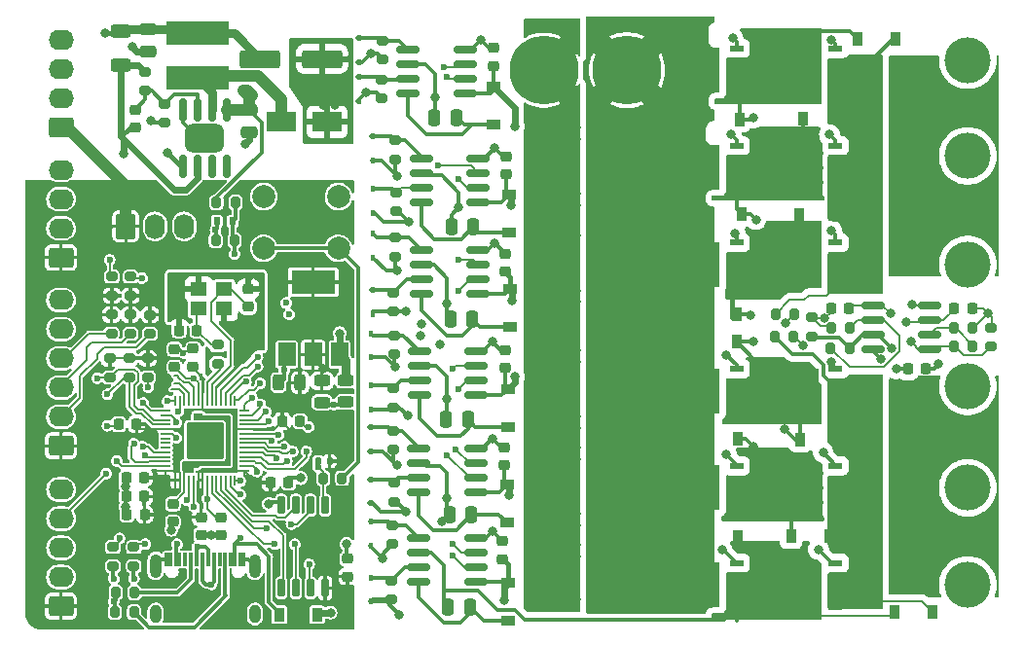
<source format=gtl>
G04 #@! TF.GenerationSoftware,KiCad,Pcbnew,6.0.0-rc2*
G04 #@! TF.CreationDate,2022-06-15T13:36:44-07:00*
G04 #@! TF.ProjectId,RP2040_motor,52503230-3430-45f6-9d6f-746f722e6b69,REV1*
G04 #@! TF.SameCoordinates,Original*
G04 #@! TF.FileFunction,Copper,L1,Top*
G04 #@! TF.FilePolarity,Positive*
%FSLAX46Y46*%
G04 Gerber Fmt 4.6, Leading zero omitted, Abs format (unit mm)*
G04 Created by KiCad (PCBNEW 6.0.0-rc2) date 2022-06-15 13:36:44*
%MOMM*%
%LPD*%
G01*
G04 APERTURE LIST*
G04 Aperture macros list*
%AMRoundRect*
0 Rectangle with rounded corners*
0 $1 Rounding radius*
0 $2 $3 $4 $5 $6 $7 $8 $9 X,Y pos of 4 corners*
0 Add a 4 corners polygon primitive as box body*
4,1,4,$2,$3,$4,$5,$6,$7,$8,$9,$2,$3,0*
0 Add four circle primitives for the rounded corners*
1,1,$1+$1,$2,$3*
1,1,$1+$1,$4,$5*
1,1,$1+$1,$6,$7*
1,1,$1+$1,$8,$9*
0 Add four rect primitives between the rounded corners*
20,1,$1+$1,$2,$3,$4,$5,0*
20,1,$1+$1,$4,$5,$6,$7,0*
20,1,$1+$1,$6,$7,$8,$9,0*
20,1,$1+$1,$8,$9,$2,$3,0*%
G04 Aperture macros list end*
G04 #@! TA.AperFunction,SMDPad,CuDef*
%ADD10RoundRect,0.243750X0.243750X0.456250X-0.243750X0.456250X-0.243750X-0.456250X0.243750X-0.456250X0*%
G04 #@! TD*
G04 #@! TA.AperFunction,SMDPad,CuDef*
%ADD11RoundRect,0.225000X0.225000X0.250000X-0.225000X0.250000X-0.225000X-0.250000X0.225000X-0.250000X0*%
G04 #@! TD*
G04 #@! TA.AperFunction,SMDPad,CuDef*
%ADD12RoundRect,0.225000X-0.250000X0.225000X-0.250000X-0.225000X0.250000X-0.225000X0.250000X0.225000X0*%
G04 #@! TD*
G04 #@! TA.AperFunction,SMDPad,CuDef*
%ADD13RoundRect,0.225000X-0.225000X-0.250000X0.225000X-0.250000X0.225000X0.250000X-0.225000X0.250000X0*%
G04 #@! TD*
G04 #@! TA.AperFunction,SMDPad,CuDef*
%ADD14RoundRect,0.225000X0.250000X-0.225000X0.250000X0.225000X-0.250000X0.225000X-0.250000X-0.225000X0*%
G04 #@! TD*
G04 #@! TA.AperFunction,SMDPad,CuDef*
%ADD15RoundRect,0.147500X0.147500X0.172500X-0.147500X0.172500X-0.147500X-0.172500X0.147500X-0.172500X0*%
G04 #@! TD*
G04 #@! TA.AperFunction,SMDPad,CuDef*
%ADD16R,1.500000X2.000000*%
G04 #@! TD*
G04 #@! TA.AperFunction,SMDPad,CuDef*
%ADD17R,3.800000X2.000000*%
G04 #@! TD*
G04 #@! TA.AperFunction,SMDPad,CuDef*
%ADD18RoundRect,0.150000X-0.150000X0.650000X-0.150000X-0.650000X0.150000X-0.650000X0.150000X0.650000X0*%
G04 #@! TD*
G04 #@! TA.AperFunction,SMDPad,CuDef*
%ADD19RoundRect,0.200000X-0.200000X-0.275000X0.200000X-0.275000X0.200000X0.275000X-0.200000X0.275000X0*%
G04 #@! TD*
G04 #@! TA.AperFunction,SMDPad,CuDef*
%ADD20RoundRect,0.200000X0.275000X-0.200000X0.275000X0.200000X-0.275000X0.200000X-0.275000X-0.200000X0*%
G04 #@! TD*
G04 #@! TA.AperFunction,SMDPad,CuDef*
%ADD21RoundRect,0.243750X-0.456250X0.243750X-0.456250X-0.243750X0.456250X-0.243750X0.456250X0.243750X0*%
G04 #@! TD*
G04 #@! TA.AperFunction,SMDPad,CuDef*
%ADD22RoundRect,0.050000X0.387500X0.050000X-0.387500X0.050000X-0.387500X-0.050000X0.387500X-0.050000X0*%
G04 #@! TD*
G04 #@! TA.AperFunction,SMDPad,CuDef*
%ADD23RoundRect,0.050000X0.050000X0.387500X-0.050000X0.387500X-0.050000X-0.387500X0.050000X-0.387500X0*%
G04 #@! TD*
G04 #@! TA.AperFunction,ComponentPad*
%ADD24C,0.600000*%
G04 #@! TD*
G04 #@! TA.AperFunction,SMDPad,CuDef*
%ADD25RoundRect,0.144000X1.456000X1.456000X-1.456000X1.456000X-1.456000X-1.456000X1.456000X-1.456000X0*%
G04 #@! TD*
G04 #@! TA.AperFunction,SMDPad,CuDef*
%ADD26RoundRect,0.250000X-0.250000X-0.475000X0.250000X-0.475000X0.250000X0.475000X-0.250000X0.475000X0*%
G04 #@! TD*
G04 #@! TA.AperFunction,ComponentPad*
%ADD27RoundRect,0.250000X0.845000X-0.620000X0.845000X0.620000X-0.845000X0.620000X-0.845000X-0.620000X0*%
G04 #@! TD*
G04 #@! TA.AperFunction,ComponentPad*
%ADD28O,2.190000X1.740000*%
G04 #@! TD*
G04 #@! TA.AperFunction,SMDPad,CuDef*
%ADD29RoundRect,0.150000X-0.150000X0.825000X-0.150000X-0.825000X0.150000X-0.825000X0.150000X0.825000X0*%
G04 #@! TD*
G04 #@! TA.AperFunction,SMDPad,CuDef*
%ADD30RoundRect,0.625000X-1.075000X0.625000X-1.075000X-0.625000X1.075000X-0.625000X1.075000X0.625000X0*%
G04 #@! TD*
G04 #@! TA.AperFunction,SMDPad,CuDef*
%ADD31R,1.200000X0.900000*%
G04 #@! TD*
G04 #@! TA.AperFunction,SMDPad,CuDef*
%ADD32RoundRect,0.250000X1.500000X1.000000X-1.500000X1.000000X-1.500000X-1.000000X1.500000X-1.000000X0*%
G04 #@! TD*
G04 #@! TA.AperFunction,SMDPad,CuDef*
%ADD33RoundRect,0.200000X-0.275000X0.200000X-0.275000X-0.200000X0.275000X-0.200000X0.275000X0.200000X0*%
G04 #@! TD*
G04 #@! TA.AperFunction,SMDPad,CuDef*
%ADD34RoundRect,0.250000X-1.500000X-0.550000X1.500000X-0.550000X1.500000X0.550000X-1.500000X0.550000X0*%
G04 #@! TD*
G04 #@! TA.AperFunction,SMDPad,CuDef*
%ADD35R,0.600000X0.700000*%
G04 #@! TD*
G04 #@! TA.AperFunction,ComponentPad*
%ADD36C,2.000000*%
G04 #@! TD*
G04 #@! TA.AperFunction,SMDPad,CuDef*
%ADD37RoundRect,0.250000X0.362500X1.425000X-0.362500X1.425000X-0.362500X-1.425000X0.362500X-1.425000X0*%
G04 #@! TD*
G04 #@! TA.AperFunction,SMDPad,CuDef*
%ADD38R,1.270000X0.610000*%
G04 #@! TD*
G04 #@! TA.AperFunction,SMDPad,CuDef*
%ADD39R,1.020000X0.610000*%
G04 #@! TD*
G04 #@! TA.AperFunction,SMDPad,CuDef*
%ADD40R,3.810000X3.910000*%
G04 #@! TD*
G04 #@! TA.AperFunction,ComponentPad*
%ADD41C,4.000000*%
G04 #@! TD*
G04 #@! TA.AperFunction,SMDPad,CuDef*
%ADD42R,0.900000X1.200000*%
G04 #@! TD*
G04 #@! TA.AperFunction,SMDPad,CuDef*
%ADD43RoundRect,0.200000X0.200000X0.275000X-0.200000X0.275000X-0.200000X-0.275000X0.200000X-0.275000X0*%
G04 #@! TD*
G04 #@! TA.AperFunction,ComponentPad*
%ADD44RoundRect,0.250000X-0.620000X-0.845000X0.620000X-0.845000X0.620000X0.845000X-0.620000X0.845000X0*%
G04 #@! TD*
G04 #@! TA.AperFunction,ComponentPad*
%ADD45O,1.740000X2.190000*%
G04 #@! TD*
G04 #@! TA.AperFunction,SMDPad,CuDef*
%ADD46R,2.500000X1.800000*%
G04 #@! TD*
G04 #@! TA.AperFunction,SMDPad,CuDef*
%ADD47RoundRect,0.150000X0.825000X0.150000X-0.825000X0.150000X-0.825000X-0.150000X0.825000X-0.150000X0*%
G04 #@! TD*
G04 #@! TA.AperFunction,ComponentPad*
%ADD48C,6.000000*%
G04 #@! TD*
G04 #@! TA.AperFunction,SMDPad,CuDef*
%ADD49RoundRect,0.250000X-0.475000X0.250000X-0.475000X-0.250000X0.475000X-0.250000X0.475000X0.250000X0*%
G04 #@! TD*
G04 #@! TA.AperFunction,SMDPad,CuDef*
%ADD50R,0.450000X0.600000*%
G04 #@! TD*
G04 #@! TA.AperFunction,SMDPad,CuDef*
%ADD51R,5.500000X2.150000*%
G04 #@! TD*
G04 #@! TA.AperFunction,SMDPad,CuDef*
%ADD52R,1.400000X1.200000*%
G04 #@! TD*
G04 #@! TA.AperFunction,SMDPad,CuDef*
%ADD53RoundRect,0.250000X0.625000X-0.312500X0.625000X0.312500X-0.625000X0.312500X-0.625000X-0.312500X0*%
G04 #@! TD*
G04 #@! TA.AperFunction,SMDPad,CuDef*
%ADD54R,0.300000X1.150000*%
G04 #@! TD*
G04 #@! TA.AperFunction,ComponentPad*
%ADD55O,1.000000X2.100000*%
G04 #@! TD*
G04 #@! TA.AperFunction,ComponentPad*
%ADD56O,1.000000X1.600000*%
G04 #@! TD*
G04 #@! TA.AperFunction,ViaPad*
%ADD57C,0.600000*%
G04 #@! TD*
G04 #@! TA.AperFunction,ViaPad*
%ADD58C,0.800000*%
G04 #@! TD*
G04 #@! TA.AperFunction,Conductor*
%ADD59C,0.300000*%
G04 #@! TD*
G04 #@! TA.AperFunction,Conductor*
%ADD60C,0.200000*%
G04 #@! TD*
G04 #@! TA.AperFunction,Conductor*
%ADD61C,0.150000*%
G04 #@! TD*
G04 #@! TA.AperFunction,Conductor*
%ADD62C,0.600000*%
G04 #@! TD*
G04 #@! TA.AperFunction,Conductor*
%ADD63C,1.000000*%
G04 #@! TD*
G04 #@! TA.AperFunction,Conductor*
%ADD64C,1.016000*%
G04 #@! TD*
G04 #@! TA.AperFunction,Conductor*
%ADD65C,0.400000*%
G04 #@! TD*
G04 #@! TA.AperFunction,Conductor*
%ADD66C,0.800000*%
G04 #@! TD*
G04 APERTURE END LIST*
D10*
X98542500Y-100200000D03*
X96667500Y-100200000D03*
D11*
X85030000Y-111690000D03*
X83480000Y-111690000D03*
D12*
X87480000Y-110760000D03*
X87480000Y-112310000D03*
D13*
X96990000Y-103550000D03*
X98540000Y-103550000D03*
D14*
X102660000Y-117070000D03*
X102660000Y-115520000D03*
D15*
X101110000Y-107010000D03*
X100140000Y-107010000D03*
D16*
X97380000Y-97750000D03*
D17*
X99680000Y-91450000D03*
D16*
X99680000Y-97750000D03*
X101980000Y-97750000D03*
D18*
X100720000Y-110860000D03*
X99450000Y-110860000D03*
X98180000Y-110860000D03*
X96910000Y-110860000D03*
X96910000Y-118060000D03*
X98180000Y-118060000D03*
X99450000Y-118060000D03*
X100720000Y-118060000D03*
D11*
X89570000Y-95650000D03*
X88020000Y-95650000D03*
D19*
X100550000Y-108510000D03*
X102200000Y-108510000D03*
D12*
X89930000Y-111910000D03*
X89930000Y-113460000D03*
D11*
X84320000Y-103800000D03*
X82770000Y-103800000D03*
D14*
X89249000Y-98790000D03*
X89249000Y-97240000D03*
D20*
X84080000Y-116160000D03*
X84080000Y-114510000D03*
D14*
X87630000Y-98840000D03*
X87630000Y-97290000D03*
D21*
X102490000Y-100010000D03*
X102490000Y-101885000D03*
D13*
X95990000Y-108900000D03*
X97540000Y-108900000D03*
D11*
X84970000Y-110100000D03*
X83420000Y-110100000D03*
D22*
X93717500Y-107850000D03*
X93717500Y-107450000D03*
X93717500Y-107050000D03*
X93717500Y-106650000D03*
X93717500Y-106250000D03*
X93717500Y-105850000D03*
X93717500Y-105450000D03*
X93717500Y-105050000D03*
X93717500Y-104650000D03*
X93717500Y-104250000D03*
X93717500Y-103850000D03*
X93717500Y-103450000D03*
X93717500Y-103050000D03*
X93717500Y-102650000D03*
D23*
X92880000Y-101812500D03*
X92480000Y-101812500D03*
X92080000Y-101812500D03*
X91680000Y-101812500D03*
X91280000Y-101812500D03*
X90880000Y-101812500D03*
X90480000Y-101812500D03*
X90080000Y-101812500D03*
X89680000Y-101812500D03*
X89280000Y-101812500D03*
X88880000Y-101812500D03*
X88480000Y-101812500D03*
X88080000Y-101812500D03*
X87680000Y-101812500D03*
D22*
X86842500Y-102650000D03*
X86842500Y-103050000D03*
X86842500Y-103450000D03*
X86842500Y-103850000D03*
X86842500Y-104250000D03*
X86842500Y-104650000D03*
X86842500Y-105050000D03*
X86842500Y-105450000D03*
X86842500Y-105850000D03*
X86842500Y-106250000D03*
X86842500Y-106650000D03*
X86842500Y-107050000D03*
X86842500Y-107450000D03*
X86842500Y-107850000D03*
D23*
X87680000Y-108687500D03*
X88080000Y-108687500D03*
X88480000Y-108687500D03*
X88880000Y-108687500D03*
X89280000Y-108687500D03*
X89680000Y-108687500D03*
X90080000Y-108687500D03*
X90480000Y-108687500D03*
X90880000Y-108687500D03*
X91280000Y-108687500D03*
X91680000Y-108687500D03*
X92080000Y-108687500D03*
X92480000Y-108687500D03*
X92880000Y-108687500D03*
D24*
X90280000Y-105250000D03*
X91555000Y-106525000D03*
X90280000Y-103975000D03*
X91555000Y-103975000D03*
X90280000Y-106525000D03*
D25*
X90280000Y-105250000D03*
D24*
X89005000Y-105250000D03*
X89005000Y-103975000D03*
X91555000Y-105250000D03*
X89005000Y-106525000D03*
D14*
X94040000Y-93600000D03*
X94040000Y-92050000D03*
D20*
X82280000Y-116160000D03*
X82280000Y-114510000D03*
D12*
X91630000Y-111910000D03*
X91630000Y-113460000D03*
D11*
X84970000Y-108450000D03*
X83420000Y-108450000D03*
D20*
X91380000Y-98560000D03*
X91380000Y-96910000D03*
D21*
X100440000Y-100037500D03*
X100440000Y-101912500D03*
D12*
X115410000Y-71065900D03*
X115410000Y-72615900D03*
D26*
X111230900Y-103380000D03*
X113130900Y-103380000D03*
D27*
X77750000Y-89300000D03*
D28*
X77750000Y-86760000D03*
X77750000Y-84220000D03*
X77750000Y-81680000D03*
D29*
X92145000Y-76425000D03*
X90875000Y-76425000D03*
X89605000Y-76425000D03*
X88335000Y-76425000D03*
X88335000Y-81375000D03*
X89605000Y-81375000D03*
X90875000Y-81375000D03*
X92145000Y-81375000D03*
D30*
X90240000Y-78900000D03*
D31*
X116640000Y-104050000D03*
X116640000Y-100750000D03*
D32*
X126850000Y-117050000D03*
X120350000Y-117050000D03*
D33*
X106590000Y-112600000D03*
X106590000Y-114250000D03*
D34*
X95055000Y-72020000D03*
X100455000Y-72020000D03*
D35*
X92690000Y-86150000D03*
X91290000Y-86150000D03*
D36*
X101890000Y-84000000D03*
X95390000Y-84000000D03*
X101890000Y-88500000D03*
X95390000Y-88500000D03*
D37*
X153162500Y-116840000D03*
X147237500Y-116840000D03*
D33*
X158626900Y-95410000D03*
X158626900Y-97060000D03*
D13*
X151415000Y-99000000D03*
X152965000Y-99000000D03*
D38*
X145120000Y-118435000D03*
X145120000Y-119705000D03*
X145120000Y-117165000D03*
X145120000Y-115895000D03*
D39*
X139655000Y-117165000D03*
X139655000Y-118435000D03*
D40*
X141760000Y-117800000D03*
D39*
X139655000Y-119705000D03*
X139655000Y-115895000D03*
D41*
X156619000Y-89920000D03*
D37*
X153162500Y-88960000D03*
X147237500Y-88960000D03*
D33*
X82140000Y-94275000D03*
X82140000Y-95925000D03*
D19*
X155400000Y-95469100D03*
X157050000Y-95469100D03*
D12*
X116460000Y-80525900D03*
X116460000Y-82075900D03*
D42*
X147050000Y-70270000D03*
X150350000Y-70270000D03*
D33*
X83780000Y-94285000D03*
X83780000Y-95935000D03*
D19*
X82495000Y-118460000D03*
X84145000Y-118460000D03*
D38*
X145120000Y-73664500D03*
X145120000Y-74934500D03*
X145120000Y-72394500D03*
X145120000Y-71124500D03*
D39*
X139655000Y-72394500D03*
X139655000Y-74934500D03*
X139655000Y-71124500D03*
X139655000Y-73664500D03*
D40*
X141760000Y-73029500D03*
D33*
X106759000Y-96090000D03*
X106759000Y-97740000D03*
X105669000Y-73810000D03*
X105669000Y-75460000D03*
D42*
X133321000Y-105075000D03*
X136621000Y-105075000D03*
D43*
X84085000Y-120170000D03*
X82435000Y-120170000D03*
D44*
X83390000Y-86600000D03*
D45*
X85930000Y-86600000D03*
X88470000Y-86600000D03*
D46*
X96885000Y-77500000D03*
X100885000Y-77500000D03*
D26*
X111620900Y-94700000D03*
X113520900Y-94700000D03*
D41*
X156619000Y-72130000D03*
D47*
X113824100Y-109755000D03*
X113824100Y-108485000D03*
X113824100Y-107215000D03*
X113824100Y-105945000D03*
X108874100Y-105945000D03*
X108874100Y-107215000D03*
X108874100Y-108485000D03*
X108874100Y-109755000D03*
D27*
X77750000Y-105700000D03*
D28*
X77750000Y-103160000D03*
X77750000Y-100620000D03*
X77750000Y-98080000D03*
X77750000Y-95540000D03*
X77750000Y-93000000D03*
D48*
X119740000Y-73000000D03*
D32*
X126850000Y-81220000D03*
X120350000Y-81220000D03*
D49*
X85300000Y-69445000D03*
X85300000Y-71345000D03*
D33*
X106669000Y-100690000D03*
X106669000Y-102340000D03*
D20*
X83810000Y-92625000D03*
X83810000Y-90975000D03*
D13*
X155446600Y-93745000D03*
X156996600Y-93745000D03*
D50*
X104900000Y-87245000D03*
X104900000Y-89345000D03*
D19*
X155380000Y-97031900D03*
X157030000Y-97031900D03*
D31*
X116640000Y-120950000D03*
X116640000Y-117650000D03*
D38*
X145120000Y-83375000D03*
X145120000Y-80835000D03*
X145120000Y-82105000D03*
X145120000Y-79565000D03*
D40*
X141760000Y-81470000D03*
D39*
X139655000Y-82105000D03*
X139655000Y-83375000D03*
X139655000Y-79565000D03*
X139655000Y-80835000D03*
D41*
X156619000Y-100510000D03*
D51*
X89595000Y-73645000D03*
X89595000Y-69795000D03*
D27*
X77750000Y-77950000D03*
D28*
X77750000Y-75410000D03*
X77750000Y-72870000D03*
X77750000Y-70330000D03*
D37*
X153162500Y-101880000D03*
X147237500Y-101880000D03*
D20*
X86720000Y-77570000D03*
X86720000Y-75920000D03*
D37*
X153162500Y-79640000D03*
X147237500Y-79640000D03*
D50*
X103700000Y-70220000D03*
X103700000Y-72320000D03*
D31*
X115390000Y-77770000D03*
X115390000Y-74470000D03*
D38*
X136520000Y-80835000D03*
X136520000Y-82105000D03*
X136520000Y-83375000D03*
X136520000Y-79565000D03*
D39*
X131055000Y-82105000D03*
X131055000Y-80835000D03*
D40*
X133160000Y-81470000D03*
D39*
X131055000Y-83375000D03*
X131055000Y-79565000D03*
D38*
X136520000Y-89285000D03*
X136520000Y-91825000D03*
X136520000Y-90555000D03*
X136520000Y-88015000D03*
D40*
X133160000Y-89920000D03*
D39*
X131055000Y-90555000D03*
X131055000Y-91825000D03*
X131055000Y-88015000D03*
X131055000Y-89285000D03*
D47*
X112874100Y-75025000D03*
X112874100Y-73755000D03*
X112874100Y-72485000D03*
X112874100Y-71215000D03*
X107924100Y-71215000D03*
X107924100Y-72485000D03*
X107924100Y-73755000D03*
X107924100Y-75025000D03*
D33*
X105759000Y-70410000D03*
X105759000Y-72060000D03*
X106809000Y-79115000D03*
X106809000Y-80765000D03*
D38*
X145120000Y-89285000D03*
X145120000Y-90555000D03*
X145120000Y-91825000D03*
X145120000Y-88015000D03*
D39*
X139655000Y-89285000D03*
X139655000Y-91825000D03*
X139655000Y-90555000D03*
X139655000Y-88015000D03*
D40*
X141760000Y-89920000D03*
D26*
X110230900Y-77100000D03*
X112130900Y-77100000D03*
D47*
X114034100Y-92495000D03*
X114034100Y-91225000D03*
X114034100Y-89955000D03*
X114034100Y-88685000D03*
X109084100Y-88685000D03*
X109084100Y-89955000D03*
X109084100Y-91225000D03*
X109084100Y-92495000D03*
D37*
X153162500Y-107520000D03*
X147237500Y-107520000D03*
D47*
X113834100Y-117525000D03*
X113834100Y-116255000D03*
X113834100Y-114985000D03*
X113834100Y-113715000D03*
X108884100Y-113715000D03*
X108884100Y-114985000D03*
X108884100Y-116255000D03*
X108884100Y-117525000D03*
D43*
X92853000Y-87825100D03*
X91203000Y-87825100D03*
D47*
X114024100Y-84475000D03*
X114024100Y-83205000D03*
X114024100Y-81935000D03*
X114024100Y-80665000D03*
X109074100Y-80665000D03*
X109074100Y-81935000D03*
X109074100Y-83205000D03*
X109074100Y-84475000D03*
D33*
X106711000Y-108905000D03*
X106711000Y-110555000D03*
D50*
X104900000Y-83320000D03*
X104900000Y-85420000D03*
D19*
X91273900Y-84510000D03*
X92923900Y-84510000D03*
D37*
X153162500Y-111620000D03*
X147237500Y-111620000D03*
D38*
X145120000Y-109985000D03*
X145120000Y-108715000D03*
X145120000Y-111255000D03*
X145120000Y-107445000D03*
D39*
X139655000Y-108715000D03*
X139655000Y-107445000D03*
X139655000Y-111255000D03*
D40*
X141760000Y-109350000D03*
D39*
X139655000Y-109985000D03*
D32*
X126850000Y-108600000D03*
X120350000Y-108600000D03*
D42*
X141261000Y-113575000D03*
X144561000Y-113575000D03*
X142050000Y-105150000D03*
X145350000Y-105150000D03*
D33*
X106609000Y-104395000D03*
X106609000Y-106045000D03*
D26*
X111530900Y-111680000D03*
X113430900Y-111680000D03*
D33*
X106790000Y-87570000D03*
X106790000Y-89220000D03*
D42*
X100040000Y-120400000D03*
X96740000Y-120400000D03*
D38*
X136520000Y-74925000D03*
X136520000Y-72385000D03*
X136520000Y-73655000D03*
X136520000Y-71115000D03*
D39*
X131055000Y-73655000D03*
D40*
X133160000Y-73020000D03*
D39*
X131055000Y-74925000D03*
X131055000Y-72385000D03*
X131055000Y-71115000D03*
D50*
X104900000Y-92120000D03*
X104900000Y-94220000D03*
D47*
X153315000Y-97305000D03*
X153315000Y-96035000D03*
X153315000Y-94765000D03*
X153315000Y-93495000D03*
X148365000Y-93495000D03*
X148365000Y-94765000D03*
X148365000Y-96035000D03*
X148365000Y-97305000D03*
D50*
X104900000Y-78770000D03*
X104900000Y-80870000D03*
X104700000Y-95900000D03*
X104700000Y-98000000D03*
D42*
X133671000Y-85545000D03*
X136971000Y-85545000D03*
D19*
X139896900Y-94238000D03*
X141546900Y-94238000D03*
D47*
X113874100Y-101305000D03*
X113874100Y-100035000D03*
X113874100Y-98765000D03*
X113874100Y-97495000D03*
X108924100Y-97495000D03*
X108924100Y-98765000D03*
X108924100Y-100035000D03*
X108924100Y-101305000D03*
D38*
X136520000Y-109985000D03*
X136520000Y-111255000D03*
X136520000Y-108715000D03*
X136520000Y-107445000D03*
D39*
X131055000Y-109985000D03*
X131055000Y-107445000D03*
D40*
X133160000Y-109350000D03*
D39*
X131055000Y-108715000D03*
X131055000Y-111255000D03*
D52*
X89740000Y-93750000D03*
X91940000Y-93750000D03*
X91940000Y-92050000D03*
X89740000Y-92050000D03*
D43*
X146360000Y-95430900D03*
X144710000Y-95430900D03*
D33*
X106490000Y-117400000D03*
X106490000Y-119050000D03*
D32*
X126850000Y-99400000D03*
X120350000Y-99400000D03*
D50*
X103700000Y-73570000D03*
X103700000Y-75670000D03*
D33*
X81990000Y-98085000D03*
X81990000Y-99735000D03*
D27*
X77750000Y-119650000D03*
D28*
X77750000Y-117110000D03*
X77750000Y-114570000D03*
X77750000Y-112030000D03*
X77750000Y-109490000D03*
D33*
X106690000Y-92370000D03*
X106690000Y-94020000D03*
D11*
X146283400Y-93725000D03*
X144733400Y-93725000D03*
D31*
X116740000Y-87120000D03*
X116740000Y-83820000D03*
D38*
X136520000Y-117165000D03*
X136520000Y-119705000D03*
X136520000Y-118435000D03*
X136520000Y-115895000D03*
D39*
X131055000Y-115895000D03*
X131055000Y-118435000D03*
X131055000Y-119705000D03*
X131055000Y-117165000D03*
D40*
X133160000Y-117800000D03*
D42*
X133250000Y-94255000D03*
X136550000Y-94255000D03*
X133321000Y-113635000D03*
X136621000Y-113635000D03*
D12*
X116160000Y-114005900D03*
X116160000Y-115555900D03*
X116360000Y-88975900D03*
X116360000Y-90525900D03*
D19*
X139796900Y-96158000D03*
X141446900Y-96158000D03*
D42*
X133450000Y-77270000D03*
X136750000Y-77270000D03*
X142261000Y-77195000D03*
X145561000Y-77195000D03*
X133250000Y-96650000D03*
X136550000Y-96650000D03*
D50*
X104700000Y-112275000D03*
X104700000Y-114375000D03*
D42*
X150261000Y-120135000D03*
X153561000Y-120135000D03*
D38*
X145120000Y-102814500D03*
X145120000Y-100274500D03*
X145120000Y-101544500D03*
X145120000Y-99004500D03*
D39*
X139655000Y-102814500D03*
X139655000Y-100274500D03*
D40*
X141760000Y-100909500D03*
D39*
X139655000Y-99004500D03*
X139655000Y-101544500D03*
D38*
X136520000Y-101535000D03*
X136520000Y-102805000D03*
X136520000Y-100265000D03*
X136520000Y-98995000D03*
D39*
X131055000Y-102805000D03*
D40*
X133160000Y-100900000D03*
D39*
X131055000Y-98995000D03*
X131055000Y-101535000D03*
X131055000Y-100265000D03*
D33*
X85490000Y-94295000D03*
X85490000Y-95945000D03*
X143096900Y-94510000D03*
X143096900Y-96160000D03*
D43*
X146330000Y-97168100D03*
X144680000Y-97168100D03*
D37*
X153162500Y-83740000D03*
X147237500Y-83740000D03*
X153162500Y-74000000D03*
X147237500Y-74000000D03*
D41*
X156619000Y-117800000D03*
D50*
X104700000Y-104050000D03*
X104700000Y-106150000D03*
X104700000Y-100450000D03*
X104700000Y-102550000D03*
D41*
X156619000Y-80470000D03*
D33*
X106911000Y-83625000D03*
X106911000Y-85275000D03*
D26*
X111420900Y-119730000D03*
X113320900Y-119730000D03*
D31*
X116540000Y-112400000D03*
X116540000Y-109100000D03*
D33*
X85290000Y-98075000D03*
X85290000Y-99725000D03*
D12*
X116260000Y-105805900D03*
X116260000Y-107355900D03*
D41*
X156619000Y-109350000D03*
D33*
X83680000Y-98075000D03*
X83680000Y-99725000D03*
D32*
X126850000Y-90170000D03*
X120350000Y-90170000D03*
D50*
X104700000Y-117150000D03*
X104700000Y-119250000D03*
D53*
X82970000Y-72567500D03*
X82970000Y-69642500D03*
D50*
X104700000Y-108600000D03*
X104700000Y-110700000D03*
D26*
X111730900Y-86650000D03*
X113630900Y-86650000D03*
D31*
X116840000Y-95370000D03*
X116840000Y-92070000D03*
D49*
X94110000Y-76495000D03*
X94110000Y-78395000D03*
D42*
X141961000Y-85605000D03*
X145261000Y-85605000D03*
D20*
X85070000Y-74810000D03*
X85070000Y-73160000D03*
D12*
X116410000Y-97345900D03*
X116410000Y-98895900D03*
D33*
X82180000Y-90975000D03*
X82180000Y-92625000D03*
D14*
X84190000Y-77975000D03*
X84190000Y-76425000D03*
D54*
X86940000Y-115580000D03*
X87740000Y-115580000D03*
X89040000Y-115580000D03*
X90040000Y-115580000D03*
X90540000Y-115580000D03*
X91540000Y-115580000D03*
X92840000Y-115580000D03*
X93640000Y-115580000D03*
X93340000Y-115580000D03*
X92540000Y-115580000D03*
X92040000Y-115580000D03*
X91040000Y-115580000D03*
X89540000Y-115580000D03*
X88540000Y-115580000D03*
X88040000Y-115580000D03*
X87240000Y-115580000D03*
D55*
X94610000Y-116145000D03*
X85970000Y-116145000D03*
D56*
X85970000Y-120325000D03*
X94610000Y-120325000D03*
D48*
X126990000Y-73000000D03*
D57*
X90524500Y-97893500D03*
X94190000Y-91000000D03*
X94590000Y-95000000D03*
X87790000Y-93500000D03*
D58*
X152540000Y-76770000D03*
D57*
X88390000Y-97600000D03*
D58*
X118540000Y-83720000D03*
X158290000Y-104650000D03*
X119540000Y-114300000D03*
X152290000Y-105650000D03*
X121540000Y-98400000D03*
X153290000Y-104650000D03*
X118540000Y-87420000D03*
X102590000Y-114250000D03*
X118540000Y-114300000D03*
X150290000Y-85120000D03*
X158540000Y-76770000D03*
X118540000Y-93170000D03*
X155290000Y-86120000D03*
X151340000Y-113000000D03*
X121540000Y-105850000D03*
X118540000Y-104150000D03*
X121540000Y-87420000D03*
X118540000Y-119050000D03*
D57*
X97190000Y-99100000D03*
D58*
X155290000Y-85120000D03*
X150290000Y-86120000D03*
X115290000Y-105050000D03*
X156290000Y-113000000D03*
X120490000Y-107850000D03*
X157540000Y-76770000D03*
X89190000Y-78400000D03*
X122540000Y-98400000D03*
X119490000Y-79970000D03*
X118540000Y-77970000D03*
X119540000Y-87420000D03*
X122540000Y-93170000D03*
X153290000Y-86120000D03*
X156290000Y-86120000D03*
X118540000Y-98400000D03*
X120540000Y-77970000D03*
X151290000Y-104650000D03*
X158390000Y-94200000D03*
X119540000Y-83720000D03*
X156540000Y-75770000D03*
D57*
X94590000Y-96800000D03*
D58*
X156540000Y-76770000D03*
X101590000Y-76000000D03*
X151540000Y-75770000D03*
X121490000Y-107850000D03*
X122540000Y-97400000D03*
X122540000Y-92170000D03*
X119490000Y-116300000D03*
X118540000Y-112600000D03*
X121540000Y-103150000D03*
X157540000Y-75770000D03*
X85590000Y-77400000D03*
X100590000Y-75000000D03*
X120540000Y-103150000D03*
X121540000Y-112600000D03*
X158290000Y-85120000D03*
X150290000Y-114000000D03*
X122490000Y-79970000D03*
X119540000Y-97400000D03*
X120540000Y-106850000D03*
X121540000Y-111600000D03*
X122540000Y-77970000D03*
X156290000Y-84120000D03*
X119540000Y-84720000D03*
X156290000Y-85120000D03*
X144190000Y-94600000D03*
X118540000Y-92170000D03*
X158290000Y-105650000D03*
X83990000Y-71000000D03*
X121540000Y-104150000D03*
X120540000Y-105850000D03*
X122540000Y-114300000D03*
X157290000Y-85120000D03*
X121540000Y-106850000D03*
X120540000Y-92170000D03*
X152290000Y-86120000D03*
X121490000Y-88420000D03*
X153540000Y-75770000D03*
X122540000Y-119050000D03*
X152290000Y-114000000D03*
X151290000Y-114000000D03*
X119540000Y-112600000D03*
X151540000Y-76770000D03*
X157290000Y-113000000D03*
X122540000Y-83720000D03*
X120540000Y-119050000D03*
X119540000Y-111600000D03*
X119540000Y-77970000D03*
X158540000Y-75770000D03*
X154290000Y-86120000D03*
X120540000Y-112600000D03*
X118540000Y-84720000D03*
X91390000Y-79400000D03*
X120540000Y-78970000D03*
X154540000Y-75770000D03*
X157290000Y-104650000D03*
X91390000Y-78400000D03*
X100590000Y-76000000D03*
X89190000Y-79400000D03*
X154290000Y-104650000D03*
X95840000Y-110750000D03*
X90840000Y-113500000D03*
X122540000Y-104150000D03*
X158290000Y-114000000D03*
X120490000Y-88420000D03*
X119490000Y-107850000D03*
X119540000Y-78970000D03*
X152540000Y-75770000D03*
X122540000Y-106850000D03*
X154090000Y-98600000D03*
X115290000Y-113100000D03*
X157290000Y-105650000D03*
X151740000Y-93400000D03*
X118490000Y-88420000D03*
X120490000Y-79970000D03*
X118540000Y-106850000D03*
X118490000Y-107850000D03*
X122490000Y-88420000D03*
X119540000Y-103150000D03*
X121540000Y-84720000D03*
X118540000Y-105850000D03*
X121540000Y-97400000D03*
X122540000Y-112600000D03*
X122540000Y-84720000D03*
X87340000Y-113000000D03*
X120490000Y-116300000D03*
X119540000Y-119050000D03*
X153540000Y-76770000D03*
X120540000Y-111600000D03*
X154290000Y-114000000D03*
X156290000Y-114000000D03*
X121540000Y-77970000D03*
X150290000Y-105650000D03*
X156290000Y-105650000D03*
X153290000Y-85120000D03*
X118540000Y-103150000D03*
X114290000Y-70370000D03*
X115490000Y-79770000D03*
X151290000Y-86120000D03*
X83340000Y-111000000D03*
D57*
X93201000Y-98420500D03*
D58*
X119540000Y-98400000D03*
X98590000Y-108500000D03*
X119540000Y-92170000D03*
X122540000Y-103150000D03*
X120540000Y-104150000D03*
X100590000Y-74000000D03*
X115490000Y-88070000D03*
X121540000Y-114300000D03*
X118540000Y-111600000D03*
X154540000Y-76770000D03*
X121540000Y-92170000D03*
X155540000Y-76770000D03*
X155540000Y-75770000D03*
X122540000Y-105850000D03*
X122490000Y-116300000D03*
D57*
X99280000Y-104050000D03*
X81780000Y-103945000D03*
D58*
X155290000Y-104650000D03*
D57*
X91190000Y-86900000D03*
D58*
X120540000Y-97400000D03*
X93790000Y-79400000D03*
X156290000Y-104650000D03*
X101590000Y-74000000D03*
X121540000Y-115300000D03*
X120540000Y-93170000D03*
X157290000Y-114000000D03*
X119540000Y-104150000D03*
X150340000Y-113000000D03*
X121540000Y-93170000D03*
X157290000Y-84120000D03*
X152290000Y-85120000D03*
X150290000Y-104650000D03*
X119540000Y-105850000D03*
D57*
X87840000Y-91650000D03*
D58*
X153290000Y-114000000D03*
X158290000Y-84120000D03*
X121540000Y-119050000D03*
X119490000Y-88420000D03*
X120540000Y-83720000D03*
X118540000Y-115300000D03*
X151290000Y-105650000D03*
X83340000Y-109250000D03*
X154290000Y-85120000D03*
X122540000Y-87420000D03*
X155290000Y-114000000D03*
X120540000Y-114300000D03*
X120540000Y-87420000D03*
X121490000Y-79970000D03*
X122490000Y-107850000D03*
X118540000Y-78970000D03*
X118490000Y-116300000D03*
X119540000Y-93170000D03*
X154290000Y-105650000D03*
X152290000Y-104650000D03*
X118490000Y-79970000D03*
X155290000Y-105650000D03*
X119540000Y-106850000D03*
X122540000Y-111600000D03*
X121490000Y-116300000D03*
X101590000Y-75000000D03*
X120540000Y-84720000D03*
X152340000Y-113000000D03*
X150540000Y-76770000D03*
X120540000Y-98400000D03*
X115290000Y-96650000D03*
X158290000Y-113000000D03*
X150540000Y-75770000D03*
X122540000Y-115300000D03*
X120540000Y-115300000D03*
D57*
X82340000Y-119250000D03*
D58*
X151290000Y-85120000D03*
X122540000Y-78970000D03*
X118540000Y-97400000D03*
X121540000Y-78970000D03*
X121540000Y-83720000D03*
X119540000Y-115300000D03*
D57*
X101490000Y-102100000D03*
D58*
X153290000Y-105650000D03*
D57*
X87840000Y-114250000D03*
X93340000Y-113750000D03*
D58*
X110690000Y-96900000D03*
X150390000Y-99000000D03*
X149040000Y-98150000D03*
X100590000Y-99000000D03*
D57*
X90480000Y-110300006D03*
X89680030Y-103150000D03*
X89288839Y-99801161D03*
X89580000Y-107350000D03*
X111090000Y-72750000D03*
X94840000Y-98000000D03*
X94846482Y-98805985D03*
X111318275Y-73550500D03*
X110520734Y-81319266D03*
X93833027Y-100119441D03*
X95090000Y-100250000D03*
X112340000Y-82500000D03*
X112299668Y-89540332D03*
X94340000Y-101500000D03*
X112340000Y-92250000D03*
X95090000Y-102074500D03*
X111840000Y-99000000D03*
X95590000Y-102750000D03*
X95795982Y-103591665D03*
X112340000Y-100750000D03*
X112090000Y-106000000D03*
X96664505Y-104718131D03*
X96064725Y-105246778D03*
X111340000Y-106500000D03*
X97196856Y-105785989D03*
X111840000Y-114250000D03*
X111840000Y-115250000D03*
X97903450Y-106174500D03*
X80890000Y-99800000D03*
X81790000Y-101200000D03*
X85344954Y-100594546D03*
X81690000Y-108100000D03*
X87779500Y-105000000D03*
X93340000Y-108750000D03*
X100090000Y-107500000D03*
X99340000Y-116000000D03*
X96340000Y-114250000D03*
X98090000Y-114250000D03*
X95683767Y-112906233D03*
X97790000Y-112500000D03*
X93351233Y-109938767D03*
X84090000Y-117250000D03*
X90840000Y-117750000D03*
X89590000Y-114500000D03*
X82340000Y-117250000D03*
X133190000Y-71520000D03*
X132080900Y-119280000D03*
X132440000Y-99400000D03*
X132940000Y-110850000D03*
X133940000Y-73770000D03*
X133190000Y-100900000D03*
X133190000Y-73020000D03*
X134330900Y-119280000D03*
X132190000Y-107850000D03*
X134690000Y-73770000D03*
X134330900Y-118530000D03*
X133702300Y-110100000D03*
X132940000Y-107850000D03*
X132830900Y-116280000D03*
X133940000Y-102400000D03*
X132440000Y-100150000D03*
X134440000Y-81470000D03*
X132080900Y-89150000D03*
X133190000Y-101650000D03*
X132830900Y-118530000D03*
X134690000Y-74520000D03*
X132440000Y-72270000D03*
X134440000Y-82970000D03*
X132940000Y-80720000D03*
X133702300Y-82220000D03*
X133690000Y-80720000D03*
X134440000Y-82220000D03*
X132190000Y-79970000D03*
X133690000Y-82970000D03*
X134690000Y-101650000D03*
X133690000Y-79970000D03*
X133702300Y-109350000D03*
X133580900Y-89150000D03*
X132190000Y-109350000D03*
X134330900Y-90650000D03*
X134690000Y-72270000D03*
X132440000Y-73770000D03*
X132830900Y-89900000D03*
X132190000Y-81470000D03*
X132440000Y-73020000D03*
X133580900Y-119280000D03*
D58*
X94390000Y-75200000D03*
D57*
X134330900Y-89150000D03*
X132190000Y-82220000D03*
X133690000Y-110850000D03*
X133190000Y-99400000D03*
X132190000Y-80720000D03*
X132940000Y-82220000D03*
X133940000Y-101650000D03*
X133922300Y-72270000D03*
X133702300Y-81470000D03*
X133580900Y-91400000D03*
X132080900Y-90650000D03*
X132080900Y-116280000D03*
X133580900Y-89900000D03*
X133190000Y-102400000D03*
X132190000Y-110850000D03*
X132940000Y-108600000D03*
X134330900Y-116280000D03*
X132440000Y-102400000D03*
X132080900Y-118530000D03*
X134690000Y-102400000D03*
X133580900Y-88400000D03*
X133690000Y-107850000D03*
X133940000Y-74520000D03*
X133922300Y-73020000D03*
X132440000Y-74520000D03*
X133190000Y-72270000D03*
X134690000Y-99400000D03*
X133690000Y-108600000D03*
X132940000Y-82970000D03*
X134330900Y-89900000D03*
X132830900Y-88400000D03*
X132440000Y-100900000D03*
X132830900Y-91400000D03*
X132830900Y-119280000D03*
X132440000Y-71520000D03*
X134440000Y-108600000D03*
X134690000Y-100900000D03*
X132190000Y-110100000D03*
X132080900Y-91400000D03*
X134330900Y-91400000D03*
X134330900Y-88400000D03*
X134440000Y-110850000D03*
X133580900Y-116280000D03*
X133580900Y-117030000D03*
X132080900Y-117030000D03*
X133580900Y-117780000D03*
X133580900Y-118530000D03*
X132190000Y-108600000D03*
X134440000Y-109350000D03*
X133940000Y-99400000D03*
X132940000Y-109350000D03*
X132440000Y-101650000D03*
X133922300Y-100900000D03*
X134690000Y-100150000D03*
X133940000Y-71520000D03*
X134440000Y-79970000D03*
X132080900Y-117780000D03*
X132080900Y-89900000D03*
X134330900Y-117030000D03*
X134690000Y-71520000D03*
X132830900Y-89150000D03*
X133190000Y-100150000D03*
X132940000Y-79970000D03*
X134690000Y-73020000D03*
X132830900Y-90650000D03*
X133922300Y-100150000D03*
X134440000Y-80720000D03*
X134440000Y-110100000D03*
D58*
X93590000Y-74800000D03*
D57*
X132080900Y-88400000D03*
X133580900Y-90650000D03*
X132940000Y-81470000D03*
X132190000Y-82970000D03*
X134440000Y-107850000D03*
X133190000Y-74520000D03*
X132830900Y-117030000D03*
X132830900Y-117780000D03*
X133190000Y-73770000D03*
X134330900Y-117780000D03*
X132940000Y-110100000D03*
X137920900Y-101261400D03*
X143270900Y-102380000D03*
X138670900Y-101261400D03*
X141020900Y-102380000D03*
X143270900Y-100880000D03*
X141770900Y-100130000D03*
D58*
X137990000Y-96600000D03*
D57*
X141770900Y-99380000D03*
X137920900Y-99011400D03*
X143270900Y-100130000D03*
X141020900Y-101630000D03*
X142520900Y-99380000D03*
X138670900Y-100511400D03*
X138670900Y-102761400D03*
X138670900Y-102011400D03*
D58*
X111290000Y-101650000D03*
D57*
X141020900Y-100880000D03*
X141770900Y-102380000D03*
X142520900Y-101630000D03*
X141770900Y-101630000D03*
X141770900Y-100880000D03*
X142520900Y-100880000D03*
X137920900Y-102761400D03*
X138670900Y-99761400D03*
X141020900Y-100130000D03*
X143270900Y-99380000D03*
X137920900Y-102011400D03*
D58*
X140690000Y-104200000D03*
D57*
X142520900Y-102380000D03*
X138670900Y-99011400D03*
X141020900Y-99380000D03*
X143270900Y-101630000D03*
X137920900Y-99761400D03*
X137920900Y-100511400D03*
X142520900Y-100130000D03*
X143520900Y-109330000D03*
X142770900Y-110830000D03*
X141270900Y-108580000D03*
X142770900Y-109330000D03*
X143520900Y-108580000D03*
X138670900Y-108211400D03*
X138670900Y-111211400D03*
X137920900Y-107461400D03*
X138670900Y-108961400D03*
X137920900Y-108211400D03*
X142020900Y-109330000D03*
X142020900Y-108580000D03*
X142770900Y-108580000D03*
X138670900Y-109711400D03*
X137920900Y-110461400D03*
X138670900Y-110461400D03*
X141270900Y-110830000D03*
X142770900Y-110080000D03*
D58*
X110840000Y-112250000D03*
D57*
X142770900Y-107830000D03*
X143520900Y-107830000D03*
X137920900Y-108961400D03*
X142020900Y-110080000D03*
D58*
X137990000Y-105800000D03*
X111290000Y-110250000D03*
D57*
X138670900Y-107461400D03*
X141270900Y-107830000D03*
X142020900Y-107830000D03*
X137920900Y-109711400D03*
X143520900Y-110080000D03*
X142020900Y-110830000D03*
X141270900Y-109330000D03*
X141270900Y-110080000D03*
X143520900Y-110830000D03*
X137920900Y-111211400D03*
X143270900Y-117030000D03*
X138670900Y-117911400D03*
X143270900Y-119280000D03*
X138670900Y-117161400D03*
X141770900Y-117780000D03*
X141020900Y-118530000D03*
X143270900Y-117780000D03*
X142520900Y-119280000D03*
X141020900Y-116280000D03*
X141770900Y-119280000D03*
X142520900Y-118530000D03*
X141770900Y-117030000D03*
X137920900Y-117911400D03*
X141020900Y-119280000D03*
X141770900Y-118530000D03*
X138670900Y-115661400D03*
X143270900Y-118530000D03*
X138670900Y-116411400D03*
X137920900Y-117161400D03*
X142520900Y-117030000D03*
X137920900Y-119411400D03*
X138670900Y-118661400D03*
X137920900Y-116411400D03*
X141770900Y-116280000D03*
X141020900Y-117780000D03*
X141020900Y-117030000D03*
X143270900Y-116280000D03*
X142520900Y-116280000D03*
X137920900Y-118661400D03*
X142520900Y-117780000D03*
X137920900Y-115661400D03*
X138670900Y-119411400D03*
D58*
X104290000Y-74970000D03*
X136190000Y-70200000D03*
X144790000Y-70400000D03*
X104690000Y-71570000D03*
X135990000Y-78600000D03*
X107990000Y-86200000D03*
X144590000Y-78600000D03*
X106990000Y-82200000D03*
X81590000Y-69800000D03*
X86990000Y-80200000D03*
X107890000Y-103050000D03*
X135640000Y-97800000D03*
X144790000Y-98400000D03*
X106790000Y-98800000D03*
X107790000Y-111400000D03*
X135640000Y-106450000D03*
X144040000Y-106250000D03*
X106990000Y-107400000D03*
X136390000Y-87200000D03*
X107790000Y-94000000D03*
X106990000Y-90470000D03*
X144790000Y-87000000D03*
X149890000Y-94200000D03*
X140790000Y-95000000D03*
X135240000Y-114750000D03*
X107190000Y-120400000D03*
X105690000Y-115500000D03*
X143640000Y-114700000D03*
D57*
X85090000Y-114250000D03*
X89330499Y-111000000D03*
D58*
X151290000Y-94900000D03*
X142261844Y-96930559D03*
X151690000Y-96600000D03*
D57*
X84848475Y-105752825D03*
D58*
X109090000Y-95100000D03*
D57*
X97340000Y-93250000D03*
X97590000Y-94250000D03*
X85094386Y-106513570D03*
D58*
X108990000Y-96100000D03*
X149995378Y-97205378D03*
D57*
X142520900Y-73750000D03*
X141020900Y-73000000D03*
X143270900Y-73000000D03*
X138670900Y-74131400D03*
D58*
X110290000Y-75370000D03*
D57*
X137920900Y-73381400D03*
D58*
X137990000Y-77149500D03*
D57*
X142520900Y-73000000D03*
X142520900Y-71500000D03*
X142520900Y-74500000D03*
X141020900Y-72250000D03*
X137920900Y-71881400D03*
X141770900Y-71500000D03*
X143270900Y-74500000D03*
X141770900Y-74500000D03*
X137920900Y-74881400D03*
X138670900Y-73381400D03*
X138670900Y-72631400D03*
X138670900Y-71881400D03*
X143270900Y-72250000D03*
X141770900Y-73000000D03*
X138670900Y-74881400D03*
X137920900Y-74131400D03*
X141770900Y-72250000D03*
X142520900Y-72250000D03*
X141020900Y-73750000D03*
X137920900Y-72631400D03*
X141020900Y-71500000D03*
X137920900Y-71131400D03*
X141020900Y-74500000D03*
X141770900Y-73750000D03*
X138670900Y-71131400D03*
X143270900Y-73750000D03*
X143270900Y-71500000D03*
X142770900Y-82200000D03*
X137920900Y-81831400D03*
X137920900Y-79581400D03*
X141270900Y-81450000D03*
X142020900Y-82200000D03*
X142020900Y-82950000D03*
X143520900Y-82200000D03*
X138670900Y-80331400D03*
X141270900Y-82200000D03*
X137920900Y-80331400D03*
X141270900Y-79950000D03*
X142770900Y-82950000D03*
D58*
X112340000Y-84970000D03*
D57*
X142020900Y-81450000D03*
X141270900Y-82950000D03*
X137920900Y-82581400D03*
X138670900Y-82581400D03*
X142770900Y-80700000D03*
X138670900Y-79581400D03*
X142770900Y-79950000D03*
D58*
X138190000Y-86000000D03*
D57*
X142020900Y-79950000D03*
X137920900Y-81081400D03*
X142770900Y-81450000D03*
X142020900Y-80700000D03*
X141270900Y-80700000D03*
X138670900Y-81831400D03*
X143520900Y-82950000D03*
X143520900Y-81450000D03*
X137920900Y-83331400D03*
X138670900Y-81081400D03*
X143520900Y-79950000D03*
X143520900Y-80700000D03*
X138670900Y-83331400D03*
X143270900Y-90650000D03*
X141020900Y-90650000D03*
X143270900Y-88400000D03*
X141770900Y-91400000D03*
X141770900Y-89900000D03*
X142520900Y-89900000D03*
X142520900Y-89150000D03*
X137920900Y-90031400D03*
X141770900Y-90650000D03*
X141020900Y-89150000D03*
X137920900Y-91531400D03*
X137920900Y-89281400D03*
X143270900Y-89150000D03*
X141020900Y-89900000D03*
X142520900Y-91400000D03*
X141020900Y-91400000D03*
X142520900Y-88400000D03*
X138670900Y-88531400D03*
X137920900Y-90781400D03*
X138670900Y-90031400D03*
X143270900Y-89900000D03*
X142520900Y-90650000D03*
X141770900Y-88400000D03*
X138670900Y-90781400D03*
X143270900Y-91400000D03*
X138670900Y-89281400D03*
X138670900Y-91531400D03*
X137920900Y-87781400D03*
D58*
X137690000Y-94370000D03*
D57*
X137920900Y-88531400D03*
X141020900Y-88400000D03*
X138670900Y-87781400D03*
X141770900Y-89150000D03*
D58*
X111290000Y-93270000D03*
X101990000Y-95900000D03*
X117190000Y-77899000D03*
X116290000Y-119100000D03*
X101190000Y-120200000D03*
X116690000Y-110000000D03*
X83190000Y-80300000D03*
X117190000Y-99700000D03*
X116890000Y-84720011D03*
X116990000Y-93100000D03*
D57*
X84090000Y-105500000D03*
X92840000Y-89000000D03*
X88705500Y-110425500D03*
X82840000Y-113750000D03*
X94790000Y-107925500D03*
X99090000Y-106175500D03*
X81990000Y-89500000D03*
X96529210Y-106748531D03*
X84790000Y-91100000D03*
X97390000Y-107000000D03*
X82590000Y-107000000D03*
X87937034Y-102710213D03*
X86990000Y-101800000D03*
X84889308Y-101975980D03*
X87797572Y-103662141D03*
D59*
X87340000Y-112450000D02*
X87480000Y-112310000D01*
D60*
X157150000Y-95440000D02*
X158390000Y-94200000D01*
X143186900Y-94600000D02*
X143096900Y-94510000D01*
D59*
X82435000Y-120170000D02*
X82435000Y-119345000D01*
X91290000Y-86150000D02*
X91290000Y-86800000D01*
X94045000Y-115580000D02*
X94610000Y-116145000D01*
X86535000Y-115580000D02*
X85970000Y-116145000D01*
X116360000Y-88975900D02*
X116360000Y-88940000D01*
X96910000Y-110560000D02*
X96030000Y-110560000D01*
X114034100Y-88685000D02*
X114875000Y-88685000D01*
X113445000Y-71215000D02*
X114290000Y-70370000D01*
D60*
X153315000Y-93495000D02*
X151835000Y-93495000D01*
D59*
X114875000Y-88685000D02*
X115490000Y-88070000D01*
X112874100Y-71215000D02*
X113445000Y-71215000D01*
D60*
X144710000Y-95230900D02*
X143817800Y-95230900D01*
D59*
X97190000Y-99100000D02*
X97190000Y-97940000D01*
X100627500Y-102100000D02*
X100440000Y-101912500D01*
X116160000Y-114005900D02*
X116160000Y-113970000D01*
X83340000Y-111000000D02*
X83340000Y-110180000D01*
X153690000Y-99000000D02*
X154090000Y-98600000D01*
X82495000Y-118460000D02*
X82495000Y-119095000D01*
X83340000Y-108530000D02*
X83420000Y-108450000D01*
D60*
X144190000Y-94600000D02*
X144733400Y-94056600D01*
D59*
X85760000Y-77570000D02*
X85590000Y-77400000D01*
D60*
X158567800Y-95469100D02*
X158726900Y-95310000D01*
D59*
X96850000Y-110500000D02*
X96910000Y-110560000D01*
D60*
X88080000Y-97290000D02*
X88390000Y-97600000D01*
D59*
X114595000Y-80665000D02*
X115490000Y-79770000D01*
X116160000Y-113970000D02*
X115290000Y-113100000D01*
D60*
X88500000Y-97490000D02*
X88390000Y-97600000D01*
D61*
X91280000Y-100595500D02*
X93201000Y-98674500D01*
D59*
X82435000Y-119345000D02*
X82340000Y-119250000D01*
D60*
X151835000Y-93495000D02*
X151740000Y-93400000D01*
D59*
X101490000Y-102100000D02*
X102275000Y-102100000D01*
D60*
X87630000Y-97290000D02*
X88080000Y-97290000D01*
X144733400Y-94056600D02*
X144733400Y-93525000D01*
D59*
X82495000Y-119095000D02*
X82340000Y-119250000D01*
X114395000Y-105945000D02*
X115290000Y-105050000D01*
D60*
X158690000Y-95273100D02*
X158726900Y-95310000D01*
D59*
X115985900Y-97345900D02*
X115290000Y-96650000D01*
X86720000Y-77570000D02*
X85760000Y-77570000D01*
X88335000Y-77545000D02*
X89190000Y-78400000D01*
X113834100Y-113715000D02*
X114675000Y-113715000D01*
X116460000Y-80525900D02*
X116245900Y-80525900D01*
X96030000Y-110560000D02*
X95840000Y-110750000D01*
D62*
X84335000Y-71345000D02*
X83990000Y-71000000D01*
D59*
X116045900Y-105805900D02*
X115290000Y-105050000D01*
X87340000Y-113000000D02*
X87340000Y-112450000D01*
X83340000Y-109250000D02*
X83340000Y-108530000D01*
D61*
X99280000Y-104050000D02*
X99040000Y-104050000D01*
D59*
X97190000Y-99877500D02*
X96867500Y-100200000D01*
X114024100Y-80665000D02*
X114595000Y-80665000D01*
D60*
X157935000Y-93745000D02*
X158390000Y-94200000D01*
D59*
X116260000Y-105805900D02*
X116045900Y-105805900D01*
X114675000Y-113715000D02*
X115290000Y-113100000D01*
X88335000Y-76425000D02*
X88335000Y-77545000D01*
X91590000Y-113500000D02*
X91630000Y-113460000D01*
X116360000Y-88940000D02*
X115490000Y-88070000D01*
X116410000Y-97345900D02*
X115985900Y-97345900D01*
X115410000Y-71065900D02*
X114985900Y-71065900D01*
X97540000Y-108500000D02*
X98590000Y-108500000D01*
X91203000Y-86913000D02*
X91190000Y-86900000D01*
X91290000Y-86800000D02*
X91190000Y-86900000D01*
D60*
X158726900Y-94536900D02*
X158390000Y-94200000D01*
D62*
X85300000Y-71345000D02*
X84335000Y-71345000D01*
X94110000Y-79080000D02*
X93790000Y-79400000D01*
D60*
X158726900Y-95310000D02*
X158726900Y-94536900D01*
D59*
X90840000Y-113500000D02*
X91590000Y-113500000D01*
D60*
X157150000Y-95469100D02*
X157150000Y-95440000D01*
D59*
X116245900Y-80525900D02*
X115490000Y-79770000D01*
D61*
X91280000Y-101812500D02*
X91280000Y-100595500D01*
D59*
X83340000Y-110180000D02*
X83420000Y-110100000D01*
X97190000Y-99100000D02*
X97190000Y-99877500D01*
D60*
X89249000Y-97490000D02*
X88500000Y-97490000D01*
D59*
X89970000Y-113500000D02*
X89930000Y-113460000D01*
D60*
X157096600Y-93745000D02*
X157935000Y-93745000D01*
D59*
X101490000Y-102100000D02*
X100627500Y-102100000D01*
X102590000Y-114250000D02*
X102590000Y-115450000D01*
X114985900Y-71065900D02*
X114290000Y-70370000D01*
D60*
X82705000Y-103945000D02*
X81780000Y-103945000D01*
D59*
X102275000Y-102100000D02*
X102490000Y-101885000D01*
X86940000Y-115580000D02*
X86535000Y-115580000D01*
X113874100Y-97495000D02*
X114445000Y-97495000D01*
X113824100Y-105945000D02*
X114395000Y-105945000D01*
X114445000Y-97495000D02*
X115290000Y-96650000D01*
X90840000Y-113500000D02*
X89970000Y-113500000D01*
D60*
X144190000Y-94600000D02*
X143186900Y-94600000D01*
D59*
X91203000Y-87825100D02*
X91203000Y-86913000D01*
X97190000Y-97940000D02*
X97380000Y-97750000D01*
X152965000Y-99000000D02*
X153690000Y-99000000D01*
D60*
X143817800Y-95230900D02*
X143096900Y-94510000D01*
D62*
X94110000Y-78395000D02*
X94110000Y-79080000D01*
D61*
X99040000Y-104050000D02*
X98540000Y-103550000D01*
X93201000Y-98674500D02*
X93201000Y-98420500D01*
D59*
X93340000Y-115580000D02*
X94045000Y-115580000D01*
X102590000Y-115450000D02*
X102660000Y-115520000D01*
X92840000Y-114250000D02*
X94766752Y-114250000D01*
X95840000Y-119300000D02*
X96740000Y-120200000D01*
X92840000Y-115580000D02*
X92840000Y-114250000D01*
X94766752Y-114250000D02*
X95840000Y-115323248D01*
X93340000Y-113750000D02*
X92840000Y-114250000D01*
X95840000Y-115323248D02*
X95840000Y-119300000D01*
X87740000Y-115580000D02*
X87740000Y-114350000D01*
X87740000Y-114350000D02*
X87840000Y-114250000D01*
D61*
X90790000Y-93200000D02*
X91940000Y-92050000D01*
X92480000Y-96490000D02*
X90790000Y-94800000D01*
X90880000Y-101812500D02*
X90880000Y-100312139D01*
D60*
X92490000Y-92050000D02*
X91940000Y-92050000D01*
D61*
X90880000Y-100312139D02*
X92480000Y-98712139D01*
X92480000Y-98712139D02*
X92480000Y-96490000D01*
D60*
X94040000Y-93600000D02*
X92490000Y-92050000D01*
D61*
X90790000Y-94800000D02*
X90790000Y-93200000D01*
X90480000Y-101812500D02*
X90480000Y-100150000D01*
X90480000Y-100150000D02*
X91580000Y-99050000D01*
X91580000Y-99050000D02*
X91580000Y-98620000D01*
D60*
X93717500Y-104250000D02*
X96290000Y-104250000D01*
X89929999Y-111137465D02*
X89929999Y-110597843D01*
X90080000Y-99744500D02*
X89375500Y-99040000D01*
X89929999Y-110597843D02*
X89880489Y-110548333D01*
X90080000Y-101812500D02*
X90080000Y-99744500D01*
X90080000Y-102450000D02*
X90280000Y-102650000D01*
D59*
X148365000Y-97305000D02*
X148365000Y-97475000D01*
D63*
X83390000Y-83050000D02*
X78290000Y-77950000D01*
D60*
X87680000Y-108687500D02*
X87680000Y-107850000D01*
X89929999Y-110002169D02*
X89929999Y-109700001D01*
D63*
X83390000Y-86600000D02*
X83390000Y-83050000D01*
D60*
X90080000Y-107850000D02*
X90080000Y-108250000D01*
D59*
X150390000Y-99000000D02*
X151415000Y-99000000D01*
D61*
X95990000Y-108500000D02*
X95590000Y-108900000D01*
D60*
X84480000Y-104250000D02*
X84280000Y-104050000D01*
X88080000Y-108687500D02*
X88080000Y-108050000D01*
X93717500Y-107850000D02*
X92880000Y-107850000D01*
X89880489Y-110548333D02*
X89880489Y-110051679D01*
X86842500Y-104250000D02*
X84480000Y-104250000D01*
D59*
X100590000Y-99000000D02*
X99680000Y-98090000D01*
D60*
X89680000Y-108687500D02*
X89680000Y-109450002D01*
X96290000Y-104250000D02*
X96990000Y-103550000D01*
X90080000Y-109550000D02*
X90080000Y-108687500D01*
X96990000Y-103550000D02*
X96990000Y-103600000D01*
X88080000Y-108050000D02*
X87880000Y-107850000D01*
X90080000Y-101812500D02*
X90080000Y-102450000D01*
D61*
X95590000Y-108900000D02*
X94767500Y-108900000D01*
D63*
X78090000Y-89640000D02*
X77750000Y-89300000D01*
D59*
X99680000Y-98090000D02*
X99680000Y-97750000D01*
D61*
X81990000Y-98085000D02*
X83670000Y-98085000D01*
D60*
X89880489Y-110051679D02*
X89929999Y-110002169D01*
X89375500Y-99040000D02*
X89249000Y-99040000D01*
D63*
X78290000Y-77950000D02*
X77750000Y-77950000D01*
D59*
X148365000Y-97475000D02*
X149040000Y-98150000D01*
D60*
X89680000Y-108687500D02*
X89680000Y-108050000D01*
X89680000Y-108050000D02*
X89880000Y-107850000D01*
X89680000Y-109450002D02*
X89929999Y-109700001D01*
X86842500Y-107850000D02*
X87680000Y-107850000D01*
X90080000Y-108687500D02*
X90080000Y-107850000D01*
D61*
X94767500Y-108900000D02*
X93717500Y-107850000D01*
D60*
X89929999Y-109700001D02*
X90080000Y-109550000D01*
X88080000Y-108687500D02*
X88080000Y-109150000D01*
X93717500Y-104250000D02*
X92880000Y-104250000D01*
X96990000Y-103600000D02*
X97690000Y-104300000D01*
D61*
X83670000Y-98085000D02*
X83680000Y-98075000D01*
D60*
X86842500Y-104250000D02*
X87680000Y-104250000D01*
X90480000Y-108687500D02*
X90480000Y-110050006D01*
X89288839Y-99801161D02*
X88591161Y-99801161D01*
X88480000Y-108687500D02*
X88480000Y-107850000D01*
X91250000Y-111910000D02*
X91630000Y-111910000D01*
D61*
X89880000Y-107250000D02*
X89780000Y-107350000D01*
D60*
X89680000Y-100192322D02*
X89680000Y-101812500D01*
X88480000Y-108687500D02*
X88480000Y-109760000D01*
X90480000Y-110050006D02*
X90480000Y-111140000D01*
X88591161Y-99801161D02*
X87630000Y-98840000D01*
X90480000Y-111140000D02*
X91250000Y-111910000D01*
D61*
X89780000Y-107350000D02*
X89580000Y-107350000D01*
D60*
X89288839Y-99801161D02*
X89680000Y-100192322D01*
X88480000Y-109760000D02*
X87480000Y-110760000D01*
D59*
X103590000Y-90200000D02*
X101890000Y-88500000D01*
X103590000Y-107120000D02*
X103590000Y-90200000D01*
X102200000Y-108510000D02*
X103590000Y-107120000D01*
X101890000Y-88500000D02*
X95390000Y-88500000D01*
D61*
X91680000Y-100812139D02*
X93592139Y-98900000D01*
X112609100Y-72750000D02*
X112874100Y-72485000D01*
X93940000Y-98900000D02*
X94840000Y-98000000D01*
X91680000Y-101812500D02*
X91680000Y-100812139D01*
X93592139Y-98900000D02*
X93940000Y-98900000D01*
X111090000Y-72750000D02*
X112609100Y-72750000D01*
X93605000Y-99535000D02*
X94117467Y-99535000D01*
X92080000Y-101060000D02*
X93605000Y-99535000D01*
X111522775Y-73755000D02*
X112874100Y-73755000D01*
X94117467Y-99535000D02*
X94846482Y-98805985D01*
X92080000Y-101812500D02*
X92080000Y-101060000D01*
X111318275Y-73550500D02*
X111522775Y-73755000D01*
X110520734Y-81319266D02*
X113408366Y-81319266D01*
X92480000Y-101310000D02*
X93670559Y-100119441D01*
X113408366Y-81319266D02*
X114024100Y-81935000D01*
X93670559Y-100119441D02*
X93833027Y-100119441D01*
X92480000Y-101812500D02*
X92480000Y-101310000D01*
X94535000Y-100805000D02*
X95090000Y-100250000D01*
X112340000Y-82500000D02*
X113045000Y-83205000D01*
X94090000Y-100805000D02*
X94535000Y-100805000D01*
X92980000Y-101712500D02*
X93182500Y-101712500D01*
X92880000Y-101812500D02*
X92980000Y-101712500D01*
X93182500Y-101712500D02*
X94090000Y-100805000D01*
X113045000Y-83205000D02*
X114024100Y-83205000D01*
X113619432Y-89540332D02*
X114034100Y-89955000D01*
X112299668Y-89540332D02*
X113619432Y-89540332D01*
X93717500Y-102650000D02*
X93717500Y-102122500D01*
X93717500Y-102122500D02*
X94340000Y-101500000D01*
X95090000Y-102350000D02*
X95090000Y-102074500D01*
X113365000Y-91225000D02*
X114034100Y-91225000D01*
X94390000Y-103050000D02*
X93717500Y-103050000D01*
X94390000Y-103050000D02*
X95090000Y-102350000D01*
X112340000Y-92250000D02*
X113365000Y-91225000D01*
X94593560Y-103450000D02*
X93717500Y-103450000D01*
X94593560Y-103450000D02*
X94890000Y-103450000D01*
X93742980Y-103475480D02*
X93717500Y-103450000D01*
X112075000Y-98765000D02*
X113874100Y-98765000D01*
X94890000Y-103450000D02*
X95590000Y-102750000D01*
X111840000Y-99000000D02*
X112075000Y-98765000D01*
X113055000Y-100035000D02*
X113874100Y-100035000D01*
X95537647Y-103850000D02*
X95795982Y-103591665D01*
X112340000Y-100750000D02*
X113055000Y-100035000D01*
X94840000Y-103850000D02*
X95537647Y-103850000D01*
X93717500Y-103850000D02*
X94840000Y-103850000D01*
X112090000Y-106000000D02*
X113305000Y-107215000D01*
X96596374Y-104650000D02*
X93717500Y-104650000D01*
X113305000Y-107215000D02*
X113824100Y-107215000D01*
X96664505Y-104718131D02*
X96596374Y-104650000D01*
X95867947Y-105050000D02*
X93717500Y-105050000D01*
X111340000Y-106500000D02*
X113325000Y-108485000D01*
X113325000Y-108485000D02*
X113824100Y-108485000D01*
X96064725Y-105246778D02*
X95867947Y-105050000D01*
X95826754Y-105821289D02*
X95455465Y-105450000D01*
X112575000Y-114985000D02*
X113834100Y-114985000D01*
X111840000Y-114250000D02*
X112575000Y-114985000D01*
X95455465Y-105450000D02*
X93717500Y-105450000D01*
X97161556Y-105821289D02*
X95826754Y-105821289D01*
X97196856Y-105785989D02*
X97161556Y-105821289D01*
X97434827Y-106360500D02*
X96958885Y-106360500D01*
X95685200Y-106174031D02*
X95361169Y-105850000D01*
X111840000Y-115250000D02*
X112845000Y-116255000D01*
X97620827Y-106174500D02*
X97434827Y-106360500D01*
X97903450Y-106174500D02*
X97620827Y-106174500D01*
X95361169Y-105850000D02*
X93717500Y-105850000D01*
X112845000Y-116255000D02*
X113834100Y-116255000D01*
X96958885Y-106360500D02*
X96772416Y-106174031D01*
X96772416Y-106174031D02*
X95685200Y-106174031D01*
X84429520Y-100121552D02*
X84429520Y-99328448D01*
X85805546Y-103450000D02*
X84906025Y-102550480D01*
X82674520Y-99050480D02*
X81990000Y-99735000D01*
X84090000Y-100461072D02*
X84429520Y-100121552D01*
X84090000Y-102205704D02*
X84090000Y-100461072D01*
X84434777Y-102550481D02*
X84090000Y-102205704D01*
X84151552Y-99050480D02*
X82674520Y-99050480D01*
X80955000Y-99735000D02*
X80890000Y-99800000D01*
X84906025Y-102550480D02*
X84434777Y-102550481D01*
X84429520Y-99328448D02*
X84151552Y-99050480D01*
X86842500Y-103450000D02*
X85805546Y-103450000D01*
X81990000Y-99735000D02*
X80955000Y-99735000D01*
X83680000Y-99725000D02*
X83265000Y-99725000D01*
X83680000Y-102290000D02*
X83680000Y-99725000D01*
X83265000Y-99725000D02*
X81790000Y-101200000D01*
X86842500Y-103850000D02*
X85711250Y-103850000D01*
X85711250Y-103850000D02*
X84761250Y-102900000D01*
X84290000Y-102900000D02*
X83680000Y-102290000D01*
X84761250Y-102900000D02*
X84290000Y-102900000D01*
X86842500Y-104650000D02*
X87429500Y-104650000D01*
X81690000Y-108100000D02*
X81680000Y-108100000D01*
X81680000Y-108100000D02*
X77750000Y-112030000D01*
X85344954Y-100594546D02*
X85344954Y-99779954D01*
X87429500Y-104650000D02*
X87779500Y-105000000D01*
X85344954Y-99779954D02*
X85290000Y-99725000D01*
X88480000Y-101221765D02*
X88008235Y-100750000D01*
X88008235Y-100750000D02*
X87340000Y-100750000D01*
X88480000Y-101812500D02*
X88480000Y-101221765D01*
X88880000Y-101812500D02*
X88880000Y-101113947D01*
X88016053Y-100250000D02*
X87590000Y-100250000D01*
X88880000Y-101113947D02*
X88016053Y-100250000D01*
X87824868Y-99564520D02*
X87590000Y-99564520D01*
X88882598Y-100207402D02*
X88467750Y-100207402D01*
X89280000Y-100604804D02*
X88882598Y-100207402D01*
X88467750Y-100207402D02*
X88050174Y-99789826D01*
X89280000Y-100638501D02*
X89280000Y-100604804D01*
X89280000Y-100638501D02*
X89280000Y-101812500D01*
X88050174Y-99789826D02*
X87824868Y-99564520D01*
X92880000Y-108687500D02*
X93277500Y-108687500D01*
X93277500Y-108687500D02*
X93340000Y-108750000D01*
X100550000Y-108510000D02*
X100550000Y-107960000D01*
X100550000Y-108510000D02*
X100550000Y-110390000D01*
X92880000Y-108650000D02*
X92880000Y-108622500D01*
X100550000Y-110390000D02*
X100720000Y-110560000D01*
X92880000Y-108850000D02*
X92880000Y-108650000D01*
X100090000Y-107060000D02*
X100140000Y-107010000D01*
X100550000Y-107960000D02*
X100090000Y-107500000D01*
X100090000Y-107500000D02*
X100090000Y-107060000D01*
X93978557Y-112861443D02*
X95367114Y-114250000D01*
X90880000Y-109790000D02*
X91590000Y-110500000D01*
X99340000Y-117650000D02*
X99450000Y-117760000D01*
X90880000Y-108687500D02*
X90880000Y-109125000D01*
X91590000Y-110500000D02*
X91617114Y-110500000D01*
X99340000Y-116000000D02*
X99340000Y-117650000D01*
X95367114Y-114250000D02*
X96340000Y-114250000D01*
X90880000Y-109125000D02*
X90880000Y-109790000D01*
X91617114Y-110500000D02*
X93978557Y-112861443D01*
X98180000Y-114340000D02*
X98090000Y-114250000D01*
X91280000Y-109668590D02*
X92225705Y-110614295D01*
X94517643Y-112906233D02*
X95683767Y-112906233D01*
X92225705Y-110614295D02*
X94517643Y-112906233D01*
X91280000Y-108687500D02*
X91280000Y-109668590D01*
X98180000Y-117760000D02*
X98180000Y-114340000D01*
X91680000Y-109574295D02*
X94355705Y-112250000D01*
X94355705Y-112250000D02*
X95840000Y-112250000D01*
X95840000Y-112250000D02*
X97090000Y-113500000D01*
X97090000Y-117580000D02*
X96910000Y-117760000D01*
X91680000Y-108687500D02*
X91680000Y-109574295D01*
X97090000Y-113500000D02*
X97090000Y-117580000D01*
X96584159Y-111934520D02*
X97235841Y-111934520D01*
X96399639Y-111750000D02*
X96584159Y-111934520D01*
X97235841Y-111934520D02*
X98180000Y-110990361D01*
X98180000Y-110990361D02*
X98180000Y-110560000D01*
X92080000Y-109480000D02*
X94350000Y-111750000D01*
X92080000Y-108677500D02*
X92080000Y-109480000D01*
X94350000Y-111750000D02*
X96399639Y-111750000D01*
X93168767Y-109938767D02*
X92480000Y-109250000D01*
X92480000Y-109250000D02*
X92480000Y-108677500D01*
X98290000Y-112500000D02*
X97790000Y-112500000D01*
X99450000Y-110429639D02*
X99450000Y-111340000D01*
X93351233Y-109938767D02*
X93168767Y-109938767D01*
X99450000Y-111340000D02*
X98290000Y-112500000D01*
D59*
X90840000Y-117750000D02*
X91040000Y-117550000D01*
X90040000Y-115580000D02*
X90040000Y-117450000D01*
X84080000Y-117240000D02*
X84090000Y-117250000D01*
X91040000Y-117550000D02*
X91040000Y-115580000D01*
X90040000Y-117450000D02*
X90340000Y-117750000D01*
X84080000Y-116160000D02*
X84080000Y-117240000D01*
X90340000Y-117750000D02*
X90840000Y-117750000D01*
X90590000Y-115530000D02*
X90540000Y-115580000D01*
X82280000Y-117190000D02*
X82340000Y-117250000D01*
X89590000Y-114500000D02*
X90340000Y-114500000D01*
X89540000Y-115580000D02*
X89540000Y-114550000D01*
X89540000Y-114550000D02*
X89590000Y-114500000D01*
X90590000Y-114750000D02*
X90590000Y-115530000D01*
X90340000Y-114500000D02*
X90590000Y-114750000D01*
X82280000Y-116160000D02*
X82280000Y-117190000D01*
D63*
X93990000Y-74800000D02*
X93590000Y-74800000D01*
X94040000Y-76425000D02*
X94110000Y-76495000D01*
D59*
X91273900Y-84510000D02*
X91273900Y-84116100D01*
D63*
X92145000Y-76425000D02*
X94040000Y-76425000D01*
D59*
X91273900Y-84116100D02*
X95190000Y-80200000D01*
D64*
X132779000Y-73375000D02*
X133024000Y-73130000D01*
D63*
X94110000Y-75320000D02*
X93590000Y-74800000D01*
X94110000Y-76495000D02*
X94110000Y-75320000D01*
D59*
X95190000Y-80200000D02*
X95190000Y-77575000D01*
D63*
X94390000Y-75200000D02*
X93990000Y-74800000D01*
D59*
X95190000Y-77575000D02*
X94110000Y-76495000D01*
D64*
X132779000Y-101255000D02*
X133024000Y-101010000D01*
D59*
X136520000Y-102805000D02*
X136520000Y-102880000D01*
X108924100Y-98765000D02*
X110405000Y-98765000D01*
X137920900Y-98020900D02*
X137920900Y-99011400D01*
X137940000Y-96650000D02*
X137990000Y-96600000D01*
X136550000Y-96650000D02*
X137920900Y-98020900D01*
X111290000Y-99650000D02*
X111290000Y-101650000D01*
X141770900Y-102880900D02*
X141770900Y-102380000D01*
X142050000Y-103160000D02*
X141770900Y-102880900D01*
X136550000Y-96650000D02*
X137940000Y-96650000D01*
X142050000Y-105150000D02*
X142050000Y-103160000D01*
X141640000Y-105150000D02*
X140690000Y-104200000D01*
X111290000Y-103320900D02*
X111230900Y-103380000D01*
X111290000Y-101650000D02*
X111290000Y-103320900D01*
X142050000Y-105150000D02*
X141640000Y-105150000D01*
X110405000Y-98765000D02*
X111290000Y-99650000D01*
X111290000Y-110250000D02*
X111290000Y-111689100D01*
X111410000Y-111680000D02*
X111530900Y-111680000D01*
X136371000Y-111404000D02*
X136520000Y-111255000D01*
X110690000Y-107450000D02*
X111290000Y-108050000D01*
X111290000Y-111689100D02*
X111530900Y-111930000D01*
X111290000Y-108050000D02*
X111290000Y-110250000D01*
X141261000Y-110839900D02*
X141270900Y-110830000D01*
X109520527Y-107450000D02*
X110690000Y-107450000D01*
X108874100Y-107215000D02*
X109285527Y-107215000D01*
X137990000Y-105800000D02*
X137920900Y-105869100D01*
X137920900Y-105869100D02*
X137920900Y-107461400D01*
X137265000Y-105075000D02*
X136621000Y-105075000D01*
X141261000Y-113575000D02*
X141261000Y-110839900D01*
X110840000Y-112250000D02*
X111410000Y-111680000D01*
X109285527Y-107215000D02*
X109520527Y-107450000D01*
X137990000Y-105800000D02*
X137265000Y-105075000D01*
X113990000Y-118300000D02*
X111090000Y-118300000D01*
D60*
X149896000Y-120500000D02*
X143590000Y-120500000D01*
D59*
X136520000Y-119705000D02*
X135425489Y-120799511D01*
X136520000Y-119705000D02*
X136520000Y-120880000D01*
X115690000Y-120000000D02*
X113990000Y-118300000D01*
D60*
X141760000Y-118670000D02*
X141760000Y-117800000D01*
X150261000Y-120135000D02*
X149896000Y-120500000D01*
D59*
X109975000Y-114985000D02*
X111090000Y-116100000D01*
X108884100Y-114985000D02*
X109975000Y-114985000D01*
X111090000Y-118300000D02*
X111090000Y-119399100D01*
X111090000Y-116100000D02*
X111090000Y-118300000D01*
X111090000Y-119399100D02*
X111420900Y-119730000D01*
X135425489Y-120799511D02*
X118039022Y-120799511D01*
D60*
X143590000Y-120500000D02*
X141760000Y-118670000D01*
D59*
X117239511Y-120000000D02*
X115690000Y-120000000D01*
X118039022Y-120799511D02*
X117239511Y-120000000D01*
D65*
X136121000Y-119915800D02*
X136232300Y-119804500D01*
D59*
X105179000Y-74970000D02*
X105669000Y-75460000D01*
X136520000Y-70530000D02*
X136190000Y-70200000D01*
X104290000Y-74970000D02*
X104250000Y-74970000D01*
X104250000Y-74970000D02*
X103550000Y-75670000D01*
X104290000Y-74970000D02*
X105179000Y-74970000D01*
X136520000Y-71115000D02*
X136520000Y-70530000D01*
X104690000Y-71570000D02*
X105269000Y-71570000D01*
X103940000Y-72320000D02*
X104690000Y-71570000D01*
X145120000Y-71124500D02*
X145120000Y-70730000D01*
X145120000Y-70730000D02*
X144790000Y-70400000D01*
X103550000Y-72320000D02*
X103940000Y-72320000D01*
X105269000Y-71570000D02*
X105759000Y-72060000D01*
X107065000Y-85275000D02*
X106911000Y-85275000D01*
X105040000Y-85420000D02*
X104900000Y-85420000D01*
X107990000Y-86200000D02*
X105820000Y-86200000D01*
X105820000Y-86200000D02*
X105040000Y-85420000D01*
X107990000Y-86200000D02*
X107065000Y-85275000D01*
X136520000Y-79565000D02*
X136520000Y-79130000D01*
X136520000Y-79565000D02*
X136520000Y-79450000D01*
X136520000Y-79130000D02*
X135990000Y-78600000D01*
X145120000Y-79130000D02*
X144590000Y-78600000D01*
X145120000Y-79565000D02*
X145120000Y-79130000D01*
X106990000Y-82200000D02*
X105660000Y-80870000D01*
X105660000Y-80870000D02*
X104750000Y-80870000D01*
X106990000Y-82200000D02*
X106809000Y-82019000D01*
X106809000Y-82019000D02*
X106809000Y-80765000D01*
D65*
X88335000Y-81375000D02*
X88165000Y-81375000D01*
X88165000Y-81375000D02*
X86990000Y-80200000D01*
D66*
X85300000Y-69445000D02*
X89245000Y-69445000D01*
X89595000Y-69795000D02*
X92830000Y-69795000D01*
X85300000Y-69445000D02*
X83167500Y-69445000D01*
X92830000Y-69795000D02*
X95055000Y-72020000D01*
D65*
X82812500Y-69800000D02*
X82970000Y-69642500D01*
D66*
X83167500Y-69445000D02*
X82970000Y-69642500D01*
D65*
X81590000Y-69800000D02*
X82812500Y-69800000D01*
D66*
X89245000Y-69445000D02*
X89595000Y-69795000D01*
D59*
X106669000Y-102340000D02*
X107180000Y-102340000D01*
X106459000Y-102550000D02*
X106669000Y-102340000D01*
X136520000Y-98995000D02*
X136520000Y-98680000D01*
X136520000Y-98680000D02*
X135640000Y-97800000D01*
X104700000Y-102550000D02*
X106459000Y-102550000D01*
X107180000Y-102340000D02*
X107890000Y-103050000D01*
X145120000Y-99004500D02*
X145120000Y-98930000D01*
X106790000Y-98800000D02*
X105990000Y-98000000D01*
X145120000Y-98930000D02*
X144590000Y-98400000D01*
X106790000Y-98800000D02*
X106759000Y-98769000D01*
X106759000Y-98769000D02*
X106759000Y-97740000D01*
X105990000Y-98000000D02*
X104700000Y-98000000D01*
X136520000Y-107330000D02*
X135640000Y-106450000D01*
X107790000Y-111400000D02*
X105540000Y-111400000D01*
X136520000Y-107445000D02*
X136520000Y-107330000D01*
X105540000Y-111400000D02*
X104840000Y-110700000D01*
X104840000Y-110700000D02*
X104550000Y-110700000D01*
X106945000Y-110555000D02*
X106711000Y-110555000D01*
X107790000Y-111400000D02*
X106945000Y-110555000D01*
X105740000Y-106150000D02*
X104550000Y-106150000D01*
X145120000Y-107445000D02*
X145120000Y-107330000D01*
X106990000Y-107400000D02*
X105740000Y-106150000D01*
X145120000Y-107330000D02*
X144040000Y-106250000D01*
X106990000Y-107400000D02*
X106609000Y-107019000D01*
X106609000Y-107019000D02*
X106609000Y-106045000D01*
X136520000Y-87330000D02*
X136390000Y-87200000D01*
X136520000Y-88015000D02*
X136520000Y-87330000D01*
X107770000Y-94020000D02*
X107790000Y-94000000D01*
X106690000Y-94020000D02*
X107770000Y-94020000D01*
X106690000Y-94020000D02*
X104890000Y-94020000D01*
X106990000Y-90470000D02*
X106790000Y-90270000D01*
X145120000Y-88015000D02*
X144835000Y-88015000D01*
X145120000Y-88015000D02*
X145120000Y-87330000D01*
X145120000Y-87330000D02*
X144790000Y-87000000D01*
X106790000Y-90270000D02*
X106790000Y-89220000D01*
X106025000Y-90470000D02*
X104900000Y-89345000D01*
X106990000Y-90470000D02*
X106025000Y-90470000D01*
X109084100Y-91225000D02*
X107835000Y-91225000D01*
X104690000Y-92120000D02*
X106440000Y-92120000D01*
X107835000Y-91225000D02*
X106690000Y-92370000D01*
X106440000Y-92120000D02*
X106690000Y-92370000D01*
X105225000Y-87570000D02*
X107219100Y-87570000D01*
X107969100Y-87570000D02*
X109084100Y-88685000D01*
X104900000Y-87245000D02*
X105225000Y-87570000D01*
X106790000Y-87570000D02*
X107969100Y-87570000D01*
X113520900Y-95239100D02*
X112690000Y-96070000D01*
X112690000Y-96070000D02*
X111290000Y-96070000D01*
X111290000Y-96070000D02*
X109084100Y-93864100D01*
X116840000Y-95370000D02*
X114190900Y-95370000D01*
X109084100Y-93864100D02*
X109084100Y-92495000D01*
X114190900Y-95370000D02*
X113520900Y-94700000D01*
X113520900Y-94700000D02*
X113520900Y-95239100D01*
X109074100Y-80554100D02*
X107635000Y-79115000D01*
X106464000Y-78770000D02*
X106809000Y-79115000D01*
X109074100Y-80665000D02*
X109074100Y-80554100D01*
X104840000Y-78770000D02*
X106464000Y-78770000D01*
X107635000Y-79115000D02*
X106809000Y-79115000D01*
X104750000Y-78770000D02*
X104690000Y-78770000D01*
X110244520Y-87724520D02*
X109074100Y-86554100D01*
X109074100Y-86554100D02*
X109074100Y-84475000D01*
X114100900Y-87120000D02*
X113630900Y-86650000D01*
X113630900Y-86650000D02*
X113630900Y-87229100D01*
X112556380Y-87724520D02*
X110244520Y-87724520D01*
X116740000Y-87120000D02*
X114100900Y-87120000D01*
X113630900Y-86650000D02*
X112556380Y-87724520D01*
X103550000Y-70220000D02*
X105569000Y-70220000D01*
X105759000Y-70410000D02*
X107119100Y-70410000D01*
X105569000Y-70220000D02*
X105759000Y-70410000D01*
X107119100Y-70410000D02*
X107924100Y-71215000D01*
X115640000Y-77770000D02*
X112800900Y-77770000D01*
X109490000Y-78570000D02*
X107924100Y-77004100D01*
X107924100Y-77004100D02*
X107924100Y-75025000D01*
X113330900Y-77929100D02*
X112690000Y-78570000D01*
X112690000Y-78570000D02*
X109490000Y-78570000D01*
X112800900Y-77770000D02*
X112130900Y-77100000D01*
X84145000Y-118460000D02*
X87880000Y-118460000D01*
X89040000Y-115580000D02*
X89040000Y-117300000D01*
X89040000Y-117300000D02*
X87880000Y-118460000D01*
X92040000Y-118700000D02*
X92040000Y-115580000D01*
X92090000Y-118750000D02*
X92040000Y-118700000D01*
X85389520Y-121474520D02*
X89365480Y-121474520D01*
X84085000Y-120170000D02*
X85389520Y-121474520D01*
X89365480Y-121474520D02*
X92090000Y-118750000D01*
D60*
X141546900Y-94238000D02*
X141546900Y-94243100D01*
X149185000Y-93495000D02*
X148365000Y-93495000D01*
X141546900Y-94243100D02*
X140790000Y-95000000D01*
X146513400Y-93495000D02*
X146283400Y-93725000D01*
X149890000Y-94200000D02*
X149185000Y-93495000D01*
X148365000Y-93495000D02*
X146513400Y-93495000D01*
D59*
X113320900Y-120269100D02*
X112490000Y-121100000D01*
X112490000Y-121100000D02*
X111090000Y-121100000D01*
X116640000Y-120950000D02*
X114540900Y-120950000D01*
X108884100Y-118894100D02*
X108884100Y-117525000D01*
X111090000Y-121100000D02*
X108884100Y-118894100D01*
X113320900Y-119730000D02*
X113320900Y-120269100D01*
X114540900Y-120950000D02*
X113320900Y-119730000D01*
D60*
X89570000Y-93920000D02*
X89740000Y-93750000D01*
X89570000Y-95650000D02*
X89570000Y-93920000D01*
X90830000Y-96910000D02*
X89570000Y-95650000D01*
X91380000Y-96910000D02*
X90830000Y-96910000D01*
D61*
X91580000Y-97050000D02*
X91280000Y-96750000D01*
D59*
X112110900Y-113000000D02*
X110090000Y-113000000D01*
X110090000Y-113000000D02*
X108874100Y-111784100D01*
X113430900Y-111680000D02*
X112110900Y-113000000D01*
X115820000Y-111680000D02*
X116540000Y-112400000D01*
X113430900Y-111680000D02*
X115820000Y-111680000D01*
X108874100Y-111784100D02*
X108874100Y-109755000D01*
X116640000Y-104050000D02*
X113800900Y-104050000D01*
X113130900Y-104209100D02*
X112490000Y-104850000D01*
X113130900Y-103380000D02*
X113130900Y-104209100D01*
X113800900Y-104050000D02*
X113130900Y-103380000D01*
X112490000Y-104850000D02*
X110490000Y-104850000D01*
X108924100Y-103284100D02*
X108924100Y-101305000D01*
X110490000Y-104850000D02*
X108924100Y-103284100D01*
X106490000Y-119050000D02*
X104900000Y-119050000D01*
X135375000Y-114750000D02*
X136520000Y-115895000D01*
X106040000Y-119250000D02*
X104640000Y-119250000D01*
X104900000Y-119050000D02*
X104700000Y-119250000D01*
X107190000Y-120400000D02*
X106040000Y-119250000D01*
X135240000Y-114750000D02*
X135375000Y-114750000D01*
X104590000Y-114375000D02*
X104590000Y-114400000D01*
X105690000Y-115150000D02*
X106590000Y-114250000D01*
X145120000Y-115895000D02*
X144835000Y-115895000D01*
X144835000Y-115895000D02*
X143640000Y-114700000D01*
X104590000Y-114400000D02*
X105690000Y-115500000D01*
X105690000Y-115500000D02*
X105690000Y-115150000D01*
D60*
X109074100Y-83205000D02*
X107331000Y-83205000D01*
X107331000Y-83205000D02*
X106911000Y-83625000D01*
D59*
X106606000Y-83320000D02*
X104900000Y-83320000D01*
X106911000Y-83625000D02*
X106606000Y-83320000D01*
X103550000Y-73570000D02*
X105429000Y-73570000D01*
X107869100Y-73810000D02*
X107924100Y-73755000D01*
X105429000Y-73570000D02*
X105669000Y-73810000D01*
X105669000Y-73810000D02*
X107869100Y-73810000D01*
X106240000Y-117150000D02*
X106490000Y-117400000D01*
X108884100Y-116255000D02*
X107635000Y-116255000D01*
X104700000Y-117150000D02*
X106240000Y-117150000D01*
X107635000Y-116255000D02*
X106490000Y-117400000D01*
X106590000Y-112600000D02*
X107769100Y-112600000D01*
X104590000Y-112275000D02*
X106265000Y-112275000D01*
X107769100Y-112600000D02*
X108884100Y-113715000D01*
D66*
X90875000Y-74925000D02*
X89595000Y-73645000D01*
X90875000Y-76425000D02*
X90875000Y-74925000D01*
D63*
X96885000Y-77500000D02*
X96885000Y-75495000D01*
X96885000Y-75495000D02*
X94909520Y-73519520D01*
X89720480Y-73519520D02*
X89595000Y-73645000D01*
X94909520Y-73519520D02*
X89720480Y-73519520D01*
D59*
X106406000Y-108600000D02*
X104550000Y-108600000D01*
X108874100Y-108485000D02*
X107091000Y-108485000D01*
X106711000Y-108905000D02*
X106406000Y-108600000D01*
X108874100Y-105834100D02*
X107435000Y-104395000D01*
X107435000Y-104395000D02*
X106609000Y-104395000D01*
X106264000Y-104050000D02*
X106609000Y-104395000D01*
X104640000Y-104050000D02*
X106264000Y-104050000D01*
X104550000Y-104050000D02*
X104490000Y-104050000D01*
X108874100Y-105945000D02*
X108874100Y-105834100D01*
X104700000Y-100450000D02*
X106429000Y-100450000D01*
X106669000Y-100690000D02*
X107324000Y-100035000D01*
X108869100Y-100090000D02*
X108924100Y-100035000D01*
X107324000Y-100035000D02*
X108924100Y-100035000D01*
X106429000Y-100450000D02*
X106669000Y-100690000D01*
X107519100Y-96090000D02*
X108924100Y-97495000D01*
X106569000Y-95900000D02*
X106759000Y-96090000D01*
X104890000Y-96090000D02*
X104700000Y-95900000D01*
X106759000Y-96090000D02*
X107519100Y-96090000D01*
X106759000Y-96090000D02*
X104890000Y-96090000D01*
D61*
X85090000Y-114250000D02*
X84340000Y-114250000D01*
X89280000Y-110949501D02*
X89280000Y-108687500D01*
X89330499Y-111000000D02*
X89280000Y-110949501D01*
X84340000Y-114250000D02*
X84080000Y-114510000D01*
D60*
X147025900Y-94765000D02*
X146360000Y-95430900D01*
X144680000Y-97168100D02*
X146361411Y-98849511D01*
X150690000Y-96910741D02*
X150690000Y-96100000D01*
X150694889Y-96915630D02*
X150690000Y-96910741D01*
X150694889Y-97495111D02*
X150694889Y-96915630D01*
X149340489Y-98849511D02*
X150694889Y-97495111D01*
X148365000Y-94765000D02*
X147025900Y-94765000D01*
X150690000Y-96100000D02*
X149355000Y-94765000D01*
X146361411Y-98849511D02*
X149340489Y-98849511D01*
X149355000Y-94765000D02*
X148365000Y-94765000D01*
D59*
X85070000Y-75545000D02*
X84190000Y-76425000D01*
X89605000Y-75084511D02*
X89605000Y-76425000D01*
X87570489Y-75069511D02*
X89590000Y-75069511D01*
X85070000Y-74810000D02*
X85070000Y-75545000D01*
X85070000Y-74810000D02*
X85610000Y-74810000D01*
X85610000Y-74810000D02*
X86720000Y-75920000D01*
X86720000Y-75920000D02*
X87570489Y-75069511D01*
X89590000Y-75069511D02*
X89605000Y-75084511D01*
D60*
X151290000Y-94900000D02*
X153180000Y-94900000D01*
X153315000Y-94765000D02*
X154526600Y-94765000D01*
X154526600Y-94765000D02*
X155546600Y-93745000D01*
X141446900Y-96158000D02*
X141489285Y-96158000D01*
X153488000Y-94592000D02*
X153315000Y-94765000D01*
X153180000Y-94900000D02*
X153315000Y-94765000D01*
X141489285Y-96158000D02*
X142261844Y-96930559D01*
X152661489Y-119235489D02*
X147854511Y-119235489D01*
X147854511Y-119235489D02*
X147840000Y-119250000D01*
D59*
X144090000Y-99613522D02*
X144090000Y-98680478D01*
X145120000Y-100274500D02*
X144750978Y-100274500D01*
D60*
X153561000Y-120135000D02*
X152661489Y-119235489D01*
D59*
X144090000Y-98680478D02*
X143109522Y-97700000D01*
X141338900Y-97700000D02*
X139796900Y-96158000D01*
X143109522Y-97700000D02*
X141338900Y-97700000D01*
X144750978Y-100274500D02*
X144090000Y-99613522D01*
D60*
X142790000Y-92600000D02*
X144345000Y-92600000D01*
D59*
X150350000Y-70270000D02*
X150120000Y-70270000D01*
D60*
X139896900Y-94238000D02*
X141134900Y-93000000D01*
D59*
X150120000Y-70270000D02*
X148190000Y-72200000D01*
D60*
X144345000Y-92600000D02*
X145120000Y-91825000D01*
X142390000Y-93000000D02*
X142790000Y-92600000D01*
X141134900Y-93000000D02*
X142390000Y-93000000D01*
X155500000Y-95469100D02*
X153880900Y-95469100D01*
X155567200Y-95469100D02*
X157130000Y-97031900D01*
X155500000Y-95469100D02*
X155567200Y-95469100D01*
X153880900Y-95469100D02*
X153315000Y-96035000D01*
X153499100Y-96219100D02*
X153315000Y-96035000D01*
D61*
X84851300Y-105750000D02*
X84848475Y-105752825D01*
X85340000Y-105750000D02*
X84851300Y-105750000D01*
D60*
X152295000Y-97305000D02*
X153315000Y-97305000D01*
X155480000Y-97031900D02*
X156254520Y-97806420D01*
X152090000Y-97000000D02*
X152090000Y-97100000D01*
X151690000Y-96600000D02*
X152090000Y-97000000D01*
X152090000Y-97100000D02*
X152295000Y-97305000D01*
X156254520Y-97806420D02*
X157880480Y-97806420D01*
X153588100Y-97031900D02*
X153315000Y-97305000D01*
D61*
X85840000Y-106250000D02*
X85340000Y-105750000D01*
X86842500Y-106250000D02*
X85840000Y-106250000D01*
D60*
X157880480Y-97806420D02*
X158726900Y-96960000D01*
X155480000Y-97031900D02*
X153588100Y-97031900D01*
D59*
X145461900Y-96300000D02*
X146330000Y-97168100D01*
X147463100Y-96035000D02*
X148365000Y-96035000D01*
X146330000Y-97168100D02*
X146330000Y-96908573D01*
X143096900Y-96160000D02*
X143236900Y-96300000D01*
X149995378Y-97205378D02*
X148825000Y-96035000D01*
D61*
X86842500Y-106650000D02*
X85230816Y-106650000D01*
D59*
X148825000Y-96035000D02*
X148365000Y-96035000D01*
X143236900Y-96300000D02*
X145461900Y-96300000D01*
D61*
X85230816Y-106650000D02*
X85094386Y-106513570D01*
D59*
X146330000Y-97168100D02*
X147463100Y-96035000D01*
X146380000Y-69600000D02*
X143390000Y-69600000D01*
X137869500Y-77270000D02*
X137990000Y-77149500D01*
X107924100Y-72485000D02*
X109405000Y-72485000D01*
X136750000Y-75155000D02*
X136520000Y-74925000D01*
X141770900Y-75000900D02*
X141770900Y-74500000D01*
X136750000Y-77270000D02*
X137869500Y-77270000D01*
X136750000Y-77270000D02*
X136750000Y-75155000D01*
X110290000Y-77040900D02*
X110230900Y-77100000D01*
X136520000Y-74925000D02*
X136520000Y-75000000D01*
X110290000Y-73370000D02*
X110290000Y-75370000D01*
X109405000Y-72485000D02*
X110290000Y-73370000D01*
X110290000Y-75370000D02*
X110290000Y-77040900D01*
X147050000Y-70270000D02*
X146380000Y-69600000D01*
X136520000Y-83375000D02*
X136520000Y-85094000D01*
X136971000Y-85545000D02*
X137735000Y-85545000D01*
X142261000Y-79440100D02*
X142770900Y-79950000D01*
X109720527Y-82170000D02*
X109485527Y-81935000D01*
X112340000Y-83620000D02*
X110890000Y-82170000D01*
X111730900Y-85579100D02*
X111730900Y-86650000D01*
X137735000Y-85545000D02*
X138190000Y-86000000D01*
X136520000Y-85094000D02*
X136971000Y-85545000D01*
X112340000Y-84970000D02*
X112340000Y-83620000D01*
X141261000Y-82959900D02*
X141270900Y-82950000D01*
X112340000Y-84970000D02*
X111730900Y-85579100D01*
X136371000Y-83524000D02*
X136520000Y-83375000D01*
X142261000Y-77195000D02*
X142261000Y-79440100D01*
X109485527Y-81935000D02*
X109074100Y-81935000D01*
X110890000Y-82170000D02*
X109720527Y-82170000D01*
X110175000Y-89955000D02*
X111290000Y-91070000D01*
X111290000Y-93270000D02*
X111290000Y-94369100D01*
X136550000Y-94255000D02*
X137575000Y-94255000D01*
X137575000Y-94255000D02*
X137690000Y-94370000D01*
D65*
X136121000Y-94505000D02*
X136121000Y-92035800D01*
D59*
X109084100Y-89955000D02*
X110175000Y-89955000D01*
D65*
X136121000Y-92035800D02*
X136232300Y-91924500D01*
D59*
X111290000Y-94369100D02*
X111620900Y-94700000D01*
X111290000Y-91070000D02*
X111290000Y-93270000D01*
D62*
X84477500Y-72567500D02*
X85070000Y-73160000D01*
X83190000Y-79000000D02*
X82970000Y-78780000D01*
D65*
X116640000Y-117650000D02*
X116640000Y-116035900D01*
D62*
X101990000Y-95900000D02*
X101990000Y-97740000D01*
D59*
X114024100Y-84475000D02*
X116085000Y-84475000D01*
D62*
X101190000Y-120200000D02*
X100040000Y-120200000D01*
X117190000Y-99700000D02*
X117190000Y-100200000D01*
D59*
X116260000Y-108820000D02*
X116540000Y-109100000D01*
X116085000Y-101305000D02*
X116640000Y-100750000D01*
D62*
X116990000Y-92220000D02*
X116840000Y-92070000D01*
X89605000Y-81375000D02*
X89605000Y-82385000D01*
D59*
X116460000Y-83540000D02*
X116740000Y-83820000D01*
D66*
X102490000Y-98260000D02*
X101980000Y-97750000D01*
D62*
X89605000Y-82385000D02*
X88590000Y-83400000D01*
D65*
X116840000Y-91005900D02*
X116840000Y-92070000D01*
D59*
X116085000Y-84475000D02*
X116740000Y-83820000D01*
D65*
X116640000Y-116035900D02*
X116160000Y-115555900D01*
D62*
X82970000Y-72567500D02*
X82970000Y-78780000D01*
D59*
X113874100Y-101305000D02*
X116085000Y-101305000D01*
D62*
X88590000Y-83400000D02*
X87590000Y-83400000D01*
X116890000Y-83970000D02*
X116740000Y-83820000D01*
X82970000Y-72567500D02*
X84477500Y-72567500D01*
X116990000Y-93100000D02*
X116990000Y-92220000D01*
X117190000Y-76270000D02*
X115390000Y-74470000D01*
D59*
X116410000Y-100520000D02*
X116640000Y-100750000D01*
X115410000Y-74240000D02*
X115640000Y-74470000D01*
D65*
X116840000Y-91005900D02*
X116360000Y-90525900D01*
D59*
X116260000Y-107355900D02*
X116260000Y-108820000D01*
X115085000Y-75025000D02*
X115640000Y-74470000D01*
D66*
X102490000Y-100010000D02*
X102490000Y-98260000D01*
D62*
X83190000Y-80300000D02*
X83190000Y-79000000D01*
D59*
X116515000Y-117525000D02*
X116640000Y-117650000D01*
X114034100Y-92495000D02*
X116415000Y-92495000D01*
X113834100Y-117525000D02*
X116515000Y-117525000D01*
D62*
X82970000Y-78780000D02*
X87590000Y-83400000D01*
X117190000Y-77899000D02*
X117190000Y-76270000D01*
X116290000Y-119100000D02*
X116290000Y-118000000D01*
X116690000Y-110000000D02*
X116690000Y-109250000D01*
D65*
X84190000Y-77975000D02*
X83775000Y-77975000D01*
D59*
X116415000Y-92495000D02*
X116840000Y-92070000D01*
D62*
X116290000Y-118000000D02*
X116640000Y-117650000D01*
D59*
X115885000Y-109755000D02*
X116540000Y-109100000D01*
D62*
X117190000Y-100200000D02*
X116640000Y-100750000D01*
D59*
X115410000Y-72615900D02*
X115410000Y-74240000D01*
D65*
X83775000Y-77975000D02*
X82970000Y-78780000D01*
D62*
X116890000Y-84720011D02*
X116890000Y-83970000D01*
X116690000Y-109250000D02*
X116540000Y-109100000D01*
X101990000Y-97740000D02*
X101980000Y-97750000D01*
D59*
X116410000Y-98895900D02*
X116410000Y-100520000D01*
X116460000Y-82075900D02*
X116460000Y-83540000D01*
X113824100Y-109755000D02*
X115885000Y-109755000D01*
X112874100Y-75025000D02*
X115085000Y-75025000D01*
X92690000Y-86150000D02*
X92690000Y-87662100D01*
D61*
X83840000Y-106750000D02*
X83840000Y-105750000D01*
D59*
X92853000Y-88987000D02*
X92840000Y-89000000D01*
X92690000Y-87662100D02*
X92853000Y-87825100D01*
D61*
X85370438Y-107050000D02*
X85319958Y-107100480D01*
X83840000Y-105750000D02*
X84090000Y-105500000D01*
X85319958Y-107100480D02*
X84190480Y-107100480D01*
X84190480Y-107100480D02*
X83840000Y-106750000D01*
D59*
X92923900Y-84510000D02*
X92923900Y-85916100D01*
X92853000Y-87825100D02*
X92853000Y-88987000D01*
D61*
X86842500Y-107050000D02*
X85370438Y-107050000D01*
D59*
X92923900Y-85916100D02*
X92690000Y-86150000D01*
D61*
X82840000Y-113950000D02*
X82280000Y-114510000D01*
X82840000Y-113750000D02*
X82840000Y-113950000D01*
X88705500Y-110425500D02*
X88880000Y-110251000D01*
X88880000Y-110251000D02*
X88880000Y-108687500D01*
X93717500Y-107450000D02*
X93742980Y-107424520D01*
X94414520Y-107424520D02*
X94590000Y-107600000D01*
X93742980Y-107424520D02*
X94414520Y-107424520D01*
X94590000Y-107600000D02*
X94690000Y-107600000D01*
X94790000Y-107700000D02*
X94790000Y-107925500D01*
X94690000Y-107600000D02*
X94790000Y-107700000D01*
X94722538Y-107172204D02*
X95162204Y-107172204D01*
X94600334Y-107050000D02*
X94722538Y-107172204D01*
X98090000Y-107700000D02*
X99090000Y-106700000D01*
X93717500Y-107050000D02*
X94600334Y-107050000D01*
X95590000Y-107600000D02*
X95690000Y-107700000D01*
X95162204Y-107172204D02*
X95590000Y-107600000D01*
X99090000Y-106700000D02*
X99090000Y-106175500D01*
X95690000Y-107700000D02*
X98090000Y-107700000D01*
X93717500Y-106250000D02*
X95266873Y-106250000D01*
X96304230Y-106523551D02*
X96529210Y-106748531D01*
X81990000Y-90785000D02*
X82180000Y-90975000D01*
X95266873Y-106250000D02*
X95540423Y-106523550D01*
X81990000Y-89500000D02*
X81990000Y-90785000D01*
X95540423Y-106523550D02*
X96304230Y-106523551D01*
X97066958Y-107323042D02*
X95813042Y-107323042D01*
X84790000Y-91100000D02*
X83935000Y-91100000D01*
X83935000Y-91100000D02*
X83810000Y-90975000D01*
X95813042Y-107323042D02*
X95140000Y-106650000D01*
X95140000Y-106650000D02*
X93717500Y-106650000D01*
X97390000Y-107000000D02*
X97066958Y-107323042D01*
X83040000Y-107450000D02*
X82590000Y-107000000D01*
X86842500Y-107450000D02*
X83040000Y-107450000D01*
X77750000Y-103160000D02*
X77750000Y-103040000D01*
X84335000Y-97100000D02*
X85490000Y-95945000D01*
X81490000Y-97100000D02*
X84335000Y-97100000D01*
X79390000Y-101520000D02*
X77750000Y-103160000D01*
X80890000Y-98100000D02*
X79390000Y-99600000D01*
X79390000Y-99600000D02*
X79390000Y-101520000D01*
X87937034Y-102710213D02*
X88080000Y-102567247D01*
X88080000Y-102567247D02*
X88080000Y-101812500D01*
X80890000Y-97700000D02*
X81490000Y-97100000D01*
X80890000Y-97700000D02*
X80890000Y-98100000D01*
X83015000Y-96700000D02*
X83780000Y-95935000D01*
X79990000Y-97100000D02*
X80390000Y-96700000D01*
X79990000Y-98200000D02*
X79990000Y-97100000D01*
X87002500Y-101812500D02*
X86990000Y-101800000D01*
X80390000Y-96700000D02*
X83015000Y-96700000D01*
X77750000Y-100440000D02*
X79990000Y-98200000D01*
X77750000Y-100620000D02*
X77750000Y-100440000D01*
X87680000Y-101812500D02*
X87002500Y-101812500D01*
X77750000Y-98080000D02*
X78010000Y-98080000D01*
X80165000Y-95925000D02*
X82140000Y-95925000D01*
X85563328Y-102650000D02*
X84889308Y-101975980D01*
X86842500Y-102650000D02*
X85563328Y-102650000D01*
X78010000Y-98080000D02*
X80165000Y-95925000D01*
X87797572Y-103507572D02*
X87797572Y-103662141D01*
X86842500Y-103050000D02*
X87340000Y-103050000D01*
X87340000Y-103050000D02*
X87797572Y-103507572D01*
G04 #@! TA.AperFunction,Conductor*
G36*
X90053566Y-102867313D02*
G01*
X90078876Y-102911150D01*
X90080000Y-102924000D01*
X90080000Y-103050000D01*
X92406000Y-103050000D01*
X92453566Y-103067313D01*
X92478876Y-103111150D01*
X92480000Y-103124000D01*
X92480000Y-107376000D01*
X92462687Y-107423566D01*
X92418850Y-107448876D01*
X92406000Y-107450000D01*
X89680000Y-107450000D01*
X89680000Y-107576000D01*
X89662687Y-107623566D01*
X89618850Y-107648876D01*
X89606000Y-107650000D01*
X89280000Y-107650000D01*
X89280000Y-107975500D01*
X89262687Y-108023066D01*
X89218850Y-108048376D01*
X89212559Y-108048926D01*
X89212580Y-108049144D01*
X89208966Y-108049500D01*
X89205326Y-108049500D01*
X89203652Y-108049833D01*
X89200250Y-108050000D01*
X88959750Y-108050000D01*
X88956348Y-108049833D01*
X88954674Y-108049500D01*
X88805326Y-108049500D01*
X88803652Y-108049833D01*
X88800250Y-108050000D01*
X88451269Y-108050000D01*
X88403703Y-108032687D01*
X88379079Y-107992268D01*
X88378482Y-107989620D01*
X88378226Y-107982792D01*
X88375529Y-107976515D01*
X88375528Y-107976510D01*
X88372584Y-107969657D01*
X88367826Y-107953998D01*
X88366460Y-107946664D01*
X88365209Y-107939947D01*
X88361624Y-107934132D01*
X88361623Y-107934128D01*
X88350270Y-107915710D01*
X88345274Y-107906093D01*
X88336097Y-107884733D01*
X88336096Y-107884731D01*
X88334036Y-107879937D01*
X88330023Y-107875051D01*
X88323590Y-107868618D01*
X88312923Y-107855123D01*
X88310055Y-107850470D01*
X88310053Y-107850468D01*
X88306468Y-107844652D01*
X88301029Y-107840516D01*
X88299181Y-107838478D01*
X88280000Y-107788770D01*
X88280000Y-107124000D01*
X88297313Y-107076434D01*
X88341150Y-107051124D01*
X88354000Y-107050000D01*
X88776007Y-107050000D01*
X88780846Y-107050158D01*
X88781231Y-107050183D01*
X88783637Y-107050500D01*
X90279691Y-107050500D01*
X91776362Y-107050499D01*
X91778771Y-107050182D01*
X91779135Y-107050158D01*
X91783975Y-107050000D01*
X91880000Y-107050000D01*
X91880000Y-107041074D01*
X91885801Y-107031026D01*
X91918615Y-107000959D01*
X91930776Y-106995289D01*
X91930781Y-106995285D01*
X91936645Y-106992551D01*
X92022551Y-106906645D01*
X92073894Y-106796539D01*
X92080500Y-106746363D01*
X92080499Y-103753638D01*
X92073894Y-103703461D01*
X92022551Y-103593355D01*
X91936645Y-103507449D01*
X91826539Y-103456106D01*
X91776363Y-103449500D01*
X91763677Y-103449500D01*
X89353999Y-103449501D01*
X89306434Y-103432188D01*
X89281124Y-103388351D01*
X89280000Y-103375501D01*
X89280000Y-102924000D01*
X89297313Y-102876434D01*
X89341150Y-102851124D01*
X89354000Y-102850000D01*
X90006000Y-102850000D01*
X90053566Y-102867313D01*
G37*
G04 #@! TD.AperFunction*
G04 #@! TA.AperFunction,Conductor*
G36*
X88805326Y-102450500D02*
G01*
X88954674Y-102450500D01*
X88957188Y-102450000D01*
X89202812Y-102450000D01*
X89205326Y-102450500D01*
X89354674Y-102450500D01*
X89357188Y-102450000D01*
X89602812Y-102450000D01*
X89605326Y-102450500D01*
X89754674Y-102450500D01*
X89757188Y-102450000D01*
X90402812Y-102450000D01*
X90405326Y-102450500D01*
X90554674Y-102450500D01*
X90557188Y-102450000D01*
X90802812Y-102450000D01*
X90805326Y-102450500D01*
X90954674Y-102450500D01*
X90957188Y-102450000D01*
X91202812Y-102450000D01*
X91205326Y-102450500D01*
X91354674Y-102450500D01*
X91357188Y-102450000D01*
X91602812Y-102450000D01*
X91605326Y-102450500D01*
X91754674Y-102450500D01*
X91757188Y-102450000D01*
X92002812Y-102450000D01*
X92005326Y-102450500D01*
X92154674Y-102450500D01*
X92157188Y-102450000D01*
X92402812Y-102450000D01*
X92405326Y-102450500D01*
X92554674Y-102450500D01*
X92557188Y-102450000D01*
X92802812Y-102450000D01*
X92805326Y-102450500D01*
X92954674Y-102450500D01*
X92957188Y-102450000D01*
X93052947Y-102450000D01*
X93080000Y-102480848D01*
X93080000Y-102572812D01*
X93079500Y-102575326D01*
X93079500Y-102724674D01*
X93080000Y-102727188D01*
X93080000Y-102972812D01*
X93079500Y-102975326D01*
X93079500Y-103124674D01*
X93080000Y-103127188D01*
X93080000Y-103372812D01*
X93079500Y-103375326D01*
X93079500Y-103524674D01*
X93080000Y-103527188D01*
X93080000Y-103772812D01*
X93079500Y-103775326D01*
X93079500Y-103924674D01*
X93080000Y-103927188D01*
X93080000Y-104572812D01*
X93079500Y-104575326D01*
X93079500Y-104724674D01*
X93080000Y-104727188D01*
X93080000Y-104972812D01*
X93079500Y-104975326D01*
X93079500Y-105124674D01*
X93080000Y-105127188D01*
X93080000Y-105372812D01*
X93079500Y-105375326D01*
X93079500Y-105524674D01*
X93080000Y-105527188D01*
X93080000Y-105772812D01*
X93079500Y-105775326D01*
X93079500Y-105924674D01*
X93080000Y-105927188D01*
X93080000Y-106172812D01*
X93079500Y-106175326D01*
X93079500Y-106324674D01*
X93080000Y-106327188D01*
X93080000Y-106572812D01*
X93079500Y-106575326D01*
X93079500Y-106724674D01*
X93080000Y-106727188D01*
X93080000Y-106972812D01*
X93079500Y-106975326D01*
X93079500Y-107124674D01*
X93080000Y-107127188D01*
X93080000Y-107372812D01*
X93079500Y-107375326D01*
X93079500Y-107524674D01*
X93080000Y-107527188D01*
X93080000Y-108050000D01*
X92957188Y-108050000D01*
X92954674Y-108049500D01*
X92805326Y-108049500D01*
X92802812Y-108050000D01*
X92557188Y-108050000D01*
X92554674Y-108049500D01*
X92405326Y-108049500D01*
X92402812Y-108050000D01*
X92157188Y-108050000D01*
X92154674Y-108049500D01*
X92005326Y-108049500D01*
X92002812Y-108050000D01*
X91757188Y-108050000D01*
X91754674Y-108049500D01*
X91605326Y-108049500D01*
X91602812Y-108050000D01*
X91357188Y-108050000D01*
X91354674Y-108049500D01*
X91205326Y-108049500D01*
X91202812Y-108050000D01*
X90957188Y-108050000D01*
X90954674Y-108049500D01*
X90805326Y-108049500D01*
X90802812Y-108050000D01*
X90557188Y-108050000D01*
X90554674Y-108049500D01*
X90405326Y-108049500D01*
X90402812Y-108050000D01*
X89469545Y-108050000D01*
X89468911Y-108038388D01*
X89475981Y-107998293D01*
X89480000Y-107975500D01*
X89480000Y-107924160D01*
X89497313Y-107876594D01*
X89541150Y-107851284D01*
X89555353Y-107850172D01*
X89642499Y-107851770D01*
X89647582Y-107850384D01*
X89647584Y-107850384D01*
X89775727Y-107815448D01*
X89775729Y-107815447D01*
X89780817Y-107814060D01*
X89902991Y-107739045D01*
X89961558Y-107674341D01*
X90006314Y-107650693D01*
X90016421Y-107650000D01*
X92406000Y-107650000D01*
X92406794Y-107649965D01*
X92406809Y-107649965D01*
X92420049Y-107649387D01*
X92423428Y-107649239D01*
X92424226Y-107649169D01*
X92424229Y-107649169D01*
X92432254Y-107648467D01*
X92436278Y-107648115D01*
X92440129Y-107646901D01*
X92440133Y-107646900D01*
X92514995Y-107623296D01*
X92514994Y-107623296D01*
X92518852Y-107622080D01*
X92538776Y-107610576D01*
X92560681Y-107597930D01*
X92560688Y-107597925D01*
X92562689Y-107596770D01*
X92602333Y-107566740D01*
X92605844Y-107561304D01*
X92605846Y-107561302D01*
X92648371Y-107495461D01*
X92648371Y-107495460D01*
X92650625Y-107491971D01*
X92667938Y-107444405D01*
X92680000Y-107376000D01*
X92680000Y-103124000D01*
X92679871Y-103121034D01*
X92679274Y-103107375D01*
X92679239Y-103106572D01*
X92678841Y-103102016D01*
X92678467Y-103097746D01*
X92678115Y-103093722D01*
X92652080Y-103011148D01*
X92638844Y-102988223D01*
X92627930Y-102969319D01*
X92627925Y-102969312D01*
X92626770Y-102967311D01*
X92596740Y-102927667D01*
X92591304Y-102924156D01*
X92591302Y-102924154D01*
X92525461Y-102881629D01*
X92525460Y-102881629D01*
X92521971Y-102879375D01*
X92518067Y-102877954D01*
X92518065Y-102877953D01*
X92492623Y-102868693D01*
X92474405Y-102862062D01*
X92471231Y-102861502D01*
X92471226Y-102861501D01*
X92437730Y-102855595D01*
X92406000Y-102850000D01*
X90316980Y-102850000D01*
X90269414Y-102832687D01*
X90252902Y-102810673D01*
X90252080Y-102811148D01*
X90227930Y-102769319D01*
X90227925Y-102769312D01*
X90226770Y-102767311D01*
X90196740Y-102727667D01*
X90191304Y-102724156D01*
X90191302Y-102724154D01*
X90125461Y-102681629D01*
X90125460Y-102681629D01*
X90121971Y-102679375D01*
X90118067Y-102677954D01*
X90118065Y-102677953D01*
X90098573Y-102670858D01*
X90074405Y-102662062D01*
X90071231Y-102661502D01*
X90071226Y-102661501D01*
X90038018Y-102655646D01*
X90006000Y-102650000D01*
X89755837Y-102650000D01*
X89754830Y-102649925D01*
X89754769Y-102649907D01*
X89684321Y-102649477D01*
X89616678Y-102649063D01*
X89616677Y-102649063D01*
X89611406Y-102649031D01*
X89609025Y-102649712D01*
X89604794Y-102650000D01*
X89354000Y-102650000D01*
X89353206Y-102650035D01*
X89353191Y-102650035D01*
X89341129Y-102650562D01*
X89336572Y-102650761D01*
X89335774Y-102650831D01*
X89335771Y-102650831D01*
X89327746Y-102651533D01*
X89323722Y-102651885D01*
X89319871Y-102653099D01*
X89319867Y-102653100D01*
X89287939Y-102663167D01*
X89241148Y-102677920D01*
X89221224Y-102689424D01*
X89199319Y-102702070D01*
X89199312Y-102702075D01*
X89197311Y-102703230D01*
X89157667Y-102733260D01*
X89154156Y-102738696D01*
X89154154Y-102738698D01*
X89136868Y-102765462D01*
X89109375Y-102808029D01*
X89092062Y-102855595D01*
X89091502Y-102858769D01*
X89091501Y-102858774D01*
X89087869Y-102879375D01*
X89080000Y-102924000D01*
X89080000Y-103375501D01*
X89062687Y-103423067D01*
X89018850Y-103448377D01*
X89006000Y-103449501D01*
X88783638Y-103449501D01*
X88781231Y-103449818D01*
X88781229Y-103449818D01*
X88739073Y-103455367D01*
X88739071Y-103455367D01*
X88733461Y-103456106D01*
X88623355Y-103507449D01*
X88537449Y-103593355D01*
X88486106Y-103703461D01*
X88479500Y-103753637D01*
X88479501Y-106746362D01*
X88479818Y-106748767D01*
X88479818Y-106748773D01*
X88482131Y-106766343D01*
X88471174Y-106815761D01*
X88431015Y-106846576D01*
X88408764Y-106850000D01*
X88354000Y-106850000D01*
X88353206Y-106850035D01*
X88353191Y-106850035D01*
X88339951Y-106850613D01*
X88336572Y-106850761D01*
X88335774Y-106850831D01*
X88335771Y-106850831D01*
X88327746Y-106851533D01*
X88323722Y-106851885D01*
X88319871Y-106853099D01*
X88319867Y-106853100D01*
X88256793Y-106872987D01*
X88241148Y-106877920D01*
X88221224Y-106889424D01*
X88199319Y-106902070D01*
X88199312Y-106902075D01*
X88197311Y-106903230D01*
X88157667Y-106933260D01*
X88154156Y-106938696D01*
X88154154Y-106938698D01*
X88131425Y-106973889D01*
X88109375Y-107008029D01*
X88092062Y-107055595D01*
X88080000Y-107124000D01*
X88080000Y-107788770D01*
X88093410Y-107860770D01*
X88112591Y-107910478D01*
X88114380Y-107913380D01*
X88134062Y-107945311D01*
X88136392Y-107949487D01*
X88136214Y-107949597D01*
X88139799Y-107955413D01*
X88139802Y-107955417D01*
X88142667Y-107960065D01*
X88143280Y-107960941D01*
X88143288Y-107960953D01*
X88145548Y-107964182D01*
X88147915Y-107967784D01*
X88149232Y-107969920D01*
X88151022Y-107972824D01*
X88152870Y-107974862D01*
X88153112Y-107975084D01*
X88153314Y-107975353D01*
X88154772Y-107977363D01*
X88155392Y-107978249D01*
X88155407Y-107978269D01*
X88156020Y-107979145D01*
X88157549Y-107981079D01*
X88166365Y-107995278D01*
X88167507Y-107997688D01*
X88167794Y-107998293D01*
X88168090Y-107998863D01*
X88168104Y-107998891D01*
X88171168Y-108004789D01*
X88179500Y-108038902D01*
X88179500Y-108050000D01*
X87480000Y-108050000D01*
X87480000Y-107527188D01*
X87480500Y-107524674D01*
X87480500Y-107375326D01*
X87480000Y-107372812D01*
X87480000Y-107127188D01*
X87480500Y-107124674D01*
X87480500Y-106975326D01*
X87480000Y-106972812D01*
X87480000Y-106727188D01*
X87480500Y-106724674D01*
X87480500Y-106575326D01*
X87480000Y-106572812D01*
X87480000Y-106327188D01*
X87480500Y-106324674D01*
X87480500Y-106175326D01*
X87480000Y-106172812D01*
X87480000Y-105927188D01*
X87480500Y-105924674D01*
X87480500Y-105775326D01*
X87480000Y-105772812D01*
X87480000Y-105527188D01*
X87480500Y-105524674D01*
X87480500Y-105523528D01*
X87502083Y-105478531D01*
X87548190Y-105457641D01*
X87575902Y-105460792D01*
X87642282Y-105481530D01*
X87698657Y-105499142D01*
X87703925Y-105499239D01*
X87703928Y-105499239D01*
X87764233Y-105500344D01*
X87841999Y-105501770D01*
X87847082Y-105500384D01*
X87847084Y-105500384D01*
X87975227Y-105465448D01*
X87975229Y-105465447D01*
X87980317Y-105464060D01*
X88041404Y-105426553D01*
X88097998Y-105391804D01*
X88097999Y-105391803D01*
X88102491Y-105389045D01*
X88198700Y-105282754D01*
X88261210Y-105153733D01*
X88284996Y-105012354D01*
X88285147Y-105000000D01*
X88264823Y-104858082D01*
X88205484Y-104727572D01*
X88111900Y-104618963D01*
X88107481Y-104616099D01*
X88107479Y-104616097D01*
X88050192Y-104578966D01*
X87991595Y-104540985D01*
X87862107Y-104502260D01*
X87859292Y-104501418D01*
X87859291Y-104501418D01*
X87854239Y-104499907D01*
X87780603Y-104499457D01*
X87716146Y-104499063D01*
X87716145Y-104499063D01*
X87710876Y-104499031D01*
X87709149Y-104499525D01*
X87661080Y-104489133D01*
X87638983Y-104467627D01*
X87632174Y-104457437D01*
X87628124Y-104451376D01*
X87605123Y-104436007D01*
X87605122Y-104436006D01*
X87559638Y-104405615D01*
X87536995Y-104390485D01*
X87480000Y-104379148D01*
X87480000Y-104062192D01*
X87504739Y-104068509D01*
X87575496Y-104115610D01*
X87575499Y-104115611D01*
X87579885Y-104118531D01*
X87716729Y-104161283D01*
X87721997Y-104161380D01*
X87722000Y-104161380D01*
X87782305Y-104162485D01*
X87860071Y-104163911D01*
X87865154Y-104162525D01*
X87865156Y-104162525D01*
X87993299Y-104127589D01*
X87993301Y-104127588D01*
X87998389Y-104126201D01*
X88120563Y-104051186D01*
X88216772Y-103944895D01*
X88279282Y-103815874D01*
X88303068Y-103674495D01*
X88303219Y-103662141D01*
X88282895Y-103520223D01*
X88254831Y-103458498D01*
X88225738Y-103394512D01*
X88223556Y-103389713D01*
X88129972Y-103281104D01*
X88131902Y-103279441D01*
X88112063Y-103243482D01*
X88121821Y-103193812D01*
X88146455Y-103168990D01*
X88260025Y-103099258D01*
X88356234Y-102992967D01*
X88418744Y-102863946D01*
X88442530Y-102722567D01*
X88442681Y-102710213D01*
X88434328Y-102651885D01*
X88423104Y-102573510D01*
X88423104Y-102573509D01*
X88422357Y-102568295D01*
X88416371Y-102555129D01*
X88412442Y-102504664D01*
X88441872Y-102463479D01*
X88483734Y-102450500D01*
X88554674Y-102450500D01*
X88557188Y-102450000D01*
X88802812Y-102450000D01*
X88805326Y-102450500D01*
G37*
G04 #@! TD.AperFunction*
G04 #@! TA.AperFunction,Conductor*
G36*
X141053909Y-105840284D02*
G01*
X141109325Y-105895700D01*
X141119975Y-105918254D01*
X141149385Y-105996705D01*
X141236739Y-106113261D01*
X141353295Y-106200615D01*
X141489684Y-106251745D01*
X141551866Y-106258500D01*
X142548134Y-106258500D01*
X142610316Y-106251745D01*
X142746705Y-106200615D01*
X142863261Y-106113261D01*
X142869731Y-106104628D01*
X142871409Y-106102950D01*
X142939280Y-106063765D01*
X143017650Y-106063765D01*
X143085521Y-106102950D01*
X143124706Y-106170821D01*
X143129036Y-106225830D01*
X143126496Y-106250000D01*
X143146458Y-106439928D01*
X143205473Y-106621556D01*
X143215114Y-106638255D01*
X143291333Y-106770269D01*
X143300960Y-106786944D01*
X143306269Y-106792840D01*
X143306271Y-106792843D01*
X143371674Y-106865479D01*
X143428747Y-106928866D01*
X143435168Y-106933531D01*
X143567511Y-107029684D01*
X143583248Y-107041118D01*
X143590493Y-107044344D01*
X143590497Y-107044346D01*
X143750463Y-107115567D01*
X143750467Y-107115568D01*
X143757712Y-107118794D01*
X143765475Y-107120444D01*
X143765481Y-107120446D01*
X143856578Y-107139810D01*
X143926407Y-107175389D01*
X143969090Y-107241116D01*
X143976500Y-107287901D01*
X143976500Y-107798134D01*
X143983255Y-107860316D01*
X144034385Y-107996705D01*
X144040852Y-108005333D01*
X144041925Y-108007294D01*
X144060486Y-108083435D01*
X144041925Y-108152706D01*
X144040852Y-108154667D01*
X144034385Y-108163295D01*
X143983255Y-108299684D01*
X143976500Y-108361866D01*
X143976500Y-109068134D01*
X143983255Y-109130316D01*
X144034385Y-109266705D01*
X144040852Y-109275333D01*
X144041925Y-109277294D01*
X144060486Y-109353435D01*
X144041925Y-109422706D01*
X144040852Y-109424667D01*
X144034385Y-109433295D01*
X143983255Y-109569684D01*
X143976500Y-109631866D01*
X143976500Y-110338134D01*
X143983255Y-110400316D01*
X144034385Y-110536705D01*
X144040852Y-110545333D01*
X144041925Y-110547294D01*
X144060486Y-110623435D01*
X144041925Y-110692706D01*
X144040852Y-110694667D01*
X144034385Y-110703295D01*
X143983255Y-110839684D01*
X143976500Y-110901866D01*
X143976500Y-111608134D01*
X143983255Y-111670316D01*
X144034385Y-111806705D01*
X144040854Y-111815336D01*
X144115269Y-111914629D01*
X144115272Y-111914632D01*
X144121739Y-111923261D01*
X144130368Y-111929728D01*
X144137999Y-111937359D01*
X144136628Y-111938730D01*
X144176811Y-111989888D01*
X144189000Y-112049404D01*
X144189000Y-112088600D01*
X144168716Y-112164300D01*
X144113300Y-112219716D01*
X144037600Y-112240000D01*
X135350400Y-112240000D01*
X135274700Y-112219716D01*
X135219284Y-112164300D01*
X135199000Y-112088600D01*
X135199000Y-111902798D01*
X135219284Y-111827098D01*
X135274700Y-111771682D01*
X135297255Y-111761032D01*
X135301607Y-111759401D01*
X135301609Y-111759400D01*
X135311705Y-111755615D01*
X135428261Y-111668261D01*
X135515615Y-111551705D01*
X135566745Y-111415316D01*
X135573500Y-111353134D01*
X135573500Y-108394310D01*
X135593784Y-108318610D01*
X135649200Y-108263194D01*
X135724900Y-108242910D01*
X135759920Y-108247016D01*
X135765796Y-108248413D01*
X135774684Y-108251745D01*
X135836866Y-108258500D01*
X137203134Y-108258500D01*
X137265316Y-108251745D01*
X137401705Y-108200615D01*
X137518261Y-108113261D01*
X137605615Y-107996705D01*
X137656745Y-107860316D01*
X137663500Y-107798134D01*
X137663500Y-107091866D01*
X137656745Y-107029684D01*
X137605615Y-106893295D01*
X137518261Y-106776739D01*
X137401705Y-106689385D01*
X137265316Y-106638255D01*
X137203134Y-106631500D01*
X136815472Y-106631500D01*
X136739772Y-106611216D01*
X136708416Y-106587156D01*
X136589330Y-106468070D01*
X136550145Y-106400199D01*
X136545815Y-106376840D01*
X136534371Y-106267957D01*
X136534371Y-106267955D01*
X136533542Y-106260072D01*
X136530837Y-106251745D01*
X136476980Y-106085993D01*
X136476979Y-106085992D01*
X136474527Y-106078444D01*
X136456430Y-106047100D01*
X136436146Y-105971402D01*
X136456429Y-105895702D01*
X136511844Y-105840285D01*
X136587546Y-105820000D01*
X140978209Y-105820000D01*
X141053909Y-105840284D01*
G37*
G04 #@! TD.AperFunction*
G04 #@! TA.AperFunction,Conductor*
G36*
X154085107Y-71719213D02*
G01*
X154121652Y-71769513D01*
X154125756Y-71812901D01*
X154125359Y-71814980D01*
X154105540Y-72130000D01*
X154125359Y-72445020D01*
X154184505Y-72755072D01*
X154282044Y-73055266D01*
X154416438Y-73340869D01*
X154585568Y-73607375D01*
X154786767Y-73850582D01*
X154789070Y-73852745D01*
X154789075Y-73852750D01*
X154936976Y-73991638D01*
X155016860Y-74066654D01*
X155019410Y-74068507D01*
X155019414Y-74068510D01*
X155158895Y-74169848D01*
X155272221Y-74252184D01*
X155548821Y-74404247D01*
X155551760Y-74405411D01*
X155551765Y-74405413D01*
X155839350Y-74519276D01*
X155839353Y-74519277D01*
X155842298Y-74520443D01*
X156004159Y-74562002D01*
X156144959Y-74598153D01*
X156144962Y-74598154D01*
X156148025Y-74598940D01*
X156461179Y-74638500D01*
X156776821Y-74638500D01*
X157089975Y-74598940D01*
X157093038Y-74598154D01*
X157093041Y-74598153D01*
X157233841Y-74562002D01*
X157395702Y-74520443D01*
X157398647Y-74519277D01*
X157398650Y-74519276D01*
X157686235Y-74405413D01*
X157686240Y-74405411D01*
X157689179Y-74404247D01*
X157965779Y-74252184D01*
X158079105Y-74169848D01*
X158218586Y-74068510D01*
X158218590Y-74068507D01*
X158221140Y-74066654D01*
X158301024Y-73991638D01*
X158448925Y-73852750D01*
X158448930Y-73852745D01*
X158451233Y-73850582D01*
X158652432Y-73607375D01*
X158821562Y-73340869D01*
X158955956Y-73055266D01*
X159053495Y-72755072D01*
X159112641Y-72445020D01*
X159130999Y-72153222D01*
X159139756Y-72131103D01*
X159130999Y-72106778D01*
X159112840Y-71818144D01*
X159112641Y-71814980D01*
X159112259Y-71812977D01*
X159123871Y-71752129D01*
X159169197Y-71709571D01*
X159212024Y-71700000D01*
X159231400Y-71700000D01*
X159290531Y-71719213D01*
X159327076Y-71769513D01*
X159332000Y-71800600D01*
X159332000Y-72100461D01*
X159322938Y-72128350D01*
X159332000Y-72159539D01*
X159332000Y-80440461D01*
X159322938Y-80468350D01*
X159332000Y-80499539D01*
X159332000Y-89890461D01*
X159322938Y-89918350D01*
X159332000Y-89949539D01*
X159332000Y-90869400D01*
X159312787Y-90928531D01*
X159262487Y-90965076D01*
X159231400Y-90970000D01*
X159053891Y-90970000D01*
X158994760Y-90950787D01*
X158958215Y-90900487D01*
X158958215Y-90838313D01*
X159052516Y-90548086D01*
X159052517Y-90548081D01*
X159053495Y-90545072D01*
X159112641Y-90235020D01*
X159130999Y-89943222D01*
X159139756Y-89921103D01*
X159130999Y-89896778D01*
X159112840Y-89608138D01*
X159112839Y-89608133D01*
X159112641Y-89604980D01*
X159053495Y-89294928D01*
X158955956Y-88994734D01*
X158821562Y-88709131D01*
X158652432Y-88442625D01*
X158565722Y-88337810D01*
X158453247Y-88201852D01*
X158453244Y-88201848D01*
X158451233Y-88199418D01*
X158448930Y-88197255D01*
X158448925Y-88197250D01*
X158223443Y-87985509D01*
X158221140Y-87983346D01*
X158218590Y-87981493D01*
X158218586Y-87981490D01*
X157968340Y-87799677D01*
X157965779Y-87797816D01*
X157689179Y-87645753D01*
X157686240Y-87644589D01*
X157686235Y-87644587D01*
X157398650Y-87530724D01*
X157398647Y-87530723D01*
X157395702Y-87529557D01*
X157233841Y-87487998D01*
X157093041Y-87451847D01*
X157093038Y-87451846D01*
X157089975Y-87451060D01*
X156776821Y-87411500D01*
X156461179Y-87411500D01*
X156148025Y-87451060D01*
X156144962Y-87451846D01*
X156144959Y-87451847D01*
X156004159Y-87487998D01*
X155842298Y-87529557D01*
X155839353Y-87530723D01*
X155839350Y-87530724D01*
X155551765Y-87644587D01*
X155551760Y-87644589D01*
X155548821Y-87645753D01*
X155272221Y-87797816D01*
X155269660Y-87799677D01*
X155019414Y-87981490D01*
X155019410Y-87981493D01*
X155016860Y-87983346D01*
X155014557Y-87985509D01*
X154789075Y-88197250D01*
X154789070Y-88197255D01*
X154786767Y-88199418D01*
X154784756Y-88201848D01*
X154784753Y-88201852D01*
X154672279Y-88337810D01*
X154585568Y-88442625D01*
X154416438Y-88709131D01*
X154282044Y-88994734D01*
X154184505Y-89294928D01*
X154125359Y-89604980D01*
X154105540Y-89920000D01*
X154125359Y-90235020D01*
X154184505Y-90545072D01*
X154185483Y-90548081D01*
X154185484Y-90548086D01*
X154279785Y-90838313D01*
X154279785Y-90900487D01*
X154243240Y-90950787D01*
X154184109Y-90970000D01*
X149877600Y-90970000D01*
X149818469Y-90950787D01*
X149781924Y-90900487D01*
X149777000Y-90869400D01*
X149777000Y-80470000D01*
X154105540Y-80470000D01*
X154105739Y-80473163D01*
X154109309Y-80529900D01*
X154125359Y-80785020D01*
X154184505Y-81095072D01*
X154282044Y-81395266D01*
X154416438Y-81680869D01*
X154585568Y-81947375D01*
X154786767Y-82190582D01*
X154789070Y-82192745D01*
X154789075Y-82192750D01*
X154936976Y-82331638D01*
X155016860Y-82406654D01*
X155019410Y-82408507D01*
X155019414Y-82408510D01*
X155158895Y-82509848D01*
X155272221Y-82592184D01*
X155548821Y-82744247D01*
X155551760Y-82745411D01*
X155551765Y-82745413D01*
X155839350Y-82859276D01*
X155839353Y-82859277D01*
X155842298Y-82860443D01*
X156004159Y-82902002D01*
X156144959Y-82938153D01*
X156144962Y-82938154D01*
X156148025Y-82938940D01*
X156461179Y-82978500D01*
X156776821Y-82978500D01*
X157089975Y-82938940D01*
X157093038Y-82938154D01*
X157093041Y-82938153D01*
X157233841Y-82902002D01*
X157395702Y-82860443D01*
X157398647Y-82859277D01*
X157398650Y-82859276D01*
X157686235Y-82745413D01*
X157686240Y-82745411D01*
X157689179Y-82744247D01*
X157965779Y-82592184D01*
X158079105Y-82509848D01*
X158218586Y-82408510D01*
X158218590Y-82408507D01*
X158221140Y-82406654D01*
X158301024Y-82331638D01*
X158448925Y-82192750D01*
X158448930Y-82192745D01*
X158451233Y-82190582D01*
X158652432Y-81947375D01*
X158821562Y-81680869D01*
X158955956Y-81395266D01*
X159053495Y-81095072D01*
X159112641Y-80785020D01*
X159128692Y-80529900D01*
X159130999Y-80493222D01*
X159139756Y-80471103D01*
X159130999Y-80446778D01*
X159112840Y-80158138D01*
X159112839Y-80158133D01*
X159112641Y-80154980D01*
X159053495Y-79844928D01*
X158955956Y-79544734D01*
X158821562Y-79259131D01*
X158652432Y-78992625D01*
X158639739Y-78977281D01*
X158453247Y-78751852D01*
X158453244Y-78751848D01*
X158451233Y-78749418D01*
X158448930Y-78747255D01*
X158448925Y-78747250D01*
X158301024Y-78608362D01*
X158221140Y-78533346D01*
X158218590Y-78531493D01*
X158218586Y-78531490D01*
X157968340Y-78349677D01*
X157965779Y-78347816D01*
X157689179Y-78195753D01*
X157686240Y-78194589D01*
X157686235Y-78194587D01*
X157398650Y-78080724D01*
X157398647Y-78080723D01*
X157395702Y-78079557D01*
X157204349Y-78030426D01*
X157093041Y-78001847D01*
X157093038Y-78001846D01*
X157089975Y-78001060D01*
X156776821Y-77961500D01*
X156461179Y-77961500D01*
X156148025Y-78001060D01*
X156144962Y-78001846D01*
X156144959Y-78001847D01*
X156033651Y-78030426D01*
X155842298Y-78079557D01*
X155839353Y-78080723D01*
X155839350Y-78080724D01*
X155551765Y-78194587D01*
X155551760Y-78194589D01*
X155548821Y-78195753D01*
X155272221Y-78347816D01*
X155269660Y-78349677D01*
X155019414Y-78531490D01*
X155019410Y-78531493D01*
X155016860Y-78533346D01*
X154936976Y-78608362D01*
X154789075Y-78747250D01*
X154789070Y-78747255D01*
X154786767Y-78749418D01*
X154784756Y-78751848D01*
X154784753Y-78751852D01*
X154598262Y-78977281D01*
X154585568Y-78992625D01*
X154416438Y-79259131D01*
X154282044Y-79544734D01*
X154184505Y-79844928D01*
X154125359Y-80154980D01*
X154105540Y-80470000D01*
X149777000Y-80470000D01*
X149777000Y-71800600D01*
X149796213Y-71741469D01*
X149846513Y-71704924D01*
X149877600Y-71700000D01*
X154025976Y-71700000D01*
X154085107Y-71719213D01*
G37*
G04 #@! TD.AperFunction*
G04 #@! TA.AperFunction,Conductor*
G36*
X143863300Y-69340284D02*
G01*
X143918716Y-69395700D01*
X143939000Y-69471400D01*
X143939000Y-70055162D01*
X143931590Y-70101947D01*
X143896458Y-70210072D01*
X143895629Y-70217957D01*
X143895629Y-70217958D01*
X143880765Y-70359385D01*
X143876496Y-70400000D01*
X143877325Y-70407888D01*
X143893655Y-70563255D01*
X143896458Y-70589928D01*
X143898909Y-70597471D01*
X143931590Y-70698053D01*
X143939000Y-70744838D01*
X143939000Y-75792600D01*
X143918716Y-75868300D01*
X143863300Y-75923716D01*
X143787600Y-75944000D01*
X134700400Y-75944000D01*
X134624700Y-75923716D01*
X134569284Y-75868300D01*
X134549000Y-75792600D01*
X134549000Y-75634900D01*
X134569284Y-75559200D01*
X134624700Y-75503784D01*
X134700400Y-75483500D01*
X135113134Y-75483500D01*
X135175316Y-75476745D01*
X135311705Y-75425615D01*
X135428261Y-75338261D01*
X135515615Y-75221705D01*
X135566745Y-75085316D01*
X135573500Y-75023134D01*
X135573500Y-72064310D01*
X135593784Y-71988610D01*
X135649200Y-71933194D01*
X135724900Y-71912910D01*
X135759920Y-71917016D01*
X135765796Y-71918413D01*
X135774684Y-71921745D01*
X135836866Y-71928500D01*
X137203134Y-71928500D01*
X137265316Y-71921745D01*
X137401705Y-71870615D01*
X137518261Y-71783261D01*
X137605615Y-71666705D01*
X137656745Y-71530316D01*
X137663500Y-71468134D01*
X137663500Y-70761866D01*
X137656745Y-70699684D01*
X137605615Y-70563295D01*
X137518261Y-70446739D01*
X137401705Y-70359385D01*
X137265316Y-70308255D01*
X137234593Y-70304917D01*
X137161530Y-70276579D01*
X137112422Y-70215502D01*
X137100375Y-70170229D01*
X137084372Y-70017965D01*
X137084371Y-70017961D01*
X137083542Y-70010072D01*
X137024527Y-69828444D01*
X136992996Y-69773830D01*
X136933009Y-69669930D01*
X136933008Y-69669928D01*
X136929040Y-69663056D01*
X136847689Y-69572706D01*
X136812109Y-69502877D01*
X136816211Y-69424614D01*
X136858895Y-69358888D01*
X136928724Y-69323308D01*
X136960201Y-69320000D01*
X143787600Y-69320000D01*
X143863300Y-69340284D01*
G37*
G04 #@! TD.AperFunction*
G04 #@! TA.AperFunction,Conductor*
G36*
X95382121Y-90620002D02*
G01*
X95428614Y-90673658D01*
X95440000Y-90726000D01*
X95440000Y-97274000D01*
X95419998Y-97342121D01*
X95366342Y-97388614D01*
X95314000Y-97400000D01*
X94790000Y-97400000D01*
X94758342Y-97431178D01*
X94703138Y-97462769D01*
X94696291Y-97463670D01*
X94688665Y-97466829D01*
X94688664Y-97466829D01*
X94578080Y-97512634D01*
X94562375Y-97519139D01*
X94447379Y-97607379D01*
X94359139Y-97722375D01*
X94303670Y-97856291D01*
X94303605Y-97856264D01*
X94272513Y-97909646D01*
X93635095Y-98537407D01*
X93572526Y-98570954D01*
X93570036Y-98571323D01*
X93563332Y-98570736D01*
X93526924Y-98580492D01*
X93516197Y-98582870D01*
X93512838Y-98583462D01*
X93479094Y-98589412D01*
X93469549Y-98594923D01*
X93466273Y-98596115D01*
X93463105Y-98597592D01*
X93452455Y-98600446D01*
X93443424Y-98606770D01*
X93421595Y-98622055D01*
X93412324Y-98627961D01*
X93389233Y-98641293D01*
X93379684Y-98646806D01*
X93372598Y-98655251D01*
X93355454Y-98675682D01*
X93348028Y-98683785D01*
X91463785Y-100568028D01*
X91455681Y-100575455D01*
X91426806Y-100599684D01*
X91424614Y-100603480D01*
X91368912Y-100640540D01*
X91297924Y-100641666D01*
X91237597Y-100604235D01*
X91207083Y-100540130D01*
X91205500Y-100520222D01*
X91205500Y-100499155D01*
X91225502Y-100431034D01*
X91242405Y-100410060D01*
X92696215Y-98956250D01*
X92704319Y-98948823D01*
X92724749Y-98931680D01*
X92733194Y-98924594D01*
X92738707Y-98915045D01*
X92752039Y-98891954D01*
X92757945Y-98882683D01*
X92773230Y-98860854D01*
X92779554Y-98851823D01*
X92782408Y-98841173D01*
X92783885Y-98838005D01*
X92785077Y-98834729D01*
X92790588Y-98825184D01*
X92797130Y-98788081D01*
X92799509Y-98777349D01*
X92809264Y-98740946D01*
X92805979Y-98703396D01*
X92805500Y-98692415D01*
X92805500Y-96509710D01*
X92805980Y-96498728D01*
X92808303Y-96472180D01*
X92808303Y-96472178D01*
X92809264Y-96461193D01*
X92799508Y-96424785D01*
X92797130Y-96414058D01*
X92796538Y-96410699D01*
X92790588Y-96376955D01*
X92785077Y-96367410D01*
X92783885Y-96364134D01*
X92782408Y-96360966D01*
X92779554Y-96350316D01*
X92757945Y-96319456D01*
X92752039Y-96310185D01*
X92738707Y-96287094D01*
X92733194Y-96277545D01*
X92704317Y-96253315D01*
X92696215Y-96245889D01*
X91515421Y-95065095D01*
X91481395Y-95002783D01*
X91486460Y-94931968D01*
X91529007Y-94875132D01*
X91595527Y-94850321D01*
X91604516Y-94850000D01*
X91671885Y-94850000D01*
X91687124Y-94845525D01*
X91688329Y-94844135D01*
X91690000Y-94836452D01*
X91690000Y-93626000D01*
X91710002Y-93557879D01*
X91763658Y-93511386D01*
X91816000Y-93500000D01*
X92064000Y-93500000D01*
X92132121Y-93520002D01*
X92178614Y-93573658D01*
X92190000Y-93626000D01*
X92190000Y-94831885D01*
X92194475Y-94847124D01*
X92195865Y-94848329D01*
X92203548Y-94850000D01*
X92683915Y-94850000D01*
X92690729Y-94849631D01*
X92740621Y-94844211D01*
X92755867Y-94840586D01*
X92874177Y-94796233D01*
X92889763Y-94787701D01*
X92990009Y-94712570D01*
X93002570Y-94700009D01*
X93077701Y-94599763D01*
X93086233Y-94584177D01*
X93130586Y-94465867D01*
X93134211Y-94450621D01*
X93139631Y-94400729D01*
X93140000Y-94393915D01*
X93140000Y-94127969D01*
X93160002Y-94059848D01*
X93213658Y-94013355D01*
X93283932Y-94003251D01*
X93348512Y-94032745D01*
X93367631Y-94056442D01*
X93368628Y-94055695D01*
X93450313Y-94164687D01*
X93559305Y-94246372D01*
X93686843Y-94294184D01*
X93694696Y-94295037D01*
X93694700Y-94295038D01*
X93741586Y-94300131D01*
X93741590Y-94300131D01*
X93744985Y-94300500D01*
X94039956Y-94300500D01*
X94335014Y-94300499D01*
X94393157Y-94294184D01*
X94520695Y-94246372D01*
X94629687Y-94164687D01*
X94711372Y-94055695D01*
X94759184Y-93928157D01*
X94765500Y-93870015D01*
X94765499Y-93329986D01*
X94759184Y-93271843D01*
X94711372Y-93144305D01*
X94651930Y-93064991D01*
X94627083Y-92998488D01*
X94642136Y-92929106D01*
X94686454Y-92882285D01*
X94737172Y-92850900D01*
X94748567Y-92841868D01*
X94857666Y-92732579D01*
X94866678Y-92721168D01*
X94947707Y-92589714D01*
X94953851Y-92576536D01*
X95002605Y-92429548D01*
X95005471Y-92416183D01*
X95014672Y-92326375D01*
X95015000Y-92319959D01*
X95015000Y-92318115D01*
X95010525Y-92302876D01*
X95009135Y-92301671D01*
X95001452Y-92300000D01*
X93916000Y-92300000D01*
X93847879Y-92279998D01*
X93801386Y-92226342D01*
X93790000Y-92174000D01*
X93790000Y-91781885D01*
X94290000Y-91781885D01*
X94294475Y-91797124D01*
X94295865Y-91798329D01*
X94303548Y-91800000D01*
X94996885Y-91800000D01*
X95012124Y-91795525D01*
X95013329Y-91794135D01*
X95015000Y-91786452D01*
X95015000Y-91780091D01*
X95014663Y-91773572D01*
X95005222Y-91682587D01*
X95002329Y-91669192D01*
X94953323Y-91522305D01*
X94947157Y-91509141D01*
X94865895Y-91377822D01*
X94856868Y-91366433D01*
X94747579Y-91257334D01*
X94736168Y-91248322D01*
X94604714Y-91167293D01*
X94591536Y-91161149D01*
X94444548Y-91112395D01*
X94431183Y-91109529D01*
X94341375Y-91100328D01*
X94334958Y-91100000D01*
X94308115Y-91100000D01*
X94292876Y-91104475D01*
X94291671Y-91105865D01*
X94290000Y-91113548D01*
X94290000Y-91781885D01*
X93790000Y-91781885D01*
X93790000Y-91118115D01*
X93785525Y-91102876D01*
X93784135Y-91101671D01*
X93776452Y-91100000D01*
X93745091Y-91100000D01*
X93738572Y-91100337D01*
X93647587Y-91109778D01*
X93634192Y-91112671D01*
X93487305Y-91161677D01*
X93474141Y-91167843D01*
X93342822Y-91249105D01*
X93331433Y-91258132D01*
X93222334Y-91367421D01*
X93213322Y-91378832D01*
X93132292Y-91510287D01*
X93130694Y-91513715D01*
X93128979Y-91515663D01*
X93128453Y-91516516D01*
X93128307Y-91516426D01*
X93083777Y-91566999D01*
X93015500Y-91586460D01*
X92947540Y-91565918D01*
X92901474Y-91511895D01*
X92890500Y-91460464D01*
X92890500Y-91425326D01*
X92875966Y-91352260D01*
X92820601Y-91269399D01*
X92737740Y-91214034D01*
X92664674Y-91199500D01*
X91215326Y-91199500D01*
X91142260Y-91214034D01*
X91131940Y-91220930D01*
X91131939Y-91220930D01*
X91068520Y-91263304D01*
X91000767Y-91284519D01*
X90932301Y-91265736D01*
X90887999Y-91219048D01*
X90877699Y-91200235D01*
X90802570Y-91099991D01*
X90790009Y-91087430D01*
X90689763Y-91012299D01*
X90674177Y-91003767D01*
X90555867Y-90959414D01*
X90540621Y-90955789D01*
X90490729Y-90950369D01*
X90483915Y-90950000D01*
X90008115Y-90950000D01*
X89992876Y-90954475D01*
X89991671Y-90955865D01*
X89990000Y-90963548D01*
X89990000Y-92174000D01*
X89969998Y-92242121D01*
X89916342Y-92288614D01*
X89864000Y-92300000D01*
X88558115Y-92300000D01*
X88542876Y-92304475D01*
X88541671Y-92305865D01*
X88540000Y-92313548D01*
X88540000Y-92693915D01*
X88540369Y-92700729D01*
X88545789Y-92750621D01*
X88549414Y-92765867D01*
X88593767Y-92884177D01*
X88602299Y-92899763D01*
X88677430Y-93000009D01*
X88689991Y-93012570D01*
X88739065Y-93049349D01*
X88781580Y-93106208D01*
X88789500Y-93150175D01*
X88789500Y-94374674D01*
X88804034Y-94447740D01*
X88859399Y-94530601D01*
X88942260Y-94585966D01*
X89015326Y-94600500D01*
X89093500Y-94600500D01*
X89161621Y-94620502D01*
X89208114Y-94674158D01*
X89219500Y-94726500D01*
X89219500Y-94851864D01*
X89199498Y-94919985D01*
X89145842Y-94966478D01*
X89137731Y-94969845D01*
X89122717Y-94975474D01*
X89122714Y-94975475D01*
X89114305Y-94978628D01*
X89034991Y-95038070D01*
X88968488Y-95062917D01*
X88899106Y-95047864D01*
X88852285Y-95003546D01*
X88820900Y-94952828D01*
X88811868Y-94941433D01*
X88702579Y-94832334D01*
X88691168Y-94823322D01*
X88559714Y-94742293D01*
X88546536Y-94736149D01*
X88399548Y-94687395D01*
X88386183Y-94684529D01*
X88296375Y-94675328D01*
X88289958Y-94675000D01*
X88288115Y-94675000D01*
X88272876Y-94679475D01*
X88271671Y-94680865D01*
X88270000Y-94688548D01*
X88270000Y-95774000D01*
X88249998Y-95842121D01*
X88196342Y-95888614D01*
X88144000Y-95900000D01*
X87896000Y-95900000D01*
X87827879Y-95879998D01*
X87781386Y-95826342D01*
X87770000Y-95774000D01*
X87770000Y-94693115D01*
X87765525Y-94677876D01*
X87764135Y-94676671D01*
X87756452Y-94675000D01*
X87750091Y-94675000D01*
X87743572Y-94675337D01*
X87652587Y-94684778D01*
X87639192Y-94687671D01*
X87492305Y-94736677D01*
X87479141Y-94742843D01*
X87347822Y-94824105D01*
X87336433Y-94833132D01*
X87255173Y-94914534D01*
X87192891Y-94948613D01*
X87122071Y-94943610D01*
X87065198Y-94901113D01*
X87040329Y-94834614D01*
X87040000Y-94825516D01*
X87040000Y-91781885D01*
X88540000Y-91781885D01*
X88544475Y-91797124D01*
X88545865Y-91798329D01*
X88553548Y-91800000D01*
X89471885Y-91800000D01*
X89487124Y-91795525D01*
X89488329Y-91794135D01*
X89490000Y-91786452D01*
X89490000Y-90968115D01*
X89485525Y-90952876D01*
X89484135Y-90951671D01*
X89476452Y-90950000D01*
X88996085Y-90950000D01*
X88989271Y-90950369D01*
X88939379Y-90955789D01*
X88924133Y-90959414D01*
X88805823Y-91003767D01*
X88790237Y-91012299D01*
X88689991Y-91087430D01*
X88677430Y-91099991D01*
X88602299Y-91200237D01*
X88593767Y-91215823D01*
X88549414Y-91334133D01*
X88545789Y-91349379D01*
X88540369Y-91399271D01*
X88540000Y-91406085D01*
X88540000Y-91781885D01*
X87040000Y-91781885D01*
X87040000Y-90726000D01*
X87060002Y-90657879D01*
X87113658Y-90611386D01*
X87166000Y-90600000D01*
X95314000Y-90600000D01*
X95382121Y-90620002D01*
G37*
G04 #@! TD.AperFunction*
G04 #@! TA.AperFunction,Conductor*
G36*
X90498512Y-97074648D02*
G01*
X90505095Y-97080777D01*
X90546217Y-97121899D01*
X90558295Y-97136853D01*
X90561527Y-97140405D01*
X90567175Y-97149152D01*
X90575352Y-97155598D01*
X90591086Y-97168002D01*
X90595021Y-97171499D01*
X90595109Y-97171395D01*
X90599068Y-97174750D01*
X90602746Y-97178428D01*
X90606971Y-97181447D01*
X90606979Y-97181454D01*
X90617080Y-97188672D01*
X90621826Y-97192236D01*
X90640860Y-97207241D01*
X90681738Y-97264443D01*
X90702366Y-97323184D01*
X90707958Y-97330754D01*
X90707959Y-97330757D01*
X90770335Y-97415206D01*
X90782850Y-97432150D01*
X90790421Y-97437742D01*
X90884243Y-97507041D01*
X90884246Y-97507042D01*
X90891816Y-97512634D01*
X91019631Y-97557519D01*
X91027277Y-97558242D01*
X91027278Y-97558242D01*
X91033248Y-97558806D01*
X91051166Y-97560500D01*
X91708834Y-97560500D01*
X91726752Y-97558806D01*
X91732722Y-97558242D01*
X91732723Y-97558242D01*
X91740369Y-97557519D01*
X91868184Y-97512634D01*
X91875754Y-97507043D01*
X91875761Y-97507039D01*
X91953641Y-97449515D01*
X92020319Y-97425132D01*
X92089595Y-97440669D01*
X92139473Y-97491192D01*
X92154500Y-97550866D01*
X92154500Y-97919134D01*
X92134498Y-97987255D01*
X92080842Y-98033748D01*
X92010568Y-98043852D01*
X91953641Y-98020485D01*
X91875761Y-97962961D01*
X91875754Y-97962957D01*
X91868184Y-97957366D01*
X91740369Y-97912481D01*
X91732723Y-97911758D01*
X91732722Y-97911758D01*
X91726752Y-97911194D01*
X91708834Y-97909500D01*
X91051166Y-97909500D01*
X91033248Y-97911194D01*
X91027278Y-97911758D01*
X91027277Y-97911758D01*
X91019631Y-97912481D01*
X90891816Y-97957366D01*
X90884246Y-97962958D01*
X90884243Y-97962959D01*
X90806360Y-98020485D01*
X90782850Y-98037850D01*
X90777258Y-98045421D01*
X90707959Y-98139243D01*
X90707958Y-98139246D01*
X90702366Y-98146816D01*
X90657481Y-98274631D01*
X90654500Y-98306166D01*
X90654500Y-98813834D01*
X90657481Y-98845369D01*
X90702366Y-98973184D01*
X90707958Y-98980754D01*
X90707959Y-98980757D01*
X90766500Y-99060014D01*
X90782850Y-99082150D01*
X90790421Y-99087742D01*
X90840363Y-99124630D01*
X90883273Y-99181191D01*
X90888793Y-99251973D01*
X90854598Y-99315076D01*
X90580393Y-99589281D01*
X90518081Y-99623307D01*
X90447266Y-99618242D01*
X90390430Y-99575695D01*
X90377716Y-99554729D01*
X90370726Y-99540173D01*
X90367407Y-99536226D01*
X90365475Y-99534294D01*
X90364012Y-99532699D01*
X90363752Y-99532219D01*
X90363776Y-99532197D01*
X90363685Y-99532094D01*
X90360778Y-99526706D01*
X90330469Y-99498689D01*
X90294026Y-99437761D01*
X90290000Y-99406166D01*
X90290000Y-97169872D01*
X90310002Y-97101751D01*
X90363658Y-97055258D01*
X90433932Y-97045154D01*
X90498512Y-97074648D01*
G37*
G04 #@! TD.AperFunction*
G04 #@! TA.AperFunction,Conductor*
G36*
X134530091Y-68318907D02*
G01*
X134566055Y-68368407D01*
X134570900Y-68399000D01*
X134570900Y-68752813D01*
X134551993Y-68811004D01*
X134498762Y-68847592D01*
X134498864Y-68847899D01*
X134497801Y-68848253D01*
X134497533Y-68848437D01*
X134496069Y-68848830D01*
X134493218Y-68849594D01*
X134381242Y-68894423D01*
X134265490Y-68981074D01*
X134210074Y-69036490D01*
X134178490Y-69076651D01*
X134139523Y-69126201D01*
X134139521Y-69126205D01*
X134135513Y-69131301D01*
X134078594Y-69264218D01*
X134058310Y-69339918D01*
X134041000Y-69471400D01*
X134041000Y-70405100D01*
X134058310Y-70536582D01*
X134078594Y-70612282D01*
X134123423Y-70724258D01*
X134210074Y-70840010D01*
X134265490Y-70895426D01*
X134305651Y-70927010D01*
X134355201Y-70965977D01*
X134355205Y-70965979D01*
X134360301Y-70969987D01*
X134493218Y-71026906D01*
X134496625Y-71027819D01*
X134496634Y-71027822D01*
X134497533Y-71028063D01*
X134497764Y-71028213D01*
X134499974Y-71028978D01*
X134499785Y-71029525D01*
X134548844Y-71061392D01*
X134570900Y-71123687D01*
X134570900Y-74916313D01*
X134551993Y-74974504D01*
X134498762Y-75011092D01*
X134498864Y-75011399D01*
X134497801Y-75011753D01*
X134497533Y-75011937D01*
X134496069Y-75012330D01*
X134493218Y-75013094D01*
X134381242Y-75057923D01*
X134265490Y-75144574D01*
X134210074Y-75199990D01*
X134189024Y-75226757D01*
X134139523Y-75289701D01*
X134139521Y-75289705D01*
X134135513Y-75294801D01*
X134078594Y-75427718D01*
X134058310Y-75503418D01*
X134041000Y-75634900D01*
X134041000Y-75792600D01*
X134058310Y-75924082D01*
X134078594Y-75999782D01*
X134123423Y-76111758D01*
X134210074Y-76227510D01*
X134265490Y-76282926D01*
X134287997Y-76300626D01*
X134355201Y-76353477D01*
X134355205Y-76353479D01*
X134360301Y-76357487D01*
X134493218Y-76414406D01*
X134496625Y-76415319D01*
X134496634Y-76415322D01*
X134497533Y-76415563D01*
X134497764Y-76415713D01*
X134499974Y-76416478D01*
X134499785Y-76417025D01*
X134548844Y-76448892D01*
X134570900Y-76511187D01*
X134570900Y-77335056D01*
X134551993Y-77393247D01*
X134502493Y-77429211D01*
X134479922Y-77433553D01*
X134479936Y-77433727D01*
X134455840Y-77435719D01*
X134455834Y-77435720D01*
X134455079Y-77435782D01*
X134425480Y-77439105D01*
X134286677Y-77479609D01*
X134266005Y-77489008D01*
X134218025Y-77510822D01*
X134218018Y-77510826D01*
X134215334Y-77512046D01*
X134112236Y-77574651D01*
X134107749Y-77579341D01*
X134014719Y-77676581D01*
X134014715Y-77676586D01*
X134012281Y-77679130D01*
X133966715Y-77742892D01*
X133904352Y-77859932D01*
X133902195Y-77865687D01*
X133893088Y-77883975D01*
X133885513Y-77895914D01*
X133828594Y-78028831D01*
X133808310Y-78104531D01*
X133791000Y-78236013D01*
X133791000Y-78855100D01*
X133808310Y-78986582D01*
X133828594Y-79062282D01*
X133873423Y-79174258D01*
X133960074Y-79290010D01*
X134015490Y-79345426D01*
X134055651Y-79377010D01*
X134105201Y-79415977D01*
X134105205Y-79415979D01*
X134110301Y-79419987D01*
X134243218Y-79476906D01*
X134318918Y-79497190D01*
X134450400Y-79514500D01*
X134471900Y-79514500D01*
X134530091Y-79533407D01*
X134566055Y-79582907D01*
X134570900Y-79613500D01*
X134570900Y-83326500D01*
X134551993Y-83384691D01*
X134502493Y-83420655D01*
X134471900Y-83425500D01*
X134450400Y-83425500D01*
X134318918Y-83442810D01*
X134243218Y-83463094D01*
X134131242Y-83507923D01*
X134015490Y-83594574D01*
X133960074Y-83649990D01*
X133936311Y-83680207D01*
X133889523Y-83739701D01*
X133889521Y-83739705D01*
X133885513Y-83744801D01*
X133828594Y-83877718D01*
X133808310Y-83953418D01*
X133791000Y-84084900D01*
X133791000Y-84208600D01*
X133808310Y-84340082D01*
X133828594Y-84415782D01*
X133873423Y-84527758D01*
X133960074Y-84643510D01*
X134015490Y-84698926D01*
X134055651Y-84730510D01*
X134105201Y-84769477D01*
X134105205Y-84769479D01*
X134110301Y-84773487D01*
X134243218Y-84830406D01*
X134318918Y-84850690D01*
X134450400Y-84868000D01*
X134471900Y-84868000D01*
X134530091Y-84886907D01*
X134566055Y-84936407D01*
X134570900Y-84967000D01*
X134570900Y-119656500D01*
X134551993Y-119714691D01*
X134502493Y-119750655D01*
X134471900Y-119755500D01*
X134450400Y-119755500D01*
X134318918Y-119772810D01*
X134243218Y-119793094D01*
X134131242Y-119837923D01*
X134015490Y-119924574D01*
X133960074Y-119979990D01*
X133928490Y-120020151D01*
X133889523Y-120069701D01*
X133889521Y-120069705D01*
X133885513Y-120074801D01*
X133828594Y-120207718D01*
X133827681Y-120211125D01*
X133826901Y-120213379D01*
X133790002Y-120262185D01*
X133733346Y-120280000D01*
X123527804Y-120280000D01*
X123469613Y-120261093D01*
X123433649Y-120211593D01*
X123429812Y-120166911D01*
X123437381Y-120114265D01*
X123448000Y-120040411D01*
X123448000Y-75931304D01*
X125477622Y-75931304D01*
X125486394Y-75939790D01*
X125749547Y-76063060D01*
X125754529Y-76065073D01*
X126087622Y-76179116D01*
X126092762Y-76180570D01*
X126436250Y-76257979D01*
X126441506Y-76258868D01*
X126791343Y-76298727D01*
X126796679Y-76299044D01*
X127148766Y-76300887D01*
X127154102Y-76300626D01*
X127504340Y-76264433D01*
X127509599Y-76263600D01*
X127853883Y-76189792D01*
X127859036Y-76188392D01*
X128193320Y-76077838D01*
X128198297Y-76075887D01*
X128495473Y-75940456D01*
X128503281Y-75933301D01*
X128497871Y-75922084D01*
X127001086Y-74425300D01*
X126989203Y-74419246D01*
X126984172Y-74420042D01*
X125482518Y-75921695D01*
X125477622Y-75931304D01*
X123448000Y-75931304D01*
X123448000Y-74281492D01*
X123444267Y-74220021D01*
X123441321Y-74195854D01*
X123426492Y-74121258D01*
X123368332Y-73988879D01*
X123335477Y-73936095D01*
X123319451Y-73911915D01*
X123220188Y-73806778D01*
X123214073Y-73803207D01*
X123208529Y-73798803D01*
X123210612Y-73796181D01*
X123179209Y-73760864D01*
X123170900Y-73721163D01*
X123170900Y-72991134D01*
X123685308Y-72991134D01*
X123703121Y-73342772D01*
X123703681Y-73348098D01*
X123759367Y-73695757D01*
X123760496Y-73700977D01*
X123853402Y-74040585D01*
X123855092Y-74045666D01*
X123984133Y-74373253D01*
X123986358Y-74378114D01*
X124051819Y-74502798D01*
X124060127Y-74510906D01*
X124069974Y-74505813D01*
X125564700Y-73011086D01*
X125569942Y-73000797D01*
X128409246Y-73000797D01*
X128410042Y-73005828D01*
X129910092Y-74505879D01*
X129920599Y-74511232D01*
X129928339Y-74503666D01*
X129979042Y-74409498D01*
X129981327Y-74404643D01*
X130113786Y-74078435D01*
X130115528Y-74073377D01*
X130211984Y-73734763D01*
X130213169Y-73729549D01*
X130272493Y-73382492D01*
X130273109Y-73377168D01*
X130294679Y-73024493D01*
X130294771Y-73021648D01*
X130294842Y-73001422D01*
X130294770Y-72998585D01*
X130275662Y-72645747D01*
X130275086Y-72640446D01*
X130218185Y-72292979D01*
X130217033Y-72287741D01*
X130122951Y-71948488D01*
X130121234Y-71943386D01*
X129991058Y-71616268D01*
X129988812Y-71611406D01*
X129928295Y-71497109D01*
X129919915Y-71488988D01*
X129910155Y-71494058D01*
X128415300Y-72988914D01*
X128409246Y-73000797D01*
X125569942Y-73000797D01*
X125570754Y-72999203D01*
X125569958Y-72994172D01*
X124070032Y-71494245D01*
X124059579Y-71488919D01*
X124051791Y-71496559D01*
X123996053Y-71600947D01*
X123993791Y-71605798D01*
X123862469Y-71932473D01*
X123860742Y-71937547D01*
X123765468Y-72276496D01*
X123764303Y-72281706D01*
X123706193Y-72628961D01*
X123705594Y-72634292D01*
X123685327Y-72985798D01*
X123685308Y-72991134D01*
X123170900Y-72991134D01*
X123170900Y-72273664D01*
X123189807Y-72215473D01*
X123211709Y-72193572D01*
X123219381Y-72187998D01*
X123242356Y-72170282D01*
X123340126Y-72063755D01*
X123403923Y-71933999D01*
X123423136Y-71874868D01*
X123427422Y-71861006D01*
X123448000Y-71717886D01*
X123448000Y-70067142D01*
X125477095Y-70067142D01*
X125482488Y-70078275D01*
X126978914Y-71574700D01*
X126990797Y-71580754D01*
X126995828Y-71579958D01*
X128497842Y-70077945D01*
X128502708Y-70068394D01*
X128493860Y-70059865D01*
X128219750Y-69932627D01*
X128214774Y-69930636D01*
X127881279Y-69817755D01*
X127876115Y-69816313D01*
X127532385Y-69740110D01*
X127527105Y-69739236D01*
X127177137Y-69700599D01*
X127171814Y-69700301D01*
X126819717Y-69699687D01*
X126814369Y-69699967D01*
X126464288Y-69737381D01*
X126459001Y-69738236D01*
X126114988Y-69813243D01*
X126109840Y-69814661D01*
X125775938Y-69926384D01*
X125770977Y-69928348D01*
X125484926Y-70059916D01*
X125477095Y-70067142D01*
X123448000Y-70067142D01*
X123448000Y-68608600D01*
X123441745Y-68529127D01*
X123436821Y-68498040D01*
X123417791Y-68423483D01*
X123421720Y-68362425D01*
X123460788Y-68315336D01*
X123513716Y-68300000D01*
X134471900Y-68300000D01*
X134530091Y-68318907D01*
G37*
G04 #@! TD.AperFunction*
G04 #@! TA.AperFunction,Conductor*
G36*
X149193300Y-71660284D02*
G01*
X149248716Y-71715700D01*
X149269000Y-71791400D01*
X149269000Y-92292600D01*
X149248716Y-92368300D01*
X149193300Y-92423716D01*
X149117600Y-92444000D01*
X144602400Y-92444000D01*
X144526700Y-92423716D01*
X144471284Y-92368300D01*
X144451000Y-92292600D01*
X144451000Y-88979900D01*
X144471284Y-88904200D01*
X144526700Y-88848784D01*
X144602400Y-88828500D01*
X145803134Y-88828500D01*
X145865316Y-88821745D01*
X146001705Y-88770615D01*
X146118261Y-88683261D01*
X146205615Y-88566705D01*
X146256745Y-88430316D01*
X146263500Y-88368134D01*
X146263500Y-87661866D01*
X146256745Y-87599684D01*
X146205615Y-87463295D01*
X146118261Y-87346739D01*
X146001705Y-87259385D01*
X145865316Y-87208255D01*
X145855879Y-87207230D01*
X145849466Y-87205705D01*
X145780510Y-87168462D01*
X145739097Y-87100651D01*
X145731805Y-87075551D01*
X145731802Y-87075543D01*
X145729145Y-87066399D01*
X145723254Y-87056438D01*
X145722348Y-87053698D01*
X145720513Y-87049458D01*
X145720891Y-87049294D01*
X145702999Y-86995194D01*
X145684371Y-86817964D01*
X145683542Y-86810072D01*
X145624527Y-86628444D01*
X145529040Y-86463056D01*
X145401253Y-86321134D01*
X145246752Y-86208882D01*
X145239507Y-86205656D01*
X145239503Y-86205654D01*
X145079537Y-86134433D01*
X145079533Y-86134432D01*
X145072288Y-86131206D01*
X144926822Y-86100286D01*
X144893246Y-86093149D01*
X144893244Y-86093149D01*
X144885487Y-86091500D01*
X144694513Y-86091500D01*
X144686758Y-86093148D01*
X144686752Y-86093149D01*
X144633877Y-86104388D01*
X144555614Y-86100286D01*
X144489887Y-86057602D01*
X144454308Y-85987773D01*
X144451000Y-85956296D01*
X144451000Y-80529900D01*
X144471284Y-80454200D01*
X144526700Y-80398784D01*
X144602400Y-80378500D01*
X145803134Y-80378500D01*
X145865316Y-80371745D01*
X146001705Y-80320615D01*
X146118261Y-80233261D01*
X146205615Y-80116705D01*
X146256745Y-79980316D01*
X146263500Y-79918134D01*
X146263500Y-79211866D01*
X146256745Y-79149684D01*
X146205615Y-79013295D01*
X146118261Y-78896739D01*
X146001705Y-78809385D01*
X145865316Y-78758255D01*
X145803134Y-78751500D01*
X145736097Y-78751500D01*
X145660397Y-78731216D01*
X145613614Y-78689093D01*
X145609442Y-78683351D01*
X145609438Y-78683347D01*
X145603841Y-78675643D01*
X145569169Y-78646960D01*
X145558619Y-78637360D01*
X145539330Y-78618071D01*
X145500145Y-78550200D01*
X145495815Y-78526841D01*
X145484371Y-78417957D01*
X145484371Y-78417955D01*
X145483542Y-78410072D01*
X145424527Y-78228444D01*
X145329040Y-78063056D01*
X145201253Y-77921134D01*
X145046752Y-77808882D01*
X145039507Y-77805656D01*
X145039503Y-77805654D01*
X144879537Y-77734433D01*
X144879533Y-77734432D01*
X144872288Y-77731206D01*
X144752262Y-77705694D01*
X144693246Y-77693149D01*
X144693244Y-77693149D01*
X144685487Y-77691500D01*
X144602400Y-77691500D01*
X144526700Y-77671216D01*
X144471284Y-77615800D01*
X144451000Y-77540100D01*
X144451000Y-72089400D01*
X144471284Y-72013700D01*
X144526700Y-71958284D01*
X144602400Y-71938000D01*
X145803134Y-71938000D01*
X145865316Y-71931245D01*
X146001705Y-71880115D01*
X146118261Y-71792761D01*
X146187332Y-71700599D01*
X146248959Y-71652191D01*
X146308481Y-71640000D01*
X149117600Y-71640000D01*
X149193300Y-71660284D01*
G37*
G04 #@! TD.AperFunction*
G04 #@! TA.AperFunction,Conductor*
G36*
X143863300Y-86100284D02*
G01*
X143918716Y-86155700D01*
X143939000Y-86231400D01*
X143939000Y-86655162D01*
X143931590Y-86701947D01*
X143896458Y-86810072D01*
X143876496Y-87000000D01*
X143896458Y-87189928D01*
X143898909Y-87197471D01*
X143931590Y-87298053D01*
X143939000Y-87344838D01*
X143939000Y-91840100D01*
X143918716Y-91915800D01*
X143863300Y-91971216D01*
X143787600Y-91991500D01*
X142839803Y-91991500D01*
X142820041Y-91990205D01*
X142790000Y-91986250D01*
X142780163Y-91987545D01*
X142780162Y-91987545D01*
X142750128Y-91991499D01*
X142750116Y-91991500D01*
X142750113Y-91991500D01*
X142750104Y-91991501D01*
X142640984Y-92005867D01*
X142640982Y-92005868D01*
X142631150Y-92007162D01*
X142483125Y-92068476D01*
X142483123Y-92068477D01*
X142483124Y-92068477D01*
X142473534Y-92075835D01*
X142473533Y-92075836D01*
X142426914Y-92111608D01*
X142387928Y-92141523D01*
X142387925Y-92141526D01*
X142356013Y-92166013D01*
X142349972Y-92173886D01*
X142337567Y-92190052D01*
X142324510Y-92204941D01*
X142182295Y-92347156D01*
X142114424Y-92386341D01*
X142075239Y-92391500D01*
X141184703Y-92391500D01*
X141164941Y-92390205D01*
X141134900Y-92386250D01*
X141125063Y-92387545D01*
X141125062Y-92387545D01*
X141095028Y-92391499D01*
X141095016Y-92391500D01*
X141095013Y-92391500D01*
X141095004Y-92391501D01*
X140985884Y-92405867D01*
X140985882Y-92405868D01*
X140976050Y-92407162D01*
X140828025Y-92468476D01*
X140828023Y-92468477D01*
X140828024Y-92468477D01*
X140818434Y-92475835D01*
X140818433Y-92475836D01*
X140732828Y-92541523D01*
X140732825Y-92541526D01*
X140700913Y-92566013D01*
X140694872Y-92573886D01*
X140682467Y-92590052D01*
X140669410Y-92604941D01*
X140368695Y-92905656D01*
X140300824Y-92944841D01*
X140261639Y-92950000D01*
X135650400Y-92950000D01*
X135574700Y-92929716D01*
X135519284Y-92874300D01*
X135499000Y-92798600D01*
X135499000Y-92187602D01*
X135515837Y-92121788D01*
X135515615Y-92121705D01*
X135566745Y-91985316D01*
X135573500Y-91923134D01*
X135573500Y-88964310D01*
X135593784Y-88888610D01*
X135649200Y-88833194D01*
X135724900Y-88812910D01*
X135759920Y-88817016D01*
X135765796Y-88818413D01*
X135774684Y-88821745D01*
X135836866Y-88828500D01*
X137203134Y-88828500D01*
X137265316Y-88821745D01*
X137401705Y-88770615D01*
X137518261Y-88683261D01*
X137605615Y-88566705D01*
X137656745Y-88430316D01*
X137663500Y-88368134D01*
X137663500Y-87661866D01*
X137656745Y-87599684D01*
X137605615Y-87463295D01*
X137518261Y-87346739D01*
X137401705Y-87259385D01*
X137391601Y-87255597D01*
X137382145Y-87250420D01*
X137383036Y-87248793D01*
X137329851Y-87210784D01*
X137297415Y-87139441D01*
X137296190Y-87130412D01*
X137284372Y-87017965D01*
X137284371Y-87017961D01*
X137283542Y-87010072D01*
X137280270Y-87000000D01*
X137232079Y-86851685D01*
X137227977Y-86773422D01*
X137263557Y-86703594D01*
X137329284Y-86660910D01*
X137376069Y-86653500D01*
X137469134Y-86653500D01*
X137476038Y-86652750D01*
X137476775Y-86652864D01*
X137477293Y-86652836D01*
X137477299Y-86652945D01*
X137553486Y-86664739D01*
X137581380Y-86680779D01*
X137708892Y-86773422D01*
X137733248Y-86791118D01*
X137740493Y-86794344D01*
X137740497Y-86794346D01*
X137900463Y-86865567D01*
X137900467Y-86865568D01*
X137907712Y-86868794D01*
X138027738Y-86894306D01*
X138086754Y-86906851D01*
X138086756Y-86906851D01*
X138094513Y-86908500D01*
X138285487Y-86908500D01*
X138293244Y-86906851D01*
X138293246Y-86906851D01*
X138352262Y-86894306D01*
X138472288Y-86868794D01*
X138479533Y-86865568D01*
X138479537Y-86865567D01*
X138639503Y-86794346D01*
X138639507Y-86794344D01*
X138646752Y-86791118D01*
X138671109Y-86773422D01*
X138794832Y-86683531D01*
X138801253Y-86678866D01*
X138889008Y-86581404D01*
X138923729Y-86542843D01*
X138923731Y-86542840D01*
X138929040Y-86536944D01*
X138940862Y-86516469D01*
X139020557Y-86378432D01*
X139024527Y-86371556D01*
X139083542Y-86189928D01*
X139085359Y-86190518D01*
X139116159Y-86130084D01*
X139181889Y-86087406D01*
X139228662Y-86080000D01*
X143787600Y-86080000D01*
X143863300Y-86100284D01*
G37*
G04 #@! TD.AperFunction*
G04 #@! TA.AperFunction,Conductor*
G36*
X149193300Y-99478295D02*
G01*
X149248716Y-99533711D01*
X149269000Y-99609411D01*
X149269000Y-119740100D01*
X149248716Y-119815800D01*
X149193300Y-119871216D01*
X149117600Y-119891500D01*
X144602400Y-119891500D01*
X144526700Y-119871216D01*
X144471284Y-119815800D01*
X144451000Y-119740100D01*
X144451000Y-116859900D01*
X144471284Y-116784200D01*
X144526700Y-116728784D01*
X144602400Y-116708500D01*
X145803134Y-116708500D01*
X145865316Y-116701745D01*
X146001705Y-116650615D01*
X146118261Y-116563261D01*
X146205615Y-116446705D01*
X146256745Y-116310316D01*
X146263500Y-116248134D01*
X146263500Y-115541866D01*
X146256745Y-115479684D01*
X146205615Y-115343295D01*
X146118261Y-115226739D01*
X146001705Y-115139385D01*
X145865316Y-115088255D01*
X145803134Y-115081500D01*
X145015471Y-115081500D01*
X144939771Y-115061216D01*
X144908415Y-115037156D01*
X144589330Y-114718070D01*
X144550145Y-114650199D01*
X144545815Y-114626840D01*
X144534371Y-114517957D01*
X144534371Y-114517955D01*
X144533542Y-114510072D01*
X144474527Y-114328444D01*
X144470557Y-114321568D01*
X144467333Y-114314327D01*
X144468828Y-114313661D01*
X144451000Y-114247127D01*
X144451000Y-108409900D01*
X144471284Y-108334200D01*
X144526700Y-108278784D01*
X144602400Y-108258500D01*
X145803134Y-108258500D01*
X145865316Y-108251745D01*
X146001705Y-108200615D01*
X146118261Y-108113261D01*
X146205615Y-107996705D01*
X146256745Y-107860316D01*
X146263500Y-107798134D01*
X146263500Y-107091866D01*
X146256745Y-107029684D01*
X146205615Y-106893295D01*
X146118261Y-106776739D01*
X146001705Y-106689385D01*
X145865316Y-106638255D01*
X145803134Y-106631500D01*
X145415472Y-106631500D01*
X145339772Y-106611216D01*
X145308416Y-106587156D01*
X144989330Y-106268070D01*
X144950145Y-106200199D01*
X144945815Y-106176840D01*
X144934371Y-106067957D01*
X144934371Y-106067955D01*
X144933542Y-106060072D01*
X144874527Y-105878444D01*
X144779040Y-105713056D01*
X144651253Y-105571134D01*
X144513409Y-105470984D01*
X144464089Y-105410079D01*
X144451000Y-105348499D01*
X144451000Y-99969400D01*
X144471284Y-99893700D01*
X144526700Y-99838284D01*
X144602400Y-99818000D01*
X145803134Y-99818000D01*
X145865316Y-99811245D01*
X146001705Y-99760115D01*
X146118261Y-99672761D01*
X146205615Y-99556205D01*
X146209401Y-99546106D01*
X146212385Y-99540656D01*
X146266532Y-99483999D01*
X146345183Y-99461966D01*
X146351574Y-99461966D01*
X146361411Y-99463261D01*
X146371248Y-99461966D01*
X146391454Y-99459306D01*
X146411215Y-99458011D01*
X149117600Y-99458011D01*
X149193300Y-99478295D01*
G37*
G04 #@! TD.AperFunction*
G04 #@! TA.AperFunction,Conductor*
G36*
X140670629Y-97970284D02*
G01*
X140701985Y-97994344D01*
X140815904Y-98108263D01*
X140823100Y-98116172D01*
X140827484Y-98123080D01*
X140834427Y-98129600D01*
X140878862Y-98171328D01*
X140882274Y-98174634D01*
X140899199Y-98191559D01*
X140899206Y-98191565D01*
X140902567Y-98194926D01*
X140906326Y-98197842D01*
X140909760Y-98200869D01*
X140915951Y-98206156D01*
X140948767Y-98236972D01*
X140957112Y-98241560D01*
X140957118Y-98241564D01*
X140965803Y-98246338D01*
X140985663Y-98259383D01*
X141001031Y-98271304D01*
X141042337Y-98289179D01*
X141055133Y-98295447D01*
X141086217Y-98312536D01*
X141086219Y-98312537D01*
X141094563Y-98317124D01*
X141103787Y-98319492D01*
X141103789Y-98319493D01*
X141113397Y-98321960D01*
X141135877Y-98329656D01*
X141153723Y-98337379D01*
X141194854Y-98343893D01*
X141198161Y-98344417D01*
X141212129Y-98347310D01*
X141241588Y-98354873D01*
X141255712Y-98358500D01*
X141275161Y-98358500D01*
X141298843Y-98360364D01*
X141318051Y-98363406D01*
X141327530Y-98362510D01*
X141327532Y-98362510D01*
X141362840Y-98359172D01*
X141377089Y-98358500D01*
X142774050Y-98358500D01*
X142849750Y-98378784D01*
X142881106Y-98402844D01*
X143387156Y-98908893D01*
X143426341Y-98976764D01*
X143431500Y-99015949D01*
X143431500Y-99532400D01*
X143430996Y-99543076D01*
X143429212Y-99551059D01*
X143429511Y-99560578D01*
X143429511Y-99560579D01*
X143431425Y-99621477D01*
X143431500Y-99626233D01*
X143431500Y-99654954D01*
X143432098Y-99659687D01*
X143432385Y-99664242D01*
X143433025Y-99672388D01*
X143434438Y-99717353D01*
X143439862Y-99736021D01*
X143444679Y-99759282D01*
X143447118Y-99778586D01*
X143450624Y-99787441D01*
X143450625Y-99787445D01*
X143463682Y-99820423D01*
X143468302Y-99833918D01*
X143478195Y-99867968D01*
X143478197Y-99867972D01*
X143480855Y-99877122D01*
X143490752Y-99893856D01*
X143501206Y-99915197D01*
X143508365Y-99933278D01*
X143513964Y-99940984D01*
X143534811Y-99969678D01*
X143542642Y-99981599D01*
X143565547Y-100020329D01*
X143579300Y-100034082D01*
X143594729Y-100052146D01*
X143606159Y-100067879D01*
X143613495Y-100073948D01*
X143613496Y-100073949D01*
X143640826Y-100096558D01*
X143651376Y-100106158D01*
X143894656Y-100349438D01*
X143933841Y-100417309D01*
X143939000Y-100456494D01*
X143939000Y-103672600D01*
X143918716Y-103748300D01*
X143863300Y-103803716D01*
X143787600Y-103824000D01*
X135400400Y-103824000D01*
X135324700Y-103803716D01*
X135269284Y-103748300D01*
X135249000Y-103672600D01*
X135249000Y-103427917D01*
X135269284Y-103352217D01*
X135313928Y-103308581D01*
X135311705Y-103305615D01*
X135419628Y-103224731D01*
X135428261Y-103218261D01*
X135515615Y-103101705D01*
X135566745Y-102965316D01*
X135573500Y-102903134D01*
X135573500Y-99944310D01*
X135593784Y-99868610D01*
X135649200Y-99813194D01*
X135724900Y-99792910D01*
X135759920Y-99797016D01*
X135765796Y-99798413D01*
X135774684Y-99801745D01*
X135836866Y-99808500D01*
X137203134Y-99808500D01*
X137265316Y-99801745D01*
X137401705Y-99750615D01*
X137518261Y-99663261D01*
X137605615Y-99546705D01*
X137656745Y-99410316D01*
X137663500Y-99348134D01*
X137663500Y-98641866D01*
X137656745Y-98579684D01*
X137605615Y-98443295D01*
X137518261Y-98326739D01*
X137401705Y-98239385D01*
X137391609Y-98235600D01*
X137389048Y-98234198D01*
X137332390Y-98180052D01*
X137310396Y-98104831D01*
X137328959Y-98028691D01*
X137383105Y-97972033D01*
X137461757Y-97950000D01*
X140594929Y-97950000D01*
X140670629Y-97970284D01*
G37*
G04 #@! TD.AperFunction*
G04 #@! TA.AperFunction,Conductor*
G36*
X76916535Y-82566936D02*
G01*
X76917276Y-82567558D01*
X76921516Y-82569889D01*
X76921519Y-82569891D01*
X77026899Y-82627824D01*
X77101245Y-82668696D01*
X77105857Y-82670159D01*
X77296735Y-82730709D01*
X77296737Y-82730709D01*
X77301354Y-82732174D01*
X77399198Y-82743149D01*
X77461980Y-82750191D01*
X77461982Y-82750191D01*
X77464736Y-82750500D01*
X78027830Y-82750500D01*
X78030224Y-82750265D01*
X78030229Y-82750265D01*
X78179124Y-82735666D01*
X78179128Y-82735665D01*
X78183934Y-82735194D01*
X78188559Y-82733798D01*
X78188562Y-82733797D01*
X78296296Y-82701270D01*
X78384910Y-82674516D01*
X78570272Y-82575957D01*
X78574779Y-82572281D01*
X78575148Y-82572150D01*
X78578054Y-82570219D01*
X78578535Y-82570944D01*
X78637350Y-82550000D01*
X85991178Y-82550000D01*
X86049369Y-82568907D01*
X86061182Y-82578996D01*
X87188605Y-83706419D01*
X87196579Y-83716399D01*
X87196596Y-83716384D01*
X87201166Y-83721754D01*
X87204930Y-83727720D01*
X87210215Y-83732388D01*
X87210218Y-83732391D01*
X87245208Y-83763292D01*
X87249678Y-83767492D01*
X87261507Y-83779321D01*
X87270560Y-83786106D01*
X87276696Y-83791101D01*
X87312388Y-83822623D01*
X87318771Y-83825620D01*
X87318774Y-83825622D01*
X87321672Y-83826983D01*
X87338962Y-83837372D01*
X87341530Y-83839297D01*
X87341536Y-83839301D01*
X87347176Y-83843527D01*
X87353778Y-83846002D01*
X87353780Y-83846003D01*
X87391753Y-83860238D01*
X87399076Y-83863324D01*
X87435770Y-83880552D01*
X87435773Y-83880553D01*
X87442163Y-83883553D01*
X87452302Y-83885132D01*
X87471817Y-83890252D01*
X87474817Y-83891377D01*
X87474819Y-83891377D01*
X87481420Y-83893852D01*
X87528908Y-83897381D01*
X87536793Y-83898287D01*
X87547228Y-83899912D01*
X87547236Y-83899913D01*
X87551009Y-83900500D01*
X87567209Y-83900500D01*
X87574546Y-83900772D01*
X87624392Y-83904476D01*
X87631287Y-83903004D01*
X87631289Y-83903004D01*
X87632801Y-83902681D01*
X87653468Y-83900500D01*
X88522834Y-83900500D01*
X88535535Y-83901919D01*
X88535537Y-83901897D01*
X88542569Y-83902463D01*
X88549447Y-83904019D01*
X88603101Y-83900690D01*
X88609233Y-83900500D01*
X88625940Y-83900500D01*
X88629427Y-83900001D01*
X88629435Y-83900000D01*
X88637121Y-83898899D01*
X88645024Y-83898089D01*
X88685501Y-83895578D01*
X88685504Y-83895577D01*
X88692538Y-83895141D01*
X88699167Y-83892748D01*
X88699171Y-83892747D01*
X88702187Y-83891658D01*
X88721763Y-83886777D01*
X88722955Y-83886606D01*
X88724936Y-83886323D01*
X88724937Y-83886323D01*
X88731918Y-83885323D01*
X88738337Y-83882404D01*
X88738342Y-83882403D01*
X88775257Y-83865619D01*
X88782615Y-83862623D01*
X88796810Y-83857498D01*
X88827387Y-83846460D01*
X88835672Y-83840408D01*
X88853086Y-83830232D01*
X88862428Y-83825984D01*
X88893857Y-83798903D01*
X88898495Y-83794907D01*
X88904716Y-83789967D01*
X88905146Y-83789653D01*
X88916336Y-83781478D01*
X88927800Y-83770014D01*
X88933181Y-83765019D01*
X88965693Y-83737005D01*
X88965694Y-83737004D01*
X88971037Y-83732400D01*
X88975711Y-83725189D01*
X88988782Y-83709032D01*
X89911419Y-82786395D01*
X89921399Y-82778421D01*
X89921384Y-82778404D01*
X89926754Y-82773834D01*
X89932720Y-82770070D01*
X89937388Y-82764785D01*
X89937391Y-82764782D01*
X89968292Y-82729792D01*
X89972492Y-82725322D01*
X89984321Y-82713493D01*
X89991106Y-82704440D01*
X89996101Y-82698304D01*
X90027623Y-82662612D01*
X90030620Y-82656229D01*
X90030622Y-82656226D01*
X90031983Y-82653328D01*
X90042372Y-82636038D01*
X90044297Y-82633470D01*
X90044301Y-82633464D01*
X90048527Y-82627824D01*
X90053616Y-82614249D01*
X90091746Y-82566398D01*
X90146316Y-82550000D01*
X90684890Y-82550000D01*
X90689502Y-82550167D01*
X90691782Y-82550500D01*
X91058218Y-82550500D01*
X91060483Y-82550167D01*
X91065046Y-82550000D01*
X91954890Y-82550000D01*
X91959502Y-82550167D01*
X91961782Y-82550500D01*
X92104810Y-82550500D01*
X92163001Y-82569407D01*
X92198965Y-82618907D01*
X92198965Y-82680093D01*
X92174814Y-82719504D01*
X91085843Y-83808475D01*
X91031325Y-83836252D01*
X91017947Y-83838371D01*
X90948596Y-83849354D01*
X90892077Y-83878152D01*
X90842497Y-83903414D01*
X90842495Y-83903415D01*
X90835558Y-83906950D01*
X90745850Y-83996658D01*
X90742315Y-84003595D01*
X90742314Y-84003597D01*
X90721674Y-84044105D01*
X90688254Y-84109696D01*
X90673400Y-84203481D01*
X90673401Y-84816518D01*
X90688254Y-84910304D01*
X90703121Y-84939482D01*
X90730697Y-84993602D01*
X90745850Y-85023342D01*
X90835558Y-85113050D01*
X90842495Y-85116585D01*
X90842497Y-85116586D01*
X90941656Y-85167110D01*
X90948596Y-85170646D01*
X90956290Y-85171865D01*
X90956291Y-85171865D01*
X91038535Y-85184891D01*
X91038537Y-85184891D01*
X91042381Y-85185500D01*
X91273870Y-85185500D01*
X91505418Y-85185499D01*
X91509261Y-85184890D01*
X91509266Y-85184890D01*
X91546117Y-85179053D01*
X91599204Y-85170646D01*
X91702078Y-85118229D01*
X91705303Y-85116586D01*
X91705305Y-85116585D01*
X91712242Y-85113050D01*
X91801950Y-85023342D01*
X91817104Y-84993602D01*
X91856010Y-84917244D01*
X91856010Y-84917243D01*
X91859546Y-84910304D01*
X91868699Y-84852518D01*
X91873791Y-84820365D01*
X91873791Y-84820363D01*
X91874400Y-84816519D01*
X91874399Y-84203482D01*
X91859546Y-84109696D01*
X91856833Y-84104372D01*
X91856836Y-84044105D01*
X91880985Y-84004697D01*
X93306686Y-82578996D01*
X93361203Y-82551219D01*
X93376690Y-82550000D01*
X103131000Y-82550000D01*
X103189191Y-82568907D01*
X103225155Y-82618407D01*
X103230000Y-82649000D01*
X103230000Y-83612518D01*
X103211093Y-83670709D01*
X103161593Y-83706673D01*
X103100407Y-83706673D01*
X103050907Y-83670709D01*
X103035717Y-83639390D01*
X103016799Y-83572311D01*
X103016798Y-83572310D01*
X103015565Y-83567936D01*
X103013557Y-83563864D01*
X103013555Y-83563859D01*
X102919988Y-83374125D01*
X102917980Y-83370053D01*
X102785967Y-83193267D01*
X102755178Y-83164806D01*
X102627279Y-83046577D01*
X102627278Y-83046576D01*
X102623949Y-83043499D01*
X102437350Y-82925764D01*
X102232421Y-82844006D01*
X102016024Y-82800962D01*
X101907347Y-82799539D01*
X101799946Y-82798133D01*
X101799941Y-82798133D01*
X101795406Y-82798074D01*
X101790933Y-82798843D01*
X101790928Y-82798843D01*
X101582435Y-82834668D01*
X101582429Y-82834670D01*
X101577957Y-82835438D01*
X101550176Y-82845687D01*
X101375220Y-82910231D01*
X101375217Y-82910232D01*
X101370957Y-82911804D01*
X101367054Y-82914126D01*
X101367052Y-82914127D01*
X101347492Y-82925764D01*
X101181341Y-83024614D01*
X101177926Y-83027609D01*
X101177923Y-83027611D01*
X101070036Y-83122225D01*
X101015457Y-83170090D01*
X101012649Y-83173652D01*
X100885013Y-83335559D01*
X100878863Y-83343360D01*
X100876749Y-83347378D01*
X100815247Y-83464274D01*
X100776131Y-83538620D01*
X100774787Y-83542949D01*
X100715964Y-83732391D01*
X100710703Y-83749333D01*
X100710169Y-83753843D01*
X100710169Y-83753844D01*
X100692395Y-83904019D01*
X100684770Y-83968440D01*
X100688047Y-84018438D01*
X100694533Y-84117391D01*
X100699200Y-84188604D01*
X100700316Y-84192997D01*
X100700316Y-84192999D01*
X100741542Y-84355326D01*
X100753511Y-84402452D01*
X100845883Y-84602821D01*
X100973222Y-84783002D01*
X101131264Y-84936961D01*
X101314717Y-85059540D01*
X101517436Y-85146635D01*
X101577756Y-85160284D01*
X101728206Y-85194328D01*
X101728211Y-85194329D01*
X101732632Y-85195329D01*
X101842865Y-85199660D01*
X101948565Y-85203813D01*
X101948566Y-85203813D01*
X101953098Y-85203991D01*
X102171452Y-85172331D01*
X102175751Y-85170872D01*
X102175754Y-85170871D01*
X102376078Y-85102870D01*
X102380379Y-85101410D01*
X102451944Y-85061332D01*
X102568925Y-84995819D01*
X102572884Y-84993602D01*
X102742518Y-84852518D01*
X102883602Y-84682884D01*
X102991410Y-84490379D01*
X103037254Y-84355325D01*
X103073863Y-84306301D01*
X103132296Y-84288157D01*
X103190234Y-84307825D01*
X103225547Y-84357791D01*
X103230000Y-84387149D01*
X103230000Y-88112518D01*
X103211093Y-88170709D01*
X103161593Y-88206673D01*
X103100407Y-88206673D01*
X103050907Y-88170709D01*
X103035717Y-88139390D01*
X103016799Y-88072311D01*
X103016797Y-88072306D01*
X103015565Y-88067936D01*
X103013557Y-88063864D01*
X103013555Y-88063859D01*
X102923688Y-87881627D01*
X102917980Y-87870053D01*
X102785967Y-87693267D01*
X102733147Y-87644441D01*
X102627279Y-87546577D01*
X102627278Y-87546576D01*
X102623949Y-87543499D01*
X102596740Y-87526331D01*
X102441187Y-87428185D01*
X102437350Y-87425764D01*
X102232421Y-87344006D01*
X102016024Y-87300962D01*
X101907347Y-87299539D01*
X101799946Y-87298133D01*
X101799941Y-87298133D01*
X101795406Y-87298074D01*
X101790933Y-87298843D01*
X101790928Y-87298843D01*
X101582435Y-87334668D01*
X101582429Y-87334670D01*
X101577957Y-87335438D01*
X101497175Y-87365240D01*
X101375220Y-87410231D01*
X101375217Y-87410232D01*
X101370957Y-87411804D01*
X101367054Y-87414126D01*
X101367052Y-87414127D01*
X101336187Y-87432490D01*
X101181341Y-87524614D01*
X101177926Y-87527609D01*
X101177923Y-87527611D01*
X101111291Y-87586046D01*
X101015457Y-87670090D01*
X101012649Y-87673652D01*
X100887672Y-87832186D01*
X100878863Y-87843360D01*
X100776131Y-88038620D01*
X100765672Y-88072306D01*
X100763327Y-88079857D01*
X100728015Y-88129824D01*
X100668780Y-88149500D01*
X96613509Y-88149500D01*
X96555318Y-88130593D01*
X96518226Y-88077371D01*
X96515565Y-88067936D01*
X96513557Y-88063864D01*
X96513555Y-88063859D01*
X96423688Y-87881627D01*
X96417980Y-87870053D01*
X96285967Y-87693267D01*
X96233147Y-87644441D01*
X96127279Y-87546577D01*
X96127278Y-87546576D01*
X96123949Y-87543499D01*
X96096740Y-87526331D01*
X95941187Y-87428185D01*
X95937350Y-87425764D01*
X95732421Y-87344006D01*
X95516024Y-87300962D01*
X95407347Y-87299539D01*
X95299946Y-87298133D01*
X95299941Y-87298133D01*
X95295406Y-87298074D01*
X95290933Y-87298843D01*
X95290928Y-87298843D01*
X95082435Y-87334668D01*
X95082429Y-87334670D01*
X95077957Y-87335438D01*
X94997175Y-87365240D01*
X94875220Y-87410231D01*
X94875217Y-87410232D01*
X94870957Y-87411804D01*
X94867054Y-87414126D01*
X94867052Y-87414127D01*
X94836187Y-87432490D01*
X94681341Y-87524614D01*
X94677926Y-87527609D01*
X94677923Y-87527611D01*
X94611291Y-87586046D01*
X94515457Y-87670090D01*
X94512649Y-87673652D01*
X94387672Y-87832186D01*
X94378863Y-87843360D01*
X94376749Y-87847378D01*
X94299270Y-87994641D01*
X94276131Y-88038620D01*
X94274787Y-88042949D01*
X94215979Y-88232343D01*
X94210703Y-88249333D01*
X94210169Y-88253843D01*
X94210169Y-88253844D01*
X94200156Y-88338442D01*
X94184770Y-88468440D01*
X94185067Y-88472968D01*
X94198827Y-88682910D01*
X94199200Y-88688604D01*
X94200316Y-88692997D01*
X94200316Y-88692999D01*
X94249624Y-88887149D01*
X94253511Y-88902452D01*
X94345883Y-89102821D01*
X94473222Y-89283002D01*
X94631264Y-89436961D01*
X94814717Y-89559540D01*
X95017436Y-89646635D01*
X95048805Y-89653733D01*
X95228206Y-89694328D01*
X95228211Y-89694329D01*
X95232632Y-89695329D01*
X95342865Y-89699660D01*
X95448565Y-89703813D01*
X95448566Y-89703813D01*
X95453098Y-89703991D01*
X95671452Y-89672331D01*
X95675751Y-89670872D01*
X95675754Y-89670871D01*
X95876078Y-89602870D01*
X95880379Y-89601410D01*
X95884344Y-89599190D01*
X96058529Y-89501641D01*
X96072884Y-89493602D01*
X96242518Y-89352518D01*
X96383602Y-89182884D01*
X96476992Y-89016124D01*
X96489192Y-88994340D01*
X96489193Y-88994338D01*
X96491410Y-88990379D01*
X96516089Y-88917677D01*
X96552696Y-88868653D01*
X96609834Y-88850500D01*
X100666187Y-88850500D01*
X100724378Y-88869407D01*
X100756093Y-88908053D01*
X100843979Y-89098693D01*
X100843984Y-89098701D01*
X100845883Y-89102821D01*
X100973222Y-89283002D01*
X101131264Y-89436961D01*
X101314717Y-89559540D01*
X101517436Y-89646635D01*
X101548805Y-89653733D01*
X101728206Y-89694328D01*
X101728211Y-89694329D01*
X101732632Y-89695329D01*
X101842865Y-89699660D01*
X101948565Y-89703813D01*
X101948566Y-89703813D01*
X101953098Y-89703991D01*
X102171452Y-89672331D01*
X102175751Y-89670872D01*
X102175754Y-89670871D01*
X102376078Y-89602870D01*
X102380379Y-89601410D01*
X102384339Y-89599192D01*
X102384344Y-89599190D01*
X102388937Y-89596618D01*
X102448947Y-89584684D01*
X102507311Y-89612993D01*
X103201004Y-90306686D01*
X103228781Y-90361203D01*
X103230000Y-90376690D01*
X103230000Y-97979628D01*
X103211093Y-98037819D01*
X103161593Y-98073783D01*
X103100407Y-98073783D01*
X103050907Y-98037819D01*
X103039536Y-98017514D01*
X103017019Y-97963154D01*
X103014536Y-97957159D01*
X102975865Y-97906762D01*
X102973839Y-97904122D01*
X102950958Y-97874302D01*
X102930500Y-97814035D01*
X102930500Y-96730252D01*
X102924983Y-96702515D01*
X102920770Y-96681334D01*
X102920769Y-96681332D01*
X102918867Y-96671769D01*
X102874552Y-96605448D01*
X102808231Y-96561133D01*
X102798668Y-96559231D01*
X102798666Y-96559230D01*
X102775995Y-96554721D01*
X102749748Y-96549500D01*
X102589500Y-96549500D01*
X102531309Y-96530593D01*
X102495345Y-96481093D01*
X102490500Y-96450500D01*
X102490500Y-96267772D01*
X102508633Y-96214356D01*
X102507341Y-96213610D01*
X102510587Y-96207987D01*
X102514536Y-96202841D01*
X102575044Y-96056762D01*
X102595682Y-95900000D01*
X102575044Y-95743238D01*
X102514536Y-95597159D01*
X102418282Y-95471718D01*
X102292841Y-95375464D01*
X102146762Y-95314956D01*
X101990000Y-95294318D01*
X101833238Y-95314956D01*
X101687159Y-95375464D01*
X101561718Y-95471718D01*
X101465464Y-95597159D01*
X101404956Y-95743238D01*
X101384318Y-95900000D01*
X101404956Y-96056762D01*
X101465464Y-96202841D01*
X101469413Y-96207987D01*
X101472659Y-96213610D01*
X101471367Y-96214356D01*
X101489500Y-96267772D01*
X101489500Y-96450500D01*
X101470593Y-96508691D01*
X101421093Y-96544655D01*
X101390500Y-96549500D01*
X101210252Y-96549500D01*
X101184005Y-96554721D01*
X101161334Y-96559230D01*
X101161332Y-96559231D01*
X101151769Y-96561133D01*
X101085448Y-96605448D01*
X101041133Y-96671769D01*
X101039231Y-96681332D01*
X101039230Y-96681334D01*
X101035017Y-96702515D01*
X101029500Y-96730252D01*
X101029500Y-98769748D01*
X101032534Y-98785000D01*
X101038174Y-98813353D01*
X101041133Y-98828231D01*
X101085448Y-98894552D01*
X101151769Y-98938867D01*
X101161332Y-98940769D01*
X101161334Y-98940770D01*
X101184005Y-98945279D01*
X101210252Y-98950500D01*
X101790500Y-98950500D01*
X101848691Y-98969407D01*
X101884655Y-99018907D01*
X101889500Y-99049500D01*
X101889500Y-99275912D01*
X101870593Y-99334103D01*
X101836823Y-99363406D01*
X101830508Y-99366750D01*
X101823524Y-99369202D01*
X101817573Y-99373597D01*
X101817572Y-99373598D01*
X101771822Y-99407390D01*
X101716070Y-99448570D01*
X101711673Y-99454523D01*
X101641293Y-99549809D01*
X101636702Y-99556024D01*
X101630787Y-99572867D01*
X101607173Y-99640111D01*
X101570053Y-99688750D01*
X101511433Y-99706282D01*
X101453704Y-99686009D01*
X101421717Y-99643754D01*
X101376910Y-99530585D01*
X101370346Y-99518937D01*
X101288436Y-99411024D01*
X101278976Y-99401564D01*
X101171063Y-99319654D01*
X101159415Y-99313090D01*
X101033081Y-99263071D01*
X101020861Y-99259967D01*
X100941461Y-99250359D01*
X100935505Y-99250000D01*
X100605680Y-99250000D01*
X100592995Y-99254122D01*
X100590000Y-99258243D01*
X100590000Y-100809320D01*
X100594122Y-100822005D01*
X100598243Y-100825000D01*
X100935505Y-100825000D01*
X100941461Y-100824641D01*
X101020861Y-100815033D01*
X101033081Y-100811929D01*
X101159415Y-100761910D01*
X101171063Y-100755346D01*
X101278976Y-100673436D01*
X101288436Y-100663976D01*
X101370346Y-100556063D01*
X101376910Y-100544415D01*
X101426929Y-100418083D01*
X101427487Y-100415884D01*
X101428326Y-100414555D01*
X101429269Y-100412172D01*
X101429717Y-100412349D01*
X101460134Y-100364136D01*
X101516962Y-100341460D01*
X101576266Y-100356518D01*
X101616850Y-100407445D01*
X101636702Y-100463976D01*
X101716070Y-100571430D01*
X101823524Y-100650798D01*
X101830502Y-100653248D01*
X101830503Y-100653249D01*
X101881801Y-100671263D01*
X101949566Y-100695060D01*
X101955574Y-100695628D01*
X101978356Y-100697782D01*
X101978366Y-100697782D01*
X101980667Y-100698000D01*
X102489781Y-100698000D01*
X102999332Y-100697999D01*
X103030434Y-100695060D01*
X103036121Y-100693063D01*
X103036125Y-100693062D01*
X103070367Y-100681037D01*
X103098199Y-100671263D01*
X103159366Y-100669822D01*
X103209700Y-100704609D01*
X103230000Y-100764671D01*
X103230000Y-101130329D01*
X103211093Y-101188520D01*
X103161593Y-101224484D01*
X103098199Y-101223737D01*
X103030434Y-101199940D01*
X103024426Y-101199372D01*
X103001644Y-101197218D01*
X103001634Y-101197218D01*
X102999333Y-101197000D01*
X102490219Y-101197000D01*
X101980668Y-101197001D01*
X101949566Y-101199940D01*
X101943879Y-101201937D01*
X101943875Y-101201938D01*
X101830503Y-101241751D01*
X101830502Y-101241752D01*
X101823524Y-101244202D01*
X101817575Y-101248596D01*
X101789611Y-101269251D01*
X101716070Y-101323570D01*
X101711673Y-101329523D01*
X101645611Y-101418963D01*
X101636702Y-101431024D01*
X101634252Y-101438002D01*
X101634251Y-101438003D01*
X101620764Y-101476409D01*
X101605175Y-101520803D01*
X101600766Y-101533357D01*
X101563646Y-101581996D01*
X101506754Y-101599553D01*
X101450904Y-101599211D01*
X101428434Y-101599074D01*
X101428433Y-101599074D01*
X101425204Y-101599054D01*
X101425202Y-101599054D01*
X101421376Y-101599031D01*
X101421380Y-101598367D01*
X101366443Y-101588484D01*
X101324093Y-101544324D01*
X101319815Y-101534035D01*
X101317967Y-101528771D01*
X101301807Y-101482754D01*
X101295749Y-101465503D01*
X101295748Y-101465502D01*
X101293298Y-101458524D01*
X101253729Y-101404952D01*
X101218327Y-101357023D01*
X101213930Y-101351070D01*
X101106476Y-101271702D01*
X101099498Y-101269252D01*
X101099497Y-101269251D01*
X101021186Y-101241751D01*
X100980434Y-101227440D01*
X100974426Y-101226872D01*
X100951644Y-101224718D01*
X100951634Y-101224718D01*
X100949333Y-101224500D01*
X100440219Y-101224500D01*
X99930668Y-101224501D01*
X99899566Y-101227440D01*
X99893879Y-101229437D01*
X99893875Y-101229438D01*
X99780503Y-101269251D01*
X99780502Y-101269252D01*
X99773524Y-101271702D01*
X99666070Y-101351070D01*
X99661673Y-101357023D01*
X99626272Y-101404952D01*
X99586702Y-101458524D01*
X99584252Y-101465502D01*
X99584251Y-101465503D01*
X99578193Y-101482754D01*
X99542440Y-101584566D01*
X99541872Y-101590574D01*
X99539759Y-101612928D01*
X99539500Y-101615667D01*
X99539501Y-102209332D01*
X99542440Y-102240434D01*
X99544437Y-102246121D01*
X99544438Y-102246125D01*
X99581073Y-102350448D01*
X99586702Y-102366476D01*
X99591096Y-102372425D01*
X99592486Y-102374307D01*
X99666070Y-102473930D01*
X99677985Y-102482731D01*
X99764000Y-102546263D01*
X99773524Y-102553298D01*
X99780502Y-102555748D01*
X99780503Y-102555749D01*
X99856730Y-102582517D01*
X99899566Y-102597560D01*
X99905574Y-102598128D01*
X99928356Y-102600282D01*
X99928366Y-102600282D01*
X99930667Y-102600500D01*
X100439781Y-102600500D01*
X100949332Y-102600499D01*
X100980434Y-102597560D01*
X100986121Y-102595563D01*
X100986125Y-102595562D01*
X101091685Y-102558492D01*
X101106476Y-102553298D01*
X101127022Y-102538122D01*
X101185064Y-102518759D01*
X101240698Y-102535345D01*
X101272313Y-102556390D01*
X101348475Y-102580184D01*
X101402425Y-102597039D01*
X101402426Y-102597039D01*
X101409157Y-102599142D01*
X101480828Y-102600456D01*
X101545445Y-102601641D01*
X101545447Y-102601641D01*
X101552499Y-102601770D01*
X101559302Y-102599915D01*
X101559304Y-102599915D01*
X101657259Y-102573209D01*
X101690817Y-102564060D01*
X101738646Y-102534693D01*
X101798128Y-102520358D01*
X101822912Y-102527542D01*
X101823524Y-102525798D01*
X101949566Y-102570060D01*
X101955574Y-102570628D01*
X101978356Y-102572782D01*
X101978366Y-102572782D01*
X101980667Y-102573000D01*
X102489781Y-102573000D01*
X102999332Y-102572999D01*
X103030434Y-102570060D01*
X103036121Y-102568063D01*
X103036125Y-102568062D01*
X103078166Y-102553298D01*
X103098199Y-102546263D01*
X103159366Y-102544822D01*
X103209700Y-102579609D01*
X103230000Y-102639671D01*
X103230000Y-106943310D01*
X103211093Y-107001501D01*
X103201004Y-107013314D01*
X102408814Y-107805504D01*
X102354297Y-107833281D01*
X102338810Y-107834500D01*
X102004154Y-107834501D01*
X101968482Y-107834501D01*
X101964639Y-107835110D01*
X101964634Y-107835110D01*
X101931228Y-107840401D01*
X101874696Y-107849354D01*
X101863433Y-107855093D01*
X101768597Y-107903414D01*
X101768595Y-107903415D01*
X101761658Y-107906950D01*
X101671950Y-107996658D01*
X101668415Y-108003595D01*
X101668414Y-108003597D01*
X101617890Y-108102756D01*
X101614354Y-108109696D01*
X101613135Y-108117390D01*
X101613135Y-108117391D01*
X101604843Y-108169744D01*
X101599500Y-108203481D01*
X101599501Y-108816518D01*
X101600110Y-108820361D01*
X101600110Y-108820366D01*
X101603168Y-108839671D01*
X101614354Y-108910304D01*
X101671950Y-109023342D01*
X101761658Y-109113050D01*
X101768595Y-109116585D01*
X101768597Y-109116586D01*
X101861992Y-109164173D01*
X101874696Y-109170646D01*
X101882390Y-109171865D01*
X101882391Y-109171865D01*
X101964635Y-109184891D01*
X101964637Y-109184891D01*
X101968481Y-109185500D01*
X102199970Y-109185500D01*
X102431518Y-109185499D01*
X102435361Y-109184890D01*
X102435366Y-109184890D01*
X102475497Y-109178534D01*
X102525304Y-109170646D01*
X102597591Y-109133814D01*
X102631403Y-109116586D01*
X102631405Y-109116585D01*
X102638342Y-109113050D01*
X102728050Y-109023342D01*
X102757510Y-108965525D01*
X102782110Y-108917244D01*
X102782110Y-108917243D01*
X102785646Y-108910304D01*
X102788428Y-108892743D01*
X102799891Y-108820365D01*
X102799891Y-108820363D01*
X102800500Y-108816519D01*
X102800499Y-108446190D01*
X102819406Y-108387999D01*
X102829495Y-108376186D01*
X103060996Y-108144685D01*
X103115513Y-108116908D01*
X103175945Y-108126479D01*
X103219210Y-108169744D01*
X103230000Y-108214689D01*
X103230000Y-113805990D01*
X103211093Y-113864181D01*
X103161593Y-113900145D01*
X103100407Y-113900145D01*
X103052458Y-113866257D01*
X103022236Y-113826871D01*
X103018282Y-113821718D01*
X102892841Y-113725464D01*
X102746762Y-113664956D01*
X102590000Y-113644318D01*
X102433238Y-113664956D01*
X102287159Y-113725464D01*
X102161718Y-113821718D01*
X102065464Y-113947159D01*
X102042964Y-114001479D01*
X102008766Y-114084041D01*
X102004956Y-114093238D01*
X101984318Y-114250000D01*
X102004956Y-114406762D01*
X102065464Y-114552841D01*
X102161718Y-114678282D01*
X102197190Y-114705500D01*
X102200767Y-114708245D01*
X102235423Y-114758669D01*
X102239500Y-114786787D01*
X102239500Y-114843656D01*
X102220593Y-114901847D01*
X102185446Y-114931865D01*
X102163722Y-114942934D01*
X102163718Y-114942937D01*
X102156780Y-114946472D01*
X102061472Y-115041780D01*
X102057937Y-115048717D01*
X102057936Y-115048719D01*
X102026458Y-115110499D01*
X102000281Y-115161874D01*
X101999062Y-115169568D01*
X101999062Y-115169569D01*
X101989570Y-115229500D01*
X101984500Y-115261512D01*
X101984500Y-115778488D01*
X101985109Y-115782332D01*
X101985109Y-115782334D01*
X101998213Y-115865066D01*
X102000281Y-115878126D01*
X102003817Y-115885065D01*
X102003817Y-115885066D01*
X102025939Y-115928482D01*
X102061472Y-115998220D01*
X102156780Y-116093528D01*
X102163717Y-116097063D01*
X102163719Y-116097064D01*
X102276874Y-116154719D01*
X102275501Y-116157414D01*
X102313990Y-116185391D01*
X102332885Y-116243586D01*
X102313965Y-116301773D01*
X102270329Y-116335613D01*
X102156128Y-116380827D01*
X102144475Y-116387393D01*
X102040658Y-116466196D01*
X102031196Y-116475658D01*
X101952393Y-116579475D01*
X101945827Y-116591128D01*
X101897703Y-116712679D01*
X101894597Y-116724907D01*
X101885359Y-116801245D01*
X101885000Y-116807199D01*
X101885000Y-116904320D01*
X101889122Y-116917005D01*
X101893243Y-116920000D01*
X102711000Y-116920000D01*
X102769191Y-116938907D01*
X102805155Y-116988407D01*
X102810000Y-117019000D01*
X102810000Y-117804319D01*
X102814122Y-117817004D01*
X102818243Y-117819999D01*
X102947799Y-117819999D01*
X102953757Y-117819640D01*
X103030094Y-117810403D01*
X103042322Y-117807298D01*
X103094557Y-117786617D01*
X103155621Y-117782776D01*
X103207282Y-117815561D01*
X103230000Y-117878665D01*
X103230000Y-121601000D01*
X103211093Y-121659191D01*
X103161593Y-121695155D01*
X103131000Y-121700000D01*
X89874690Y-121700000D01*
X89816499Y-121681093D01*
X89780535Y-121631593D01*
X89780535Y-121570407D01*
X89804686Y-121530996D01*
X90668166Y-120667516D01*
X93909500Y-120667516D01*
X93910575Y-120676403D01*
X93921605Y-120767544D01*
X93924724Y-120793320D01*
X93984655Y-120951923D01*
X94080688Y-121091651D01*
X94207279Y-121204440D01*
X94357119Y-121283776D01*
X94439339Y-121304429D01*
X94515769Y-121323627D01*
X94515772Y-121323627D01*
X94521559Y-121325081D01*
X94607159Y-121325529D01*
X94685139Y-121325938D01*
X94685141Y-121325938D01*
X94691105Y-121325969D01*
X94696901Y-121324577D01*
X94696905Y-121324577D01*
X94804297Y-121298793D01*
X94855968Y-121286388D01*
X94931299Y-121247507D01*
X95001325Y-121211364D01*
X95001327Y-121211362D01*
X95006631Y-121208625D01*
X95134396Y-121097169D01*
X95231887Y-120958453D01*
X95275926Y-120845499D01*
X95291308Y-120806048D01*
X95291308Y-120806047D01*
X95293476Y-120800487D01*
X95306959Y-120698075D01*
X95310077Y-120674387D01*
X95310500Y-120671174D01*
X95310500Y-119982484D01*
X95300175Y-119897159D01*
X95295993Y-119862602D01*
X95295992Y-119862599D01*
X95295276Y-119856680D01*
X95235345Y-119698077D01*
X95224749Y-119682659D01*
X95154600Y-119580593D01*
X95139312Y-119558349D01*
X95012721Y-119445560D01*
X94862881Y-119366224D01*
X94731218Y-119333152D01*
X94704231Y-119326373D01*
X94704228Y-119326373D01*
X94698441Y-119324919D01*
X94612841Y-119324471D01*
X94534861Y-119324062D01*
X94534859Y-119324062D01*
X94528895Y-119324031D01*
X94523099Y-119325423D01*
X94523095Y-119325423D01*
X94423157Y-119349417D01*
X94364032Y-119363612D01*
X94308187Y-119392436D01*
X94218675Y-119438636D01*
X94218673Y-119438638D01*
X94213369Y-119441375D01*
X94085604Y-119552831D01*
X94082173Y-119557713D01*
X94082172Y-119557714D01*
X93991544Y-119686665D01*
X93988113Y-119691547D01*
X93960349Y-119762757D01*
X93945829Y-119800000D01*
X93926524Y-119849513D01*
X93925745Y-119855428D01*
X93925745Y-119855429D01*
X93924172Y-119867376D01*
X93909500Y-119978826D01*
X93909500Y-120667516D01*
X90668166Y-120667516D01*
X92323911Y-119011771D01*
X92330214Y-119005992D01*
X92353941Y-118986048D01*
X92353944Y-118986044D01*
X92360208Y-118980779D01*
X92381193Y-118945921D01*
X92385453Y-118939436D01*
X92409111Y-118906331D01*
X92411455Y-118898494D01*
X92414011Y-118893276D01*
X92416169Y-118887825D01*
X92420392Y-118880811D01*
X92428953Y-118841047D01*
X92430886Y-118833518D01*
X92440200Y-118802376D01*
X92440200Y-118802374D01*
X92442544Y-118794537D01*
X92442223Y-118786362D01*
X92442954Y-118780573D01*
X92443229Y-118774742D01*
X92444952Y-118766740D01*
X92440169Y-118726325D01*
X92439560Y-118718589D01*
X92438284Y-118686117D01*
X92437963Y-118677940D01*
X92435010Y-118670307D01*
X92433824Y-118664580D01*
X92432199Y-118658986D01*
X92431237Y-118650862D01*
X92427694Y-118643483D01*
X92413623Y-118614180D01*
X92410536Y-118607047D01*
X92397169Y-118572496D01*
X92390500Y-118536775D01*
X92390500Y-116454500D01*
X92409407Y-116396309D01*
X92458907Y-116360345D01*
X92489500Y-116355500D01*
X92528834Y-116355500D01*
X92587025Y-116374407D01*
X92622989Y-116423907D01*
X92622989Y-116482371D01*
X92623476Y-116482501D01*
X92622989Y-116484319D01*
X92622989Y-116485093D01*
X92622231Y-116487147D01*
X92621797Y-116488767D01*
X92619313Y-116494764D01*
X92599534Y-116645000D01*
X92619313Y-116795236D01*
X92621797Y-116801233D01*
X92674819Y-116929240D01*
X92674821Y-116929244D01*
X92677302Y-116935233D01*
X92681248Y-116940375D01*
X92681250Y-116940379D01*
X92752579Y-117033335D01*
X92769549Y-117055451D01*
X92774698Y-117059402D01*
X92884621Y-117143750D01*
X92884625Y-117143752D01*
X92889767Y-117147698D01*
X92895756Y-117150179D01*
X92895760Y-117150181D01*
X93010868Y-117197860D01*
X93029764Y-117205687D01*
X93142280Y-117220500D01*
X93217720Y-117220500D01*
X93330236Y-117205687D01*
X93349132Y-117197860D01*
X93464240Y-117150181D01*
X93464244Y-117150179D01*
X93470233Y-117147698D01*
X93475375Y-117143752D01*
X93475379Y-117143750D01*
X93585302Y-117059402D01*
X93590451Y-117055451D01*
X93607421Y-117033335D01*
X93678750Y-116940379D01*
X93678752Y-116940375D01*
X93682698Y-116935233D01*
X93732326Y-116815421D01*
X93772063Y-116768896D01*
X93831558Y-116754612D01*
X93888085Y-116778027D01*
X93920055Y-116830196D01*
X93922073Y-116841414D01*
X93924724Y-116863320D01*
X93984655Y-117021923D01*
X93988035Y-117026840D01*
X93988036Y-117026843D01*
X94056520Y-117126487D01*
X94080688Y-117161651D01*
X94207279Y-117274440D01*
X94357119Y-117353776D01*
X94409634Y-117366967D01*
X94515769Y-117393627D01*
X94515772Y-117393627D01*
X94521559Y-117395081D01*
X94607159Y-117395529D01*
X94685139Y-117395938D01*
X94685141Y-117395938D01*
X94691105Y-117395969D01*
X94696901Y-117394577D01*
X94696905Y-117394577D01*
X94820389Y-117364930D01*
X94855968Y-117356388D01*
X94949935Y-117307888D01*
X95001325Y-117281364D01*
X95001327Y-117281362D01*
X95006631Y-117278625D01*
X95134396Y-117167169D01*
X95143077Y-117154818D01*
X95228456Y-117033335D01*
X95228456Y-117033334D01*
X95231887Y-117028453D01*
X95273088Y-116922779D01*
X95291308Y-116876048D01*
X95291308Y-116876047D01*
X95293476Y-116870487D01*
X95294255Y-116864571D01*
X95294611Y-116863184D01*
X95327396Y-116811524D01*
X95384285Y-116789001D01*
X95443548Y-116804218D01*
X95482548Y-116851363D01*
X95489500Y-116887806D01*
X95489500Y-119252052D01*
X95487282Y-119272888D01*
X95485049Y-119283261D01*
X95486011Y-119291386D01*
X95488814Y-119315071D01*
X95489161Y-119320963D01*
X95489164Y-119320963D01*
X95489500Y-119325030D01*
X95489500Y-119329115D01*
X95490170Y-119333141D01*
X95490171Y-119333152D01*
X95492496Y-119347119D01*
X95493152Y-119351726D01*
X95498764Y-119399138D01*
X95502118Y-119406122D01*
X95502539Y-119407454D01*
X95503812Y-119415103D01*
X95526505Y-119457160D01*
X95528605Y-119461283D01*
X95546580Y-119498717D01*
X95546582Y-119498721D01*
X95549274Y-119504326D01*
X95552592Y-119508274D01*
X95554100Y-119509782D01*
X95555282Y-119511071D01*
X95556148Y-119512097D01*
X95559222Y-119517794D01*
X95565227Y-119523345D01*
X95565231Y-119523350D01*
X95596018Y-119551809D01*
X95598821Y-119554503D01*
X96060504Y-120016186D01*
X96088281Y-120070703D01*
X96089500Y-120086190D01*
X96089500Y-121019748D01*
X96101133Y-121078231D01*
X96145448Y-121144552D01*
X96211769Y-121188867D01*
X96221332Y-121190769D01*
X96221334Y-121190770D01*
X96244005Y-121195279D01*
X96270252Y-121200500D01*
X97209748Y-121200500D01*
X97235995Y-121195279D01*
X97258666Y-121190770D01*
X97258668Y-121190769D01*
X97268231Y-121188867D01*
X97334552Y-121144552D01*
X97378867Y-121078231D01*
X97390500Y-121019748D01*
X99389500Y-121019748D01*
X99401133Y-121078231D01*
X99445448Y-121144552D01*
X99511769Y-121188867D01*
X99521332Y-121190769D01*
X99521334Y-121190770D01*
X99544005Y-121195279D01*
X99570252Y-121200500D01*
X100509748Y-121200500D01*
X100535995Y-121195279D01*
X100558666Y-121190770D01*
X100558668Y-121190769D01*
X100568231Y-121188867D01*
X100634552Y-121144552D01*
X100678867Y-121078231D01*
X100690500Y-121019748D01*
X100690500Y-120799500D01*
X100709407Y-120741309D01*
X100758907Y-120705345D01*
X100789500Y-120700500D01*
X100822228Y-120700500D01*
X100875644Y-120718633D01*
X100876390Y-120717341D01*
X100882013Y-120720587D01*
X100887159Y-120724536D01*
X101033238Y-120785044D01*
X101138493Y-120798901D01*
X101179655Y-120804320D01*
X101190000Y-120805682D01*
X101200346Y-120804320D01*
X101241507Y-120798901D01*
X101346762Y-120785044D01*
X101492841Y-120724536D01*
X101618282Y-120628282D01*
X101714536Y-120502841D01*
X101775044Y-120356762D01*
X101795682Y-120200000D01*
X101775044Y-120043238D01*
X101714536Y-119897159D01*
X101618282Y-119771718D01*
X101492841Y-119675464D01*
X101346762Y-119614956D01*
X101190000Y-119594318D01*
X101033238Y-119614956D01*
X100887159Y-119675464D01*
X100882013Y-119679413D01*
X100876390Y-119682659D01*
X100875644Y-119681367D01*
X100822228Y-119699500D01*
X100716903Y-119699500D01*
X100658712Y-119680593D01*
X100647938Y-119669375D01*
X100646863Y-119670450D01*
X100639971Y-119663558D01*
X100634552Y-119655448D01*
X100568231Y-119611133D01*
X100558668Y-119609231D01*
X100558666Y-119609230D01*
X100535995Y-119604721D01*
X100509748Y-119599500D01*
X99570252Y-119599500D01*
X99544005Y-119604721D01*
X99521334Y-119609230D01*
X99521332Y-119609231D01*
X99511769Y-119611133D01*
X99445448Y-119655448D01*
X99401133Y-119721769D01*
X99389500Y-119780252D01*
X99389500Y-121019748D01*
X97390500Y-121019748D01*
X97390500Y-119780252D01*
X97378867Y-119721769D01*
X97334552Y-119655448D01*
X97268231Y-119611133D01*
X97258668Y-119609231D01*
X97258666Y-119609230D01*
X97235995Y-119604721D01*
X97209748Y-119599500D01*
X96676190Y-119599500D01*
X96617999Y-119580593D01*
X96606186Y-119570504D01*
X96219496Y-119183814D01*
X96191719Y-119129297D01*
X96190500Y-119113810D01*
X96190500Y-115371196D01*
X96192718Y-115350360D01*
X96193228Y-115347989D01*
X96194951Y-115339987D01*
X96191186Y-115308177D01*
X96190839Y-115302285D01*
X96190836Y-115302285D01*
X96190500Y-115298218D01*
X96190500Y-115294133D01*
X96189830Y-115290107D01*
X96189829Y-115290096D01*
X96187504Y-115276129D01*
X96186846Y-115271510D01*
X96186124Y-115265405D01*
X96181236Y-115224110D01*
X96177882Y-115217126D01*
X96177461Y-115215794D01*
X96176188Y-115208145D01*
X96153495Y-115166088D01*
X96151395Y-115161965D01*
X96133420Y-115124531D01*
X96133418Y-115124527D01*
X96130726Y-115118922D01*
X96127408Y-115114974D01*
X96125900Y-115113466D01*
X96124718Y-115112177D01*
X96123852Y-115111151D01*
X96120778Y-115105454D01*
X96114773Y-115099903D01*
X96114769Y-115099898D01*
X96083982Y-115071439D01*
X96081179Y-115068745D01*
X95706938Y-114694504D01*
X95679161Y-114639987D01*
X95688732Y-114579555D01*
X95731997Y-114536290D01*
X95776942Y-114525500D01*
X95871582Y-114525500D01*
X95929773Y-114544407D01*
X95947365Y-114560798D01*
X96002970Y-114626948D01*
X96008841Y-114630856D01*
X96008842Y-114630857D01*
X96022558Y-114639987D01*
X96122313Y-114706390D01*
X96186699Y-114726505D01*
X96252425Y-114747039D01*
X96252426Y-114747039D01*
X96259157Y-114749142D01*
X96330828Y-114750456D01*
X96395445Y-114751641D01*
X96395447Y-114751641D01*
X96402499Y-114751770D01*
X96409302Y-114749915D01*
X96409304Y-114749915D01*
X96508675Y-114722823D01*
X96540817Y-114714060D01*
X96662991Y-114639045D01*
X96664639Y-114641730D01*
X96709094Y-114624030D01*
X96768386Y-114639133D01*
X96807478Y-114686202D01*
X96814500Y-114722823D01*
X96814500Y-116961326D01*
X96795593Y-117019517D01*
X96746093Y-117055481D01*
X96726749Y-117059275D01*
X96726782Y-117059500D01*
X96665501Y-117068521D01*
X96665499Y-117068522D01*
X96657888Y-117069642D01*
X96553145Y-117121068D01*
X96547364Y-117126859D01*
X96526561Y-117147698D01*
X96470707Y-117203650D01*
X96419464Y-117308482D01*
X96418355Y-117316084D01*
X96418354Y-117316087D01*
X96411229Y-117364930D01*
X96409500Y-117376782D01*
X96409500Y-118743218D01*
X96410028Y-118746801D01*
X96410028Y-118746808D01*
X96418435Y-118803913D01*
X96419642Y-118812112D01*
X96471068Y-118916855D01*
X96553650Y-118999293D01*
X96658482Y-119050536D01*
X96666084Y-119051645D01*
X96666087Y-119051646D01*
X96723237Y-119059983D01*
X96723239Y-119059983D01*
X96726782Y-119060500D01*
X97093218Y-119060500D01*
X97096801Y-119059972D01*
X97096808Y-119059972D01*
X97154499Y-119051479D01*
X97154501Y-119051478D01*
X97162112Y-119050358D01*
X97266855Y-118998932D01*
X97281461Y-118984301D01*
X97343513Y-118922140D01*
X97349293Y-118916350D01*
X97400536Y-118811518D01*
X97401645Y-118803916D01*
X97401646Y-118803913D01*
X97409983Y-118746763D01*
X97409983Y-118746761D01*
X97410500Y-118743218D01*
X97410500Y-117376782D01*
X97409056Y-117366967D01*
X97401479Y-117315501D01*
X97401478Y-117315499D01*
X97400358Y-117307888D01*
X97375633Y-117257528D01*
X97365500Y-117213898D01*
X97365500Y-114243823D01*
X97584391Y-114243823D01*
X97585306Y-114250820D01*
X97585306Y-114250821D01*
X97602065Y-114378982D01*
X97602980Y-114385979D01*
X97605821Y-114392435D01*
X97605821Y-114392436D01*
X97653512Y-114500821D01*
X97660720Y-114517203D01*
X97695005Y-114557990D01*
X97748431Y-114621549D01*
X97748434Y-114621551D01*
X97752970Y-114626948D01*
X97758841Y-114630856D01*
X97758842Y-114630857D01*
X97860358Y-114698432D01*
X97898321Y-114746416D01*
X97904500Y-114780843D01*
X97904500Y-117019443D01*
X97885593Y-117077634D01*
X97849130Y-117108310D01*
X97848118Y-117108807D01*
X97823145Y-117121068D01*
X97817364Y-117126859D01*
X97796561Y-117147698D01*
X97740707Y-117203650D01*
X97689464Y-117308482D01*
X97688355Y-117316084D01*
X97688354Y-117316087D01*
X97681229Y-117364930D01*
X97679500Y-117376782D01*
X97679500Y-118743218D01*
X97680028Y-118746801D01*
X97680028Y-118746808D01*
X97688435Y-118803913D01*
X97689642Y-118812112D01*
X97741068Y-118916855D01*
X97823650Y-118999293D01*
X97928482Y-119050536D01*
X97936084Y-119051645D01*
X97936087Y-119051646D01*
X97993237Y-119059983D01*
X97993239Y-119059983D01*
X97996782Y-119060500D01*
X98363218Y-119060500D01*
X98366801Y-119059972D01*
X98366808Y-119059972D01*
X98424499Y-119051479D01*
X98424501Y-119051478D01*
X98432112Y-119050358D01*
X98536855Y-118998932D01*
X98551461Y-118984301D01*
X98613513Y-118922140D01*
X98619293Y-118916350D01*
X98670536Y-118811518D01*
X98671645Y-118803916D01*
X98671646Y-118803913D01*
X98679983Y-118746763D01*
X98679983Y-118746761D01*
X98680500Y-118743218D01*
X98680500Y-117376782D01*
X98679056Y-117366967D01*
X98671479Y-117315501D01*
X98671478Y-117315499D01*
X98670358Y-117307888D01*
X98657336Y-117281364D01*
X98622538Y-117210490D01*
X98618932Y-117203145D01*
X98536350Y-117120707D01*
X98529001Y-117117115D01*
X98528997Y-117117112D01*
X98511023Y-117108326D01*
X98467047Y-117065785D01*
X98455500Y-117019384D01*
X98455500Y-115993823D01*
X98834391Y-115993823D01*
X98835306Y-116000820D01*
X98835306Y-116000821D01*
X98836814Y-116012354D01*
X98852980Y-116135979D01*
X98855821Y-116142435D01*
X98855821Y-116142436D01*
X98891025Y-116222442D01*
X98910720Y-116267203D01*
X98939779Y-116301773D01*
X98998431Y-116371549D01*
X98998434Y-116371551D01*
X99002970Y-116376948D01*
X99020356Y-116388521D01*
X99058320Y-116436504D01*
X99064500Y-116470933D01*
X99064500Y-117108807D01*
X99045593Y-117166998D01*
X99035567Y-117178747D01*
X99010707Y-117203650D01*
X98959464Y-117308482D01*
X98958355Y-117316084D01*
X98958354Y-117316087D01*
X98951229Y-117364930D01*
X98949500Y-117376782D01*
X98949500Y-118743218D01*
X98950028Y-118746801D01*
X98950028Y-118746808D01*
X98958435Y-118803913D01*
X98959642Y-118812112D01*
X99011068Y-118916855D01*
X99093650Y-118999293D01*
X99198482Y-119050536D01*
X99206084Y-119051645D01*
X99206087Y-119051646D01*
X99263237Y-119059983D01*
X99263239Y-119059983D01*
X99266782Y-119060500D01*
X99633218Y-119060500D01*
X99636801Y-119059972D01*
X99636808Y-119059972D01*
X99694499Y-119051479D01*
X99694501Y-119051478D01*
X99702112Y-119050358D01*
X99806855Y-118998932D01*
X99821461Y-118984301D01*
X99883513Y-118922140D01*
X99889293Y-118916350D01*
X99940536Y-118811518D01*
X99940882Y-118809146D01*
X99974611Y-118761291D01*
X100032524Y-118741549D01*
X100090980Y-118759618D01*
X100127355Y-118807737D01*
X100165362Y-118915967D01*
X100172209Y-118928899D01*
X100243808Y-119025835D01*
X100254165Y-119036192D01*
X100351101Y-119107791D01*
X100364034Y-119114638D01*
X100479031Y-119155022D01*
X100490734Y-119157590D01*
X100513918Y-119159782D01*
X100518554Y-119160000D01*
X100554320Y-119160000D01*
X100567005Y-119155878D01*
X100570000Y-119151757D01*
X100570000Y-119144319D01*
X100870000Y-119144319D01*
X100874122Y-119157004D01*
X100878243Y-119159999D01*
X100921443Y-119159999D01*
X100926086Y-119159780D01*
X100949269Y-119157589D01*
X100960965Y-119155024D01*
X101075966Y-119114638D01*
X101088899Y-119107791D01*
X101185835Y-119036192D01*
X101196192Y-119025835D01*
X101267791Y-118928899D01*
X101274638Y-118915966D01*
X101315022Y-118800969D01*
X101317590Y-118789266D01*
X101319782Y-118766082D01*
X101320000Y-118761446D01*
X101320000Y-118225680D01*
X101315878Y-118212995D01*
X101311757Y-118210000D01*
X100885680Y-118210000D01*
X100872995Y-118214122D01*
X100870000Y-118218243D01*
X100870000Y-119144319D01*
X100570000Y-119144319D01*
X100570000Y-117894320D01*
X100870000Y-117894320D01*
X100874122Y-117907005D01*
X100878243Y-117910000D01*
X101304319Y-117910000D01*
X101317004Y-117905878D01*
X101319999Y-117901757D01*
X101319999Y-117358557D01*
X101319780Y-117353914D01*
X101317784Y-117332799D01*
X101885001Y-117332799D01*
X101885360Y-117338757D01*
X101894597Y-117415094D01*
X101897702Y-117427319D01*
X101945827Y-117548872D01*
X101952393Y-117560525D01*
X102031196Y-117664342D01*
X102040658Y-117673804D01*
X102144475Y-117752607D01*
X102156128Y-117759173D01*
X102277679Y-117807297D01*
X102289907Y-117810403D01*
X102366245Y-117819641D01*
X102372199Y-117820000D01*
X102494320Y-117820000D01*
X102507005Y-117815878D01*
X102510000Y-117811757D01*
X102510000Y-117235680D01*
X102505878Y-117222995D01*
X102501757Y-117220000D01*
X101900681Y-117220000D01*
X101887996Y-117224122D01*
X101885001Y-117228243D01*
X101885001Y-117332799D01*
X101317784Y-117332799D01*
X101317589Y-117330731D01*
X101315024Y-117319035D01*
X101274638Y-117204034D01*
X101267791Y-117191101D01*
X101196192Y-117094165D01*
X101185835Y-117083808D01*
X101088899Y-117012209D01*
X101075966Y-117005362D01*
X100960969Y-116964978D01*
X100949266Y-116962410D01*
X100926082Y-116960218D01*
X100921446Y-116960000D01*
X100885680Y-116960000D01*
X100872995Y-116964122D01*
X100870000Y-116968243D01*
X100870000Y-117894320D01*
X100570000Y-117894320D01*
X100570000Y-116975681D01*
X100565878Y-116962996D01*
X100561757Y-116960001D01*
X100518557Y-116960001D01*
X100513914Y-116960220D01*
X100490731Y-116962411D01*
X100479035Y-116964976D01*
X100364034Y-117005362D01*
X100351101Y-117012209D01*
X100254165Y-117083808D01*
X100243808Y-117094165D01*
X100172209Y-117191101D01*
X100165362Y-117204034D01*
X100127356Y-117312259D01*
X100090236Y-117360898D01*
X100031616Y-117378430D01*
X99973887Y-117358157D01*
X99940788Y-117310808D01*
X99940358Y-117307888D01*
X99927336Y-117281364D01*
X99892538Y-117210490D01*
X99888932Y-117203145D01*
X99806350Y-117120707D01*
X99701518Y-117069464D01*
X99693912Y-117068354D01*
X99686576Y-117066087D01*
X99687528Y-117063007D01*
X99645355Y-117042162D01*
X99616915Y-116987988D01*
X99615500Y-116971310D01*
X99615500Y-116473591D01*
X99634407Y-116415400D01*
X99652629Y-116398537D01*
X99651554Y-116397242D01*
X99656987Y-116392732D01*
X99662991Y-116389045D01*
X99667719Y-116383822D01*
X99667721Y-116383820D01*
X99754468Y-116287982D01*
X99759200Y-116282754D01*
X99808760Y-116180462D01*
X99818634Y-116160082D01*
X99821710Y-116153733D01*
X99825875Y-116128982D01*
X99844862Y-116016124D01*
X99844862Y-116016120D01*
X99845496Y-116012354D01*
X99845647Y-116000000D01*
X99825323Y-115858082D01*
X99765984Y-115727572D01*
X99688335Y-115637456D01*
X99677005Y-115624307D01*
X99677004Y-115624306D01*
X99672400Y-115618963D01*
X99552095Y-115540985D01*
X99414739Y-115499907D01*
X99331497Y-115499398D01*
X99278427Y-115499074D01*
X99278426Y-115499074D01*
X99271376Y-115499031D01*
X99264599Y-115500968D01*
X99264598Y-115500968D01*
X99140309Y-115536490D01*
X99140307Y-115536491D01*
X99133529Y-115538428D01*
X99012280Y-115614930D01*
X99007613Y-115620214D01*
X99007611Y-115620216D01*
X98922044Y-115717103D01*
X98922042Y-115717105D01*
X98917377Y-115722388D01*
X98856447Y-115852163D01*
X98855362Y-115859132D01*
X98855361Y-115859135D01*
X98844564Y-115928482D01*
X98834391Y-115993823D01*
X98455500Y-115993823D01*
X98455500Y-114630232D01*
X98474407Y-114572041D01*
X98481103Y-114563795D01*
X98486358Y-114557990D01*
X98503609Y-114538931D01*
X98504468Y-114537982D01*
X98504468Y-114537981D01*
X98509200Y-114532754D01*
X98571710Y-114403733D01*
X98573611Y-114392437D01*
X98594862Y-114266124D01*
X98594862Y-114266120D01*
X98595496Y-114262354D01*
X98595647Y-114250000D01*
X98575323Y-114108082D01*
X98541074Y-114032754D01*
X98518905Y-113983996D01*
X98518904Y-113983995D01*
X98515984Y-113977572D01*
X98448713Y-113899500D01*
X98427005Y-113874307D01*
X98427004Y-113874306D01*
X98422400Y-113868963D01*
X98302095Y-113790985D01*
X98164739Y-113749907D01*
X98081497Y-113749398D01*
X98028427Y-113749074D01*
X98028426Y-113749074D01*
X98021376Y-113749031D01*
X98014599Y-113750968D01*
X98014598Y-113750968D01*
X97890309Y-113786490D01*
X97890307Y-113786491D01*
X97883529Y-113788428D01*
X97762280Y-113864930D01*
X97757613Y-113870214D01*
X97757611Y-113870216D01*
X97672044Y-113967103D01*
X97672042Y-113967105D01*
X97667377Y-113972388D01*
X97664381Y-113978770D01*
X97664380Y-113978771D01*
X97660434Y-113987175D01*
X97606447Y-114102163D01*
X97605362Y-114109132D01*
X97605361Y-114109135D01*
X97597188Y-114161629D01*
X97584391Y-114243823D01*
X97365500Y-114243823D01*
X97365500Y-113536884D01*
X97367402Y-113517569D01*
X97367459Y-113517286D01*
X97370897Y-113500000D01*
X97365405Y-113472388D01*
X97362038Y-113455464D01*
X97351417Y-113402066D01*
X97351417Y-113402065D01*
X97349515Y-113392505D01*
X97316596Y-113343238D01*
X97303994Y-113324378D01*
X97303993Y-113324377D01*
X97288624Y-113301376D01*
X97273733Y-113291426D01*
X97258731Y-113279115D01*
X96274242Y-112294626D01*
X96260336Y-112267334D01*
X96259785Y-112267312D01*
X96224053Y-112244437D01*
X96174120Y-112194504D01*
X96146343Y-112139987D01*
X96155914Y-112079555D01*
X96199179Y-112036290D01*
X96244124Y-112025500D01*
X96244515Y-112025500D01*
X96302706Y-112044407D01*
X96314519Y-112054496D01*
X96363274Y-112103251D01*
X96375589Y-112118259D01*
X96376376Y-112119437D01*
X96380787Y-112135082D01*
X96399251Y-112142309D01*
X96408535Y-112148513D01*
X96408537Y-112148514D01*
X96421606Y-112157246D01*
X96421607Y-112157247D01*
X96444882Y-112172799D01*
X96476664Y-112194035D01*
X96486227Y-112195937D01*
X96486229Y-112195938D01*
X96521601Y-112202973D01*
X96557026Y-112210020D01*
X96557027Y-112210020D01*
X96584159Y-112215417D01*
X96593721Y-112213515D01*
X96593722Y-112213515D01*
X96601731Y-112211922D01*
X96621044Y-112210020D01*
X97198957Y-112210020D01*
X97218270Y-112211922D01*
X97235429Y-112215335D01*
X97288813Y-112245231D01*
X97314430Y-112300796D01*
X97310791Y-112341376D01*
X97309446Y-112345776D01*
X97306447Y-112352163D01*
X97305361Y-112359136D01*
X97305361Y-112359137D01*
X97298917Y-112400525D01*
X97284391Y-112493823D01*
X97285306Y-112500820D01*
X97285306Y-112500821D01*
X97294657Y-112572334D01*
X97302980Y-112635979D01*
X97305821Y-112642435D01*
X97305821Y-112642436D01*
X97354953Y-112754096D01*
X97360720Y-112767203D01*
X97383015Y-112793726D01*
X97448431Y-112871549D01*
X97448434Y-112871551D01*
X97452970Y-112876948D01*
X97458841Y-112880856D01*
X97458842Y-112880857D01*
X97490544Y-112901960D01*
X97572313Y-112956390D01*
X97654291Y-112982001D01*
X97702425Y-112997039D01*
X97702426Y-112997039D01*
X97709157Y-112999142D01*
X97780828Y-113000456D01*
X97845445Y-113001641D01*
X97845447Y-113001641D01*
X97852499Y-113001770D01*
X97859302Y-112999915D01*
X97859304Y-112999915D01*
X97948988Y-112975464D01*
X97990817Y-112964060D01*
X98112991Y-112889045D01*
X98118832Y-112882592D01*
X98185288Y-112809172D01*
X98238356Y-112778718D01*
X98278000Y-112778510D01*
X98290000Y-112780897D01*
X98317132Y-112775500D01*
X98317133Y-112775500D01*
X98358845Y-112767203D01*
X98387930Y-112761418D01*
X98387932Y-112761417D01*
X98397495Y-112759515D01*
X98456323Y-112720207D01*
X98465622Y-112713994D01*
X98465623Y-112713993D01*
X98488624Y-112698624D01*
X98498574Y-112683733D01*
X98510885Y-112668731D01*
X99290120Y-111889496D01*
X99344637Y-111861719D01*
X99360124Y-111860500D01*
X99633218Y-111860500D01*
X99636801Y-111859972D01*
X99636808Y-111859972D01*
X99694499Y-111851479D01*
X99694501Y-111851478D01*
X99702112Y-111850358D01*
X99714814Y-111844122D01*
X99781065Y-111811594D01*
X99806855Y-111798932D01*
X99889293Y-111716350D01*
X99940536Y-111611518D01*
X99941645Y-111603916D01*
X99941646Y-111603913D01*
X99949983Y-111546763D01*
X99949983Y-111546761D01*
X99950500Y-111543218D01*
X99950500Y-110176782D01*
X99948760Y-110164956D01*
X99941479Y-110115501D01*
X99941478Y-110115499D01*
X99940358Y-110107888D01*
X99888932Y-110003145D01*
X99876575Y-109990809D01*
X99827437Y-109941757D01*
X99806350Y-109920707D01*
X99701518Y-109869464D01*
X99693916Y-109868355D01*
X99693913Y-109868354D01*
X99636763Y-109860017D01*
X99636761Y-109860017D01*
X99633218Y-109859500D01*
X99266782Y-109859500D01*
X99263199Y-109860028D01*
X99263192Y-109860028D01*
X99205501Y-109868521D01*
X99205499Y-109868522D01*
X99197888Y-109869642D01*
X99190982Y-109873033D01*
X99190981Y-109873033D01*
X99151726Y-109892306D01*
X99093145Y-109921068D01*
X99087364Y-109926859D01*
X99068378Y-109945878D01*
X99010707Y-110003650D01*
X98959464Y-110108482D01*
X98958355Y-110116084D01*
X98958354Y-110116087D01*
X98951349Y-110164109D01*
X98949500Y-110176782D01*
X98949500Y-111409876D01*
X98930593Y-111468067D01*
X98920504Y-111479880D01*
X98849504Y-111550880D01*
X98794987Y-111578657D01*
X98734555Y-111569086D01*
X98691290Y-111525821D01*
X98680500Y-111480876D01*
X98680500Y-110176782D01*
X98678760Y-110164956D01*
X98671479Y-110115501D01*
X98671478Y-110115499D01*
X98670358Y-110107888D01*
X98618932Y-110003145D01*
X98606575Y-109990809D01*
X98557437Y-109941757D01*
X98536350Y-109920707D01*
X98431518Y-109869464D01*
X98423916Y-109868355D01*
X98423913Y-109868354D01*
X98366763Y-109860017D01*
X98366761Y-109860017D01*
X98363218Y-109859500D01*
X97996782Y-109859500D01*
X97993199Y-109860028D01*
X97993192Y-109860028D01*
X97935501Y-109868521D01*
X97935499Y-109868522D01*
X97927888Y-109869642D01*
X97920982Y-109873033D01*
X97920981Y-109873033D01*
X97881726Y-109892306D01*
X97823145Y-109921068D01*
X97817364Y-109926859D01*
X97798378Y-109945878D01*
X97740707Y-110003650D01*
X97689464Y-110108482D01*
X97688355Y-110116084D01*
X97688354Y-110116087D01*
X97681349Y-110164109D01*
X97679500Y-110176782D01*
X97679500Y-111060237D01*
X97660593Y-111118428D01*
X97650504Y-111130241D01*
X97579504Y-111201241D01*
X97524987Y-111229018D01*
X97464555Y-111219447D01*
X97421290Y-111176182D01*
X97410500Y-111131237D01*
X97410500Y-110176782D01*
X97408760Y-110164956D01*
X97401479Y-110115501D01*
X97401478Y-110115499D01*
X97400358Y-110107888D01*
X97348932Y-110003145D01*
X97336575Y-109990809D01*
X97287437Y-109941757D01*
X97266350Y-109920707D01*
X97161518Y-109869464D01*
X97153916Y-109868355D01*
X97153913Y-109868354D01*
X97096763Y-109860017D01*
X97096761Y-109860017D01*
X97093218Y-109859500D01*
X96726782Y-109859500D01*
X96723199Y-109860028D01*
X96723192Y-109860028D01*
X96665501Y-109868521D01*
X96665499Y-109868522D01*
X96657888Y-109869642D01*
X96650982Y-109873033D01*
X96650981Y-109873033D01*
X96611726Y-109892306D01*
X96553145Y-109921068D01*
X96547364Y-109926859D01*
X96528378Y-109945878D01*
X96470707Y-110003650D01*
X96419464Y-110108482D01*
X96418355Y-110116086D01*
X96418354Y-110116088D01*
X96417085Y-110124790D01*
X96389977Y-110179642D01*
X96335804Y-110208084D01*
X96319122Y-110209500D01*
X96123993Y-110209500D01*
X96086107Y-110201964D01*
X96034067Y-110180408D01*
X95996762Y-110164956D01*
X95865569Y-110147684D01*
X95846434Y-110145165D01*
X95840000Y-110144318D01*
X95833566Y-110145165D01*
X95814431Y-110147684D01*
X95683238Y-110164956D01*
X95537159Y-110225464D01*
X95411718Y-110321718D01*
X95315464Y-110447159D01*
X95254956Y-110593238D01*
X95234318Y-110750000D01*
X95254956Y-110906762D01*
X95315464Y-111052841D01*
X95411718Y-111178282D01*
X95537159Y-111274536D01*
X95556999Y-111282754D01*
X95560094Y-111284036D01*
X95606619Y-111323773D01*
X95620903Y-111383267D01*
X95597488Y-111439795D01*
X95545319Y-111471765D01*
X95522208Y-111474500D01*
X94505124Y-111474500D01*
X94446933Y-111455593D01*
X94435120Y-111445504D01*
X93541880Y-110552264D01*
X93514103Y-110497747D01*
X93523674Y-110437315D01*
X93560081Y-110397896D01*
X93674224Y-110327812D01*
X93688211Y-110312360D01*
X93765701Y-110226749D01*
X93770433Y-110221521D01*
X93832943Y-110092500D01*
X93834962Y-110080503D01*
X93856095Y-109954891D01*
X93856095Y-109954887D01*
X93856729Y-109951121D01*
X93856880Y-109938767D01*
X93836556Y-109796849D01*
X93806119Y-109729906D01*
X93780138Y-109672763D01*
X93780137Y-109672762D01*
X93777217Y-109666339D01*
X93683633Y-109557730D01*
X93563328Y-109479752D01*
X93425972Y-109438674D01*
X93426187Y-109437955D01*
X93376477Y-109413168D01*
X93348226Y-109358895D01*
X93357272Y-109298382D01*
X93400159Y-109254743D01*
X93419827Y-109247046D01*
X93540817Y-109214060D01*
X93583587Y-109187799D01*
X95240001Y-109187799D01*
X95240360Y-109193757D01*
X95249597Y-109270094D01*
X95252702Y-109282319D01*
X95300827Y-109403872D01*
X95307393Y-109415525D01*
X95386196Y-109519342D01*
X95395658Y-109528804D01*
X95499475Y-109607607D01*
X95511128Y-109614173D01*
X95632679Y-109662297D01*
X95644907Y-109665403D01*
X95721245Y-109674641D01*
X95727199Y-109675000D01*
X95824320Y-109675000D01*
X95837005Y-109670878D01*
X95840000Y-109666757D01*
X95840000Y-109065680D01*
X95835878Y-109052995D01*
X95831757Y-109050000D01*
X95255681Y-109050000D01*
X95242996Y-109054122D01*
X95240001Y-109058243D01*
X95240001Y-109187799D01*
X93583587Y-109187799D01*
X93662991Y-109139045D01*
X93687694Y-109111754D01*
X93754468Y-109037982D01*
X93759200Y-109032754D01*
X93815164Y-108917244D01*
X93818634Y-108910082D01*
X93821710Y-108903733D01*
X93826331Y-108876270D01*
X93844862Y-108766124D01*
X93844862Y-108766120D01*
X93845496Y-108762354D01*
X93845647Y-108750000D01*
X93825323Y-108608082D01*
X93789779Y-108529907D01*
X93768905Y-108483996D01*
X93768904Y-108483995D01*
X93765984Y-108477572D01*
X93697997Y-108398670D01*
X93688302Y-108375549D01*
X93674098Y-108370933D01*
X93672400Y-108368963D01*
X93666483Y-108365128D01*
X93666481Y-108365126D01*
X93658404Y-108359891D01*
X93619859Y-108312374D01*
X93614472Y-108261331D01*
X93617500Y-108242211D01*
X93617500Y-107965680D01*
X93613378Y-107952995D01*
X93609257Y-107950000D01*
X92998157Y-107950000D01*
X92985472Y-107954122D01*
X92984655Y-107955246D01*
X92984355Y-107958806D01*
X92960632Y-108015206D01*
X92908289Y-108046889D01*
X92885704Y-108049500D01*
X92805326Y-108049500D01*
X92732260Y-108064034D01*
X92724152Y-108069452D01*
X92717886Y-108072047D01*
X92656890Y-108076848D01*
X92642114Y-108072047D01*
X92635848Y-108069452D01*
X92627740Y-108064034D01*
X92554674Y-108049500D01*
X92405326Y-108049500D01*
X92332260Y-108064034D01*
X92324152Y-108069452D01*
X92317886Y-108072047D01*
X92256890Y-108076848D01*
X92242114Y-108072047D01*
X92235848Y-108069452D01*
X92227740Y-108064034D01*
X92154674Y-108049500D01*
X92005326Y-108049500D01*
X91932260Y-108064034D01*
X91924152Y-108069452D01*
X91917886Y-108072047D01*
X91856890Y-108076848D01*
X91842114Y-108072047D01*
X91835848Y-108069452D01*
X91827740Y-108064034D01*
X91754674Y-108049500D01*
X91605326Y-108049500D01*
X91532260Y-108064034D01*
X91524152Y-108069452D01*
X91517886Y-108072047D01*
X91456890Y-108076848D01*
X91442114Y-108072047D01*
X91435848Y-108069452D01*
X91427740Y-108064034D01*
X91354674Y-108049500D01*
X91205326Y-108049500D01*
X91132260Y-108064034D01*
X91124152Y-108069452D01*
X91117886Y-108072047D01*
X91056890Y-108076848D01*
X91042114Y-108072047D01*
X91035848Y-108069452D01*
X91027740Y-108064034D01*
X90954674Y-108049500D01*
X90805326Y-108049500D01*
X90732260Y-108064034D01*
X90724152Y-108069452D01*
X90717886Y-108072047D01*
X90656890Y-108076848D01*
X90642114Y-108072047D01*
X90635848Y-108069452D01*
X90627740Y-108064034D01*
X90554674Y-108049500D01*
X90415462Y-108049500D01*
X90357271Y-108030593D01*
X90345521Y-108020566D01*
X90341849Y-108016900D01*
X90328706Y-108007526D01*
X90238274Y-107963322D01*
X90223774Y-107958840D01*
X90195517Y-107954718D01*
X90182368Y-107956965D01*
X90181374Y-107957984D01*
X90180000Y-107963864D01*
X90180000Y-108270249D01*
X90179833Y-108273654D01*
X90179500Y-108275326D01*
X90179500Y-109847339D01*
X90160593Y-109905530D01*
X90152061Y-109914743D01*
X90152280Y-109914936D01*
X90062044Y-110017109D01*
X90062042Y-110017111D01*
X90057377Y-110022394D01*
X89996447Y-110152169D01*
X89995362Y-110159138D01*
X89995361Y-110159141D01*
X89991106Y-110186472D01*
X89974391Y-110293829D01*
X89975306Y-110300826D01*
X89975306Y-110300827D01*
X89987458Y-110393755D01*
X89992980Y-110435985D01*
X89995821Y-110442441D01*
X89995821Y-110442442D01*
X90047665Y-110560265D01*
X90050720Y-110567209D01*
X90142970Y-110676954D01*
X90146999Y-110679636D01*
X90177265Y-110731642D01*
X90179500Y-110752560D01*
X90179500Y-111061000D01*
X90160593Y-111119191D01*
X90111093Y-111155155D01*
X90110116Y-111155310D01*
X90082995Y-111164122D01*
X90080000Y-111168243D01*
X90080000Y-111961000D01*
X90061093Y-112019191D01*
X90011593Y-112055155D01*
X89981000Y-112060000D01*
X89170681Y-112060000D01*
X89157996Y-112064122D01*
X89155001Y-112068243D01*
X89155001Y-112172799D01*
X89155360Y-112178757D01*
X89164597Y-112255094D01*
X89167702Y-112267319D01*
X89215827Y-112388872D01*
X89222393Y-112400525D01*
X89301196Y-112504342D01*
X89310658Y-112513804D01*
X89414475Y-112592607D01*
X89426128Y-112599173D01*
X89540329Y-112644387D01*
X89587473Y-112683387D01*
X89602690Y-112742650D01*
X89580166Y-112799539D01*
X89545697Y-112822970D01*
X89546874Y-112825281D01*
X89433719Y-112882936D01*
X89433717Y-112882937D01*
X89426780Y-112886472D01*
X89331472Y-112981780D01*
X89327937Y-112988717D01*
X89327936Y-112988719D01*
X89279492Y-113083797D01*
X89270281Y-113101874D01*
X89269062Y-113109568D01*
X89269062Y-113109569D01*
X89260638Y-113162759D01*
X89254500Y-113201512D01*
X89254500Y-113718488D01*
X89255109Y-113722332D01*
X89255109Y-113722334D01*
X89262046Y-113766129D01*
X89270281Y-113818126D01*
X89273817Y-113825065D01*
X89273817Y-113825066D01*
X89292634Y-113861997D01*
X89331472Y-113938220D01*
X89336718Y-113943466D01*
X89355566Y-114001479D01*
X89336658Y-114059669D01*
X89309396Y-114085202D01*
X89262280Y-114114930D01*
X89257613Y-114120214D01*
X89257611Y-114120216D01*
X89172044Y-114217103D01*
X89172042Y-114217105D01*
X89167377Y-114222388D01*
X89164381Y-114228770D01*
X89164380Y-114228771D01*
X89152617Y-114253826D01*
X89106447Y-114352163D01*
X89105362Y-114359132D01*
X89105361Y-114359135D01*
X89097946Y-114406762D01*
X89084391Y-114493823D01*
X89085306Y-114500820D01*
X89085306Y-114500821D01*
X89098156Y-114599087D01*
X89102980Y-114635979D01*
X89105821Y-114642435D01*
X89105821Y-114642436D01*
X89116026Y-114665628D01*
X89122156Y-114726505D01*
X89091333Y-114779359D01*
X89035329Y-114804002D01*
X89025410Y-114804500D01*
X88870252Y-114804500D01*
X88811769Y-114816133D01*
X88811113Y-114812836D01*
X88768336Y-114816203D01*
X88768231Y-114816133D01*
X88709748Y-114804500D01*
X88370252Y-114804500D01*
X88311769Y-114816133D01*
X88311113Y-114812836D01*
X88268336Y-114816203D01*
X88268231Y-114816133D01*
X88235656Y-114809654D01*
X88213791Y-114805304D01*
X88160408Y-114775407D01*
X88134792Y-114719841D01*
X88146729Y-114659832D01*
X88163586Y-114639584D01*
X88162991Y-114639045D01*
X88254468Y-114537982D01*
X88259200Y-114532754D01*
X88321710Y-114403733D01*
X88323611Y-114392437D01*
X88344862Y-114266124D01*
X88344862Y-114266120D01*
X88345496Y-114262354D01*
X88345647Y-114250000D01*
X88325323Y-114108082D01*
X88291074Y-114032754D01*
X88268905Y-113983996D01*
X88268904Y-113983995D01*
X88265984Y-113977572D01*
X88198713Y-113899500D01*
X88177005Y-113874307D01*
X88177004Y-113874306D01*
X88172400Y-113868963D01*
X88052095Y-113790985D01*
X87914739Y-113749907D01*
X87831497Y-113749398D01*
X
... [238479 chars truncated]
</source>
